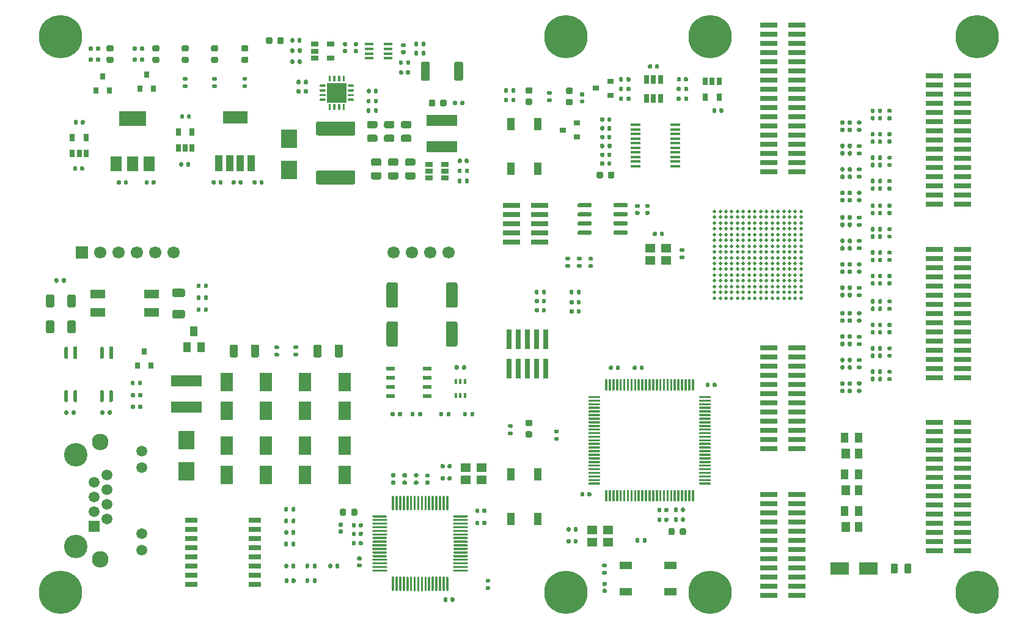
<source format=gbr>
%TF.GenerationSoftware,KiCad,Pcbnew,5.1.12-84ad8e8a86~92~ubuntu20.04.1*%
%TF.CreationDate,2022-02-12T16:21:49+08:00*%
%TF.ProjectId,TestAutomation,54657374-4175-4746-9f6d-6174696f6e2e,rev?*%
%TF.SameCoordinates,Original*%
%TF.FileFunction,Soldermask,Top*%
%TF.FilePolarity,Negative*%
%FSLAX46Y46*%
G04 Gerber Fmt 4.6, Leading zero omitted, Abs format (unit mm)*
G04 Created by KiCad (PCBNEW 5.1.12-84ad8e8a86~92~ubuntu20.04.1) date 2022-02-12 16:21:49*
%MOMM*%
%LPD*%
G01*
G04 APERTURE LIST*
%ADD10R,2.400000X0.740000*%
%ADD11R,1.400000X1.200000*%
%ADD12C,6.000000*%
%ADD13C,0.470000*%
%ADD14C,1.700000*%
%ADD15R,1.700000X1.700000*%
%ADD16R,4.200000X1.500000*%
%ADD17R,0.900000X0.800000*%
%ADD18R,0.650000X1.220000*%
%ADD19R,0.650000X1.060000*%
%ADD20R,2.700000X2.700000*%
%ADD21R,2.300000X2.500000*%
%ADD22R,1.100000X1.800000*%
%ADD23R,1.060000X0.650000*%
%ADD24R,1.000000X2.200000*%
%ADD25R,3.400000X1.800000*%
%ADD26R,0.532132X1.702833*%
%ADD27R,1.220000X0.400000*%
%ADD28R,1.454899X0.354800*%
%ADD29R,1.193800X0.558800*%
%ADD30R,0.740000X2.790000*%
%ADD31R,3.800000X2.000000*%
%ADD32R,1.500000X2.000000*%
%ADD33R,1.700000X0.760000*%
%ADD34R,1.800000X1.100000*%
%ADD35R,0.800000X0.900000*%
%ADD36R,0.400000X0.650000*%
%ADD37R,1.000000X1.400000*%
%ADD38C,1.500000*%
%ADD39C,2.300000*%
%ADD40C,3.250000*%
%ADD41R,1.500000X1.500000*%
%ADD42R,2.000000X1.200000*%
%ADD43R,1.800000X2.500000*%
%ADD44R,2.500000X1.800000*%
%ADD45R,1.200000X1.400000*%
G04 APERTURE END LIST*
D10*
%TO.C,J5*%
X181102000Y-55390000D03*
X185002000Y-55390000D03*
X181102000Y-56660000D03*
X185002000Y-56660000D03*
X181102000Y-57930000D03*
X185002000Y-57930000D03*
X181102000Y-59200000D03*
X185002000Y-59200000D03*
X181102000Y-60470000D03*
X185002000Y-60470000D03*
X181102000Y-61740000D03*
X185002000Y-61740000D03*
X181102000Y-63010000D03*
X185002000Y-63010000D03*
X181102000Y-64280000D03*
X185002000Y-64280000D03*
X181102000Y-65550000D03*
X185002000Y-65550000D03*
X181102000Y-66820000D03*
X185002000Y-66820000D03*
X181102000Y-68090000D03*
X185002000Y-68090000D03*
X181102000Y-69360000D03*
X185002000Y-69360000D03*
X181102000Y-70630000D03*
X185002000Y-70630000D03*
X181102000Y-71900000D03*
X185002000Y-71900000D03*
X181102000Y-73170000D03*
X185002000Y-73170000D03*
X181102000Y-74440000D03*
X185002000Y-74440000D03*
X181102000Y-75710000D03*
X185002000Y-75710000D03*
%TD*%
%TO.C,J9*%
X185002000Y-134425000D03*
X181102000Y-134425000D03*
X185002000Y-133155000D03*
X181102000Y-133155000D03*
X185002000Y-131885000D03*
X181102000Y-131885000D03*
X185002000Y-130615000D03*
X181102000Y-130615000D03*
X185002000Y-129345000D03*
X181102000Y-129345000D03*
X185002000Y-128075000D03*
X181102000Y-128075000D03*
X185002000Y-126805000D03*
X181102000Y-126805000D03*
X185002000Y-125535000D03*
X181102000Y-125535000D03*
X185002000Y-124265000D03*
X181102000Y-124265000D03*
X185002000Y-122995000D03*
X181102000Y-122995000D03*
X185002000Y-121725000D03*
X181102000Y-121725000D03*
X185002000Y-120455000D03*
X181102000Y-120455000D03*
%TD*%
D11*
%TO.C,X1*%
X166880000Y-87990000D03*
X164680000Y-87990000D03*
X164680000Y-86290000D03*
X166880000Y-86290000D03*
%TD*%
%TO.C,R88*%
G36*
G01*
X168885000Y-87330000D02*
X169255000Y-87330000D01*
G75*
G02*
X169390000Y-87465000I0J-135000D01*
G01*
X169390000Y-87735000D01*
G75*
G02*
X169255000Y-87870000I-135000J0D01*
G01*
X168885000Y-87870000D01*
G75*
G02*
X168750000Y-87735000I0J135000D01*
G01*
X168750000Y-87465000D01*
G75*
G02*
X168885000Y-87330000I135000J0D01*
G01*
G37*
G36*
G01*
X168885000Y-86310000D02*
X169255000Y-86310000D01*
G75*
G02*
X169390000Y-86445000I0J-135000D01*
G01*
X169390000Y-86715000D01*
G75*
G02*
X169255000Y-86850000I-135000J0D01*
G01*
X168885000Y-86850000D01*
G75*
G02*
X168750000Y-86715000I0J135000D01*
G01*
X168750000Y-86445000D01*
G75*
G02*
X168885000Y-86310000I135000J0D01*
G01*
G37*
%TD*%
D12*
%TO.C,M3*%
X210000000Y-134000000D03*
%TD*%
%TO.C,M3*%
X83000000Y-134000000D03*
%TD*%
%TO.C,M3*%
X83000000Y-57000000D03*
%TD*%
%TO.C,M3*%
X210000000Y-57000000D03*
%TD*%
%TO.C,M3*%
X173000000Y-134000000D03*
%TD*%
%TO.C,M3*%
X173000000Y-57000000D03*
%TD*%
%TO.C,M3*%
X153000000Y-134000000D03*
%TD*%
%TO.C,M3*%
X153000000Y-57000000D03*
%TD*%
%TO.C,C45*%
G36*
G01*
X99990001Y-93090000D02*
X98689999Y-93090000D01*
G75*
G02*
X98440000Y-92840001I0J249999D01*
G01*
X98440000Y-92189999D01*
G75*
G02*
X98689999Y-91940000I249999J0D01*
G01*
X99990001Y-91940000D01*
G75*
G02*
X100240000Y-92189999I0J-249999D01*
G01*
X100240000Y-92840001D01*
G75*
G02*
X99990001Y-93090000I-249999J0D01*
G01*
G37*
G36*
G01*
X99990001Y-96040000D02*
X98689999Y-96040000D01*
G75*
G02*
X98440000Y-95790001I0J249999D01*
G01*
X98440000Y-95139999D01*
G75*
G02*
X98689999Y-94890000I249999J0D01*
G01*
X99990001Y-94890000D01*
G75*
G02*
X100240000Y-95139999I0J-249999D01*
G01*
X100240000Y-95790001D01*
G75*
G02*
X99990001Y-96040000I-249999J0D01*
G01*
G37*
%TD*%
%TO.C,C99*%
G36*
G01*
X109360000Y-101220001D02*
X109360000Y-99919999D01*
G75*
G02*
X109609999Y-99670000I249999J0D01*
G01*
X110260001Y-99670000D01*
G75*
G02*
X110510000Y-99919999I0J-249999D01*
G01*
X110510000Y-101220001D01*
G75*
G02*
X110260001Y-101470000I-249999J0D01*
G01*
X109609999Y-101470000D01*
G75*
G02*
X109360000Y-101220001I0J249999D01*
G01*
G37*
G36*
G01*
X106410000Y-101220001D02*
X106410000Y-99919999D01*
G75*
G02*
X106659999Y-99670000I249999J0D01*
G01*
X107310001Y-99670000D01*
G75*
G02*
X107560000Y-99919999I0J-249999D01*
G01*
X107560000Y-101220001D01*
G75*
G02*
X107310001Y-101470000I-249999J0D01*
G01*
X106659999Y-101470000D01*
G75*
G02*
X106410000Y-101220001I0J249999D01*
G01*
G37*
%TD*%
%TO.C,C51*%
G36*
G01*
X82130000Y-92989999D02*
X82130000Y-94290001D01*
G75*
G02*
X81880001Y-94540000I-249999J0D01*
G01*
X81229999Y-94540000D01*
G75*
G02*
X80980000Y-94290001I0J249999D01*
G01*
X80980000Y-92989999D01*
G75*
G02*
X81229999Y-92740000I249999J0D01*
G01*
X81880001Y-92740000D01*
G75*
G02*
X82130000Y-92989999I0J-249999D01*
G01*
G37*
G36*
G01*
X85080000Y-92989999D02*
X85080000Y-94290001D01*
G75*
G02*
X84830001Y-94540000I-249999J0D01*
G01*
X84179999Y-94540000D01*
G75*
G02*
X83930000Y-94290001I0J249999D01*
G01*
X83930000Y-92989999D01*
G75*
G02*
X84179999Y-92740000I249999J0D01*
G01*
X84830001Y-92740000D01*
G75*
G02*
X85080000Y-92989999I0J-249999D01*
G01*
G37*
%TD*%
%TO.C,C50*%
G36*
G01*
X83930000Y-97870001D02*
X83930000Y-96569999D01*
G75*
G02*
X84179999Y-96320000I249999J0D01*
G01*
X84830001Y-96320000D01*
G75*
G02*
X85080000Y-96569999I0J-249999D01*
G01*
X85080000Y-97870001D01*
G75*
G02*
X84830001Y-98120000I-249999J0D01*
G01*
X84179999Y-98120000D01*
G75*
G02*
X83930000Y-97870001I0J249999D01*
G01*
G37*
G36*
G01*
X80980000Y-97870001D02*
X80980000Y-96569999D01*
G75*
G02*
X81229999Y-96320000I249999J0D01*
G01*
X81880001Y-96320000D01*
G75*
G02*
X82130000Y-96569999I0J-249999D01*
G01*
X82130000Y-97870001D01*
G75*
G02*
X81880001Y-98120000I-249999J0D01*
G01*
X81229999Y-98120000D01*
G75*
G02*
X80980000Y-97870001I0J249999D01*
G01*
G37*
%TD*%
D13*
%TO.C,U4*%
X173592000Y-81249000D03*
X173592000Y-82049000D03*
X173592000Y-82849000D03*
X173592000Y-83649000D03*
X173592000Y-84449000D03*
X173592000Y-85249000D03*
X173592000Y-86049000D03*
X173592000Y-86849000D03*
X173592000Y-87649000D03*
X173592000Y-88449000D03*
X173592000Y-89249000D03*
X173592000Y-90049000D03*
X173592000Y-90849000D03*
X173592000Y-91649000D03*
X173592000Y-92449000D03*
X173592000Y-93249000D03*
X174392000Y-81249000D03*
X174392000Y-82049000D03*
X174392000Y-82849000D03*
X174392000Y-83649000D03*
X174392000Y-84449000D03*
X174392000Y-85249000D03*
X174392000Y-86049000D03*
X174392000Y-86849000D03*
X174392000Y-87649000D03*
X174392000Y-88449000D03*
X174392000Y-89249000D03*
X174392000Y-90049000D03*
X174392000Y-90849000D03*
X174392000Y-91649000D03*
X174392000Y-92449000D03*
X174392000Y-93249000D03*
X175192000Y-81249000D03*
X175192000Y-82049000D03*
X175192000Y-82849000D03*
X175192000Y-83649000D03*
X175192000Y-84449000D03*
X175192000Y-85249000D03*
X175192000Y-86049000D03*
X175192000Y-86849000D03*
X175192000Y-87649000D03*
X175192000Y-88449000D03*
X175192000Y-89249000D03*
X175192000Y-90049000D03*
X175192000Y-90849000D03*
X175192000Y-91649000D03*
X175192000Y-92449000D03*
X175192000Y-93249000D03*
X175992000Y-81249000D03*
X175992000Y-82049000D03*
X175992000Y-82849000D03*
X175992000Y-83649000D03*
X175992000Y-84449000D03*
X175992000Y-85249000D03*
X175992000Y-86049000D03*
X175992000Y-86849000D03*
X175992000Y-87649000D03*
X175992000Y-88449000D03*
X175992000Y-89249000D03*
X175992000Y-90049000D03*
X175992000Y-90849000D03*
X175992000Y-91649000D03*
X175992000Y-92449000D03*
X175992000Y-93249000D03*
X176792000Y-81249000D03*
X176792000Y-82049000D03*
X176792000Y-82849000D03*
X176792000Y-83649000D03*
X176792000Y-84449000D03*
X176792000Y-85249000D03*
X176792000Y-86049000D03*
X176792000Y-86849000D03*
X176792000Y-87649000D03*
X176792000Y-88449000D03*
X176792000Y-89249000D03*
X176792000Y-90049000D03*
X176792000Y-90849000D03*
X176792000Y-91649000D03*
X176792000Y-92449000D03*
X176792000Y-93249000D03*
X177592000Y-81249000D03*
X177592000Y-82049000D03*
X177592000Y-82849000D03*
X177592000Y-83649000D03*
X177592000Y-84449000D03*
X177592000Y-85249000D03*
X177592000Y-86049000D03*
X177592000Y-86849000D03*
X177592000Y-87649000D03*
X177592000Y-88449000D03*
X177592000Y-89249000D03*
X177592000Y-90049000D03*
X177592000Y-90849000D03*
X177592000Y-91649000D03*
X177592000Y-92449000D03*
X177592000Y-93249000D03*
X178392000Y-81249000D03*
X178392000Y-82049000D03*
X178392000Y-82849000D03*
X178392000Y-83649000D03*
X178392000Y-84449000D03*
X178392000Y-85249000D03*
X178392000Y-86049000D03*
X178392000Y-86849000D03*
X178392000Y-87649000D03*
X178392000Y-88449000D03*
X178392000Y-89249000D03*
X178392000Y-90049000D03*
X178392000Y-90849000D03*
X178392000Y-91649000D03*
X178392000Y-92449000D03*
X178392000Y-93249000D03*
X179192000Y-81249000D03*
X179192000Y-82049000D03*
X179192000Y-82849000D03*
X179192000Y-83649000D03*
X179192000Y-84449000D03*
X179192000Y-85249000D03*
X179192000Y-86049000D03*
X179192000Y-86849000D03*
X179192000Y-87649000D03*
X179192000Y-88449000D03*
X179192000Y-89249000D03*
X179192000Y-90049000D03*
X179192000Y-90849000D03*
X179192000Y-91649000D03*
X179192000Y-92449000D03*
X179192000Y-93249000D03*
X179992000Y-81249000D03*
X179992000Y-82049000D03*
X179992000Y-82849000D03*
X179992000Y-83649000D03*
X179992000Y-84449000D03*
X179992000Y-85249000D03*
X179992000Y-86049000D03*
X179992000Y-86849000D03*
X179992000Y-87649000D03*
X179992000Y-88449000D03*
X179992000Y-89249000D03*
X179992000Y-90049000D03*
X179992000Y-90849000D03*
X179992000Y-91649000D03*
X179992000Y-92449000D03*
X179992000Y-93249000D03*
X180792000Y-81249000D03*
X180792000Y-82049000D03*
X180792000Y-82849000D03*
X180792000Y-83649000D03*
X180792000Y-84449000D03*
X180792000Y-85249000D03*
X180792000Y-86049000D03*
X180792000Y-86849000D03*
X180792000Y-87649000D03*
X180792000Y-88449000D03*
X180792000Y-89249000D03*
X180792000Y-90049000D03*
X180792000Y-90849000D03*
X180792000Y-91649000D03*
X180792000Y-92449000D03*
X180792000Y-93249000D03*
X181592000Y-81249000D03*
X181592000Y-82049000D03*
X181592000Y-82849000D03*
X181592000Y-83649000D03*
X181592000Y-84449000D03*
X181592000Y-85249000D03*
X181592000Y-86049000D03*
X181592000Y-86849000D03*
X181592000Y-87649000D03*
X181592000Y-88449000D03*
X181592000Y-89249000D03*
X181592000Y-90049000D03*
X181592000Y-90849000D03*
X181592000Y-91649000D03*
X181592000Y-92449000D03*
X181592000Y-93249000D03*
X182392000Y-81249000D03*
X182392000Y-82049000D03*
X182392000Y-82849000D03*
X182392000Y-83649000D03*
X182392000Y-84449000D03*
X182392000Y-85249000D03*
X182392000Y-86049000D03*
X182392000Y-86849000D03*
X182392000Y-87649000D03*
X182392000Y-88449000D03*
X182392000Y-89249000D03*
X182392000Y-90049000D03*
X182392000Y-90849000D03*
X182392000Y-91649000D03*
X182392000Y-92449000D03*
X182392000Y-93249000D03*
X183192000Y-81249000D03*
X183192000Y-82049000D03*
X183192000Y-82849000D03*
X183192000Y-83649000D03*
X183192000Y-84449000D03*
X183192000Y-85249000D03*
X183192000Y-86049000D03*
X183192000Y-86849000D03*
X183192000Y-87649000D03*
X183192000Y-88449000D03*
X183192000Y-89249000D03*
X183192000Y-90049000D03*
X183192000Y-90849000D03*
X183192000Y-91649000D03*
X183192000Y-92449000D03*
X183192000Y-93249000D03*
X183992000Y-81249000D03*
X183992000Y-82049000D03*
X183992000Y-82849000D03*
X183992000Y-83649000D03*
X183992000Y-84449000D03*
X183992000Y-85249000D03*
X183992000Y-86049000D03*
X183992000Y-86849000D03*
X183992000Y-87649000D03*
X183992000Y-88449000D03*
X183992000Y-89249000D03*
X183992000Y-90049000D03*
X183992000Y-90849000D03*
X183992000Y-91649000D03*
X183992000Y-92449000D03*
X183992000Y-93249000D03*
X184792000Y-81249000D03*
X184792000Y-82049000D03*
X184792000Y-82849000D03*
X184792000Y-83649000D03*
X184792000Y-84449000D03*
X184792000Y-85249000D03*
X184792000Y-86049000D03*
X184792000Y-86849000D03*
X184792000Y-87649000D03*
X184792000Y-88449000D03*
X184792000Y-89249000D03*
X184792000Y-90049000D03*
X184792000Y-90849000D03*
X184792000Y-91649000D03*
X184792000Y-92449000D03*
X184792000Y-93249000D03*
X185592000Y-81249000D03*
X185592000Y-82049000D03*
X185592000Y-82849000D03*
X185592000Y-83649000D03*
X185592000Y-84449000D03*
X185592000Y-85249000D03*
X185592000Y-86049000D03*
X185592000Y-86849000D03*
X185592000Y-87649000D03*
X185592000Y-88449000D03*
X185592000Y-89249000D03*
X185592000Y-90049000D03*
X185592000Y-90849000D03*
X185592000Y-91649000D03*
X185592000Y-92449000D03*
X185592000Y-93249000D03*
%TD*%
D14*
%TO.C,U12*%
X98618000Y-86946000D03*
X136718000Y-86946000D03*
X134178000Y-86946000D03*
X131638000Y-86946000D03*
X129098000Y-86946000D03*
X96078000Y-86946000D03*
X93538000Y-86946000D03*
X90998000Y-86946000D03*
X88458000Y-86946000D03*
D15*
X85918000Y-86946000D03*
%TD*%
D11*
%TO.C,Y2*%
X158810000Y-125330000D03*
X156610000Y-125330000D03*
X156610000Y-127030000D03*
X158810000Y-127030000D03*
%TD*%
%TO.C,Y1*%
X141344000Y-116726000D03*
X139144000Y-116726000D03*
X139144000Y-118426000D03*
X141344000Y-118426000D03*
%TD*%
D16*
%TO.C,L3*%
X100400000Y-108300000D03*
X100400000Y-104700000D03*
%TD*%
%TO.C,F2*%
G36*
G01*
X198015000Y-131166250D02*
X198015000Y-130253750D01*
G75*
G02*
X198258750Y-130010000I243750J0D01*
G01*
X198746250Y-130010000D01*
G75*
G02*
X198990000Y-130253750I0J-243750D01*
G01*
X198990000Y-131166250D01*
G75*
G02*
X198746250Y-131410000I-243750J0D01*
G01*
X198258750Y-131410000D01*
G75*
G02*
X198015000Y-131166250I0J243750D01*
G01*
G37*
G36*
G01*
X199890000Y-131166250D02*
X199890000Y-130253750D01*
G75*
G02*
X200133750Y-130010000I243750J0D01*
G01*
X200621250Y-130010000D01*
G75*
G02*
X200865000Y-130253750I0J-243750D01*
G01*
X200865000Y-131166250D01*
G75*
G02*
X200621250Y-131410000I-243750J0D01*
G01*
X200133750Y-131410000D01*
G75*
G02*
X199890000Y-131166250I0J243750D01*
G01*
G37*
%TD*%
%TO.C,L4*%
X135780000Y-72240000D03*
X135780000Y-68640000D03*
%TD*%
D17*
%TO.C,D23*%
X159190000Y-65120000D03*
X159190000Y-63220000D03*
X157190000Y-64170000D03*
%TD*%
%TO.C,C98*%
G36*
G01*
X122240000Y-57790000D02*
X122580000Y-57790000D01*
G75*
G02*
X122720000Y-57930000I0J-140000D01*
G01*
X122720000Y-58210000D01*
G75*
G02*
X122580000Y-58350000I-140000J0D01*
G01*
X122240000Y-58350000D01*
G75*
G02*
X122100000Y-58210000I0J140000D01*
G01*
X122100000Y-57930000D01*
G75*
G02*
X122240000Y-57790000I140000J0D01*
G01*
G37*
G36*
G01*
X122240000Y-58750000D02*
X122580000Y-58750000D01*
G75*
G02*
X122720000Y-58890000I0J-140000D01*
G01*
X122720000Y-59170000D01*
G75*
G02*
X122580000Y-59310000I-140000J0D01*
G01*
X122240000Y-59310000D01*
G75*
G02*
X122100000Y-59170000I0J140000D01*
G01*
X122100000Y-58890000D01*
G75*
G02*
X122240000Y-58750000I140000J0D01*
G01*
G37*
%TD*%
%TO.C,C97*%
G36*
G01*
X174820000Y-67100000D02*
X174820000Y-67440000D01*
G75*
G02*
X174680000Y-67580000I-140000J0D01*
G01*
X174400000Y-67580000D01*
G75*
G02*
X174260000Y-67440000I0J140000D01*
G01*
X174260000Y-67100000D01*
G75*
G02*
X174400000Y-66960000I140000J0D01*
G01*
X174680000Y-66960000D01*
G75*
G02*
X174820000Y-67100000I0J-140000D01*
G01*
G37*
G36*
G01*
X173860000Y-67100000D02*
X173860000Y-67440000D01*
G75*
G02*
X173720000Y-67580000I-140000J0D01*
G01*
X173440000Y-67580000D01*
G75*
G02*
X173300000Y-67440000I0J140000D01*
G01*
X173300000Y-67100000D01*
G75*
G02*
X173440000Y-66960000I140000J0D01*
G01*
X173720000Y-66960000D01*
G75*
G02*
X173860000Y-67100000I0J-140000D01*
G01*
G37*
%TD*%
D18*
%TO.C,U2*%
X164190000Y-65620000D03*
X165140000Y-65620000D03*
X166090000Y-65620000D03*
X166090000Y-63000000D03*
X165140000Y-63000000D03*
X164190000Y-63000000D03*
%TD*%
D19*
%TO.C,U1*%
X174230000Y-63180000D03*
X173280000Y-63180000D03*
X172330000Y-63180000D03*
X172330000Y-65380000D03*
X174230000Y-65380000D03*
%TD*%
%TO.C,C1*%
G36*
G01*
X164380000Y-61330000D02*
X164380000Y-60990000D01*
G75*
G02*
X164520000Y-60850000I140000J0D01*
G01*
X164800000Y-60850000D01*
G75*
G02*
X164940000Y-60990000I0J-140000D01*
G01*
X164940000Y-61330000D01*
G75*
G02*
X164800000Y-61470000I-140000J0D01*
G01*
X164520000Y-61470000D01*
G75*
G02*
X164380000Y-61330000I0J140000D01*
G01*
G37*
G36*
G01*
X165340000Y-61330000D02*
X165340000Y-60990000D01*
G75*
G02*
X165480000Y-60850000I140000J0D01*
G01*
X165760000Y-60850000D01*
G75*
G02*
X165900000Y-60990000I0J-140000D01*
G01*
X165900000Y-61330000D01*
G75*
G02*
X165760000Y-61470000I-140000J0D01*
G01*
X165480000Y-61470000D01*
G75*
G02*
X165340000Y-61330000I0J140000D01*
G01*
G37*
%TD*%
%TO.C,R129*%
G36*
G01*
X117260000Y-64425000D02*
X117260000Y-64795000D01*
G75*
G02*
X117125000Y-64930000I-135000J0D01*
G01*
X116855000Y-64930000D01*
G75*
G02*
X116720000Y-64795000I0J135000D01*
G01*
X116720000Y-64425000D01*
G75*
G02*
X116855000Y-64290000I135000J0D01*
G01*
X117125000Y-64290000D01*
G75*
G02*
X117260000Y-64425000I0J-135000D01*
G01*
G37*
G36*
G01*
X116240000Y-64425000D02*
X116240000Y-64795000D01*
G75*
G02*
X116105000Y-64930000I-135000J0D01*
G01*
X115835000Y-64930000D01*
G75*
G02*
X115700000Y-64795000I0J135000D01*
G01*
X115700000Y-64425000D01*
G75*
G02*
X115835000Y-64290000I135000J0D01*
G01*
X116105000Y-64290000D01*
G75*
G02*
X116240000Y-64425000I0J-135000D01*
G01*
G37*
%TD*%
%TO.C,R128*%
G36*
G01*
X115700000Y-63505000D02*
X115700000Y-63135000D01*
G75*
G02*
X115835000Y-63000000I135000J0D01*
G01*
X116105000Y-63000000D01*
G75*
G02*
X116240000Y-63135000I0J-135000D01*
G01*
X116240000Y-63505000D01*
G75*
G02*
X116105000Y-63640000I-135000J0D01*
G01*
X115835000Y-63640000D01*
G75*
G02*
X115700000Y-63505000I0J135000D01*
G01*
G37*
G36*
G01*
X116720000Y-63505000D02*
X116720000Y-63135000D01*
G75*
G02*
X116855000Y-63000000I135000J0D01*
G01*
X117125000Y-63000000D01*
G75*
G02*
X117260000Y-63135000I0J-135000D01*
G01*
X117260000Y-63505000D01*
G75*
G02*
X117125000Y-63640000I-135000J0D01*
G01*
X116855000Y-63640000D01*
G75*
G02*
X116720000Y-63505000I0J135000D01*
G01*
G37*
%TD*%
%TO.C,U16*%
G36*
G01*
X118880000Y-63892500D02*
X118880000Y-63742500D01*
G75*
G02*
X118955000Y-63667500I75000J0D01*
G01*
X119630000Y-63667500D01*
G75*
G02*
X119705000Y-63742500I0J-75000D01*
G01*
X119705000Y-63892500D01*
G75*
G02*
X119630000Y-63967500I-75000J0D01*
G01*
X118955000Y-63967500D01*
G75*
G02*
X118880000Y-63892500I0J75000D01*
G01*
G37*
G36*
G01*
X118880000Y-64542500D02*
X118880000Y-64392500D01*
G75*
G02*
X118955000Y-64317500I75000J0D01*
G01*
X119630000Y-64317500D01*
G75*
G02*
X119705000Y-64392500I0J-75000D01*
G01*
X119705000Y-64542500D01*
G75*
G02*
X119630000Y-64617500I-75000J0D01*
G01*
X118955000Y-64617500D01*
G75*
G02*
X118880000Y-64542500I0J75000D01*
G01*
G37*
G36*
G01*
X118880000Y-65192500D02*
X118880000Y-65042500D01*
G75*
G02*
X118955000Y-64967500I75000J0D01*
G01*
X119630000Y-64967500D01*
G75*
G02*
X119705000Y-65042500I0J-75000D01*
G01*
X119705000Y-65192500D01*
G75*
G02*
X119630000Y-65267500I-75000J0D01*
G01*
X118955000Y-65267500D01*
G75*
G02*
X118880000Y-65192500I0J75000D01*
G01*
G37*
G36*
G01*
X118880000Y-65842500D02*
X118880000Y-65692500D01*
G75*
G02*
X118955000Y-65617500I75000J0D01*
G01*
X119630000Y-65617500D01*
G75*
G02*
X119705000Y-65692500I0J-75000D01*
G01*
X119705000Y-65842500D01*
G75*
G02*
X119630000Y-65917500I-75000J0D01*
G01*
X118955000Y-65917500D01*
G75*
G02*
X118880000Y-65842500I0J75000D01*
G01*
G37*
G36*
G01*
X120130000Y-67092500D02*
X120130000Y-66417500D01*
G75*
G02*
X120205000Y-66342500I75000J0D01*
G01*
X120355000Y-66342500D01*
G75*
G02*
X120430000Y-66417500I0J-75000D01*
G01*
X120430000Y-67092500D01*
G75*
G02*
X120355000Y-67167500I-75000J0D01*
G01*
X120205000Y-67167500D01*
G75*
G02*
X120130000Y-67092500I0J75000D01*
G01*
G37*
G36*
G01*
X120780000Y-67092500D02*
X120780000Y-66417500D01*
G75*
G02*
X120855000Y-66342500I75000J0D01*
G01*
X121005000Y-66342500D01*
G75*
G02*
X121080000Y-66417500I0J-75000D01*
G01*
X121080000Y-67092500D01*
G75*
G02*
X121005000Y-67167500I-75000J0D01*
G01*
X120855000Y-67167500D01*
G75*
G02*
X120780000Y-67092500I0J75000D01*
G01*
G37*
G36*
G01*
X121430000Y-67092500D02*
X121430000Y-66417500D01*
G75*
G02*
X121505000Y-66342500I75000J0D01*
G01*
X121655000Y-66342500D01*
G75*
G02*
X121730000Y-66417500I0J-75000D01*
G01*
X121730000Y-67092500D01*
G75*
G02*
X121655000Y-67167500I-75000J0D01*
G01*
X121505000Y-67167500D01*
G75*
G02*
X121430000Y-67092500I0J75000D01*
G01*
G37*
G36*
G01*
X122080000Y-67092500D02*
X122080000Y-66417500D01*
G75*
G02*
X122155000Y-66342500I75000J0D01*
G01*
X122305000Y-66342500D01*
G75*
G02*
X122380000Y-66417500I0J-75000D01*
G01*
X122380000Y-67092500D01*
G75*
G02*
X122305000Y-67167500I-75000J0D01*
G01*
X122155000Y-67167500D01*
G75*
G02*
X122080000Y-67092500I0J75000D01*
G01*
G37*
G36*
G01*
X122805000Y-65842500D02*
X122805000Y-65692500D01*
G75*
G02*
X122880000Y-65617500I75000J0D01*
G01*
X123555000Y-65617500D01*
G75*
G02*
X123630000Y-65692500I0J-75000D01*
G01*
X123630000Y-65842500D01*
G75*
G02*
X123555000Y-65917500I-75000J0D01*
G01*
X122880000Y-65917500D01*
G75*
G02*
X122805000Y-65842500I0J75000D01*
G01*
G37*
G36*
G01*
X122805000Y-65192500D02*
X122805000Y-65042500D01*
G75*
G02*
X122880000Y-64967500I75000J0D01*
G01*
X123555000Y-64967500D01*
G75*
G02*
X123630000Y-65042500I0J-75000D01*
G01*
X123630000Y-65192500D01*
G75*
G02*
X123555000Y-65267500I-75000J0D01*
G01*
X122880000Y-65267500D01*
G75*
G02*
X122805000Y-65192500I0J75000D01*
G01*
G37*
G36*
G01*
X122805000Y-64542500D02*
X122805000Y-64392500D01*
G75*
G02*
X122880000Y-64317500I75000J0D01*
G01*
X123555000Y-64317500D01*
G75*
G02*
X123630000Y-64392500I0J-75000D01*
G01*
X123630000Y-64542500D01*
G75*
G02*
X123555000Y-64617500I-75000J0D01*
G01*
X122880000Y-64617500D01*
G75*
G02*
X122805000Y-64542500I0J75000D01*
G01*
G37*
G36*
G01*
X122805000Y-63892500D02*
X122805000Y-63742500D01*
G75*
G02*
X122880000Y-63667500I75000J0D01*
G01*
X123555000Y-63667500D01*
G75*
G02*
X123630000Y-63742500I0J-75000D01*
G01*
X123630000Y-63892500D01*
G75*
G02*
X123555000Y-63967500I-75000J0D01*
G01*
X122880000Y-63967500D01*
G75*
G02*
X122805000Y-63892500I0J75000D01*
G01*
G37*
G36*
G01*
X122080000Y-63167500D02*
X122080000Y-62492500D01*
G75*
G02*
X122155000Y-62417500I75000J0D01*
G01*
X122305000Y-62417500D01*
G75*
G02*
X122380000Y-62492500I0J-75000D01*
G01*
X122380000Y-63167500D01*
G75*
G02*
X122305000Y-63242500I-75000J0D01*
G01*
X122155000Y-63242500D01*
G75*
G02*
X122080000Y-63167500I0J75000D01*
G01*
G37*
G36*
G01*
X121430000Y-63167500D02*
X121430000Y-62492500D01*
G75*
G02*
X121505000Y-62417500I75000J0D01*
G01*
X121655000Y-62417500D01*
G75*
G02*
X121730000Y-62492500I0J-75000D01*
G01*
X121730000Y-63167500D01*
G75*
G02*
X121655000Y-63242500I-75000J0D01*
G01*
X121505000Y-63242500D01*
G75*
G02*
X121430000Y-63167500I0J75000D01*
G01*
G37*
G36*
G01*
X120780000Y-63167500D02*
X120780000Y-62492500D01*
G75*
G02*
X120855000Y-62417500I75000J0D01*
G01*
X121005000Y-62417500D01*
G75*
G02*
X121080000Y-62492500I0J-75000D01*
G01*
X121080000Y-63167500D01*
G75*
G02*
X121005000Y-63242500I-75000J0D01*
G01*
X120855000Y-63242500D01*
G75*
G02*
X120780000Y-63167500I0J75000D01*
G01*
G37*
G36*
G01*
X120130000Y-63167500D02*
X120130000Y-62492500D01*
G75*
G02*
X120205000Y-62417500I75000J0D01*
G01*
X120355000Y-62417500D01*
G75*
G02*
X120430000Y-62492500I0J-75000D01*
G01*
X120430000Y-63167500D01*
G75*
G02*
X120355000Y-63242500I-75000J0D01*
G01*
X120205000Y-63242500D01*
G75*
G02*
X120130000Y-63167500I0J75000D01*
G01*
G37*
D20*
X121255000Y-64792500D03*
%TD*%
%TO.C,R127*%
G36*
G01*
X125400000Y-66135000D02*
X125400000Y-65765000D01*
G75*
G02*
X125535000Y-65630000I135000J0D01*
G01*
X125805000Y-65630000D01*
G75*
G02*
X125940000Y-65765000I0J-135000D01*
G01*
X125940000Y-66135000D01*
G75*
G02*
X125805000Y-66270000I-135000J0D01*
G01*
X125535000Y-66270000D01*
G75*
G02*
X125400000Y-66135000I0J135000D01*
G01*
G37*
G36*
G01*
X126420000Y-66135000D02*
X126420000Y-65765000D01*
G75*
G02*
X126555000Y-65630000I135000J0D01*
G01*
X126825000Y-65630000D01*
G75*
G02*
X126960000Y-65765000I0J-135000D01*
G01*
X126960000Y-66135000D01*
G75*
G02*
X126825000Y-66270000I-135000J0D01*
G01*
X126555000Y-66270000D01*
G75*
G02*
X126420000Y-66135000I0J135000D01*
G01*
G37*
%TD*%
%TO.C,R126*%
G36*
G01*
X125400000Y-67445000D02*
X125400000Y-67075000D01*
G75*
G02*
X125535000Y-66940000I135000J0D01*
G01*
X125805000Y-66940000D01*
G75*
G02*
X125940000Y-67075000I0J-135000D01*
G01*
X125940000Y-67445000D01*
G75*
G02*
X125805000Y-67580000I-135000J0D01*
G01*
X125535000Y-67580000D01*
G75*
G02*
X125400000Y-67445000I0J135000D01*
G01*
G37*
G36*
G01*
X126420000Y-67445000D02*
X126420000Y-67075000D01*
G75*
G02*
X126555000Y-66940000I135000J0D01*
G01*
X126825000Y-66940000D01*
G75*
G02*
X126960000Y-67075000I0J-135000D01*
G01*
X126960000Y-67445000D01*
G75*
G02*
X126825000Y-67580000I-135000J0D01*
G01*
X126555000Y-67580000D01*
G75*
G02*
X126420000Y-67445000I0J135000D01*
G01*
G37*
%TD*%
%TO.C,C89*%
G36*
G01*
X125420000Y-64750000D02*
X125420000Y-64410000D01*
G75*
G02*
X125560000Y-64270000I140000J0D01*
G01*
X125840000Y-64270000D01*
G75*
G02*
X125980000Y-64410000I0J-140000D01*
G01*
X125980000Y-64750000D01*
G75*
G02*
X125840000Y-64890000I-140000J0D01*
G01*
X125560000Y-64890000D01*
G75*
G02*
X125420000Y-64750000I0J140000D01*
G01*
G37*
G36*
G01*
X126380000Y-64750000D02*
X126380000Y-64410000D01*
G75*
G02*
X126520000Y-64270000I140000J0D01*
G01*
X126800000Y-64270000D01*
G75*
G02*
X126940000Y-64410000I0J-140000D01*
G01*
X126940000Y-64750000D01*
G75*
G02*
X126800000Y-64890000I-140000J0D01*
G01*
X126520000Y-64890000D01*
G75*
G02*
X126380000Y-64750000I0J140000D01*
G01*
G37*
%TD*%
%TO.C,C61*%
G36*
G01*
X137560000Y-134830000D02*
X137560000Y-135170000D01*
G75*
G02*
X137420000Y-135310000I-140000J0D01*
G01*
X137140000Y-135310000D01*
G75*
G02*
X137000000Y-135170000I0J140000D01*
G01*
X137000000Y-134830000D01*
G75*
G02*
X137140000Y-134690000I140000J0D01*
G01*
X137420000Y-134690000D01*
G75*
G02*
X137560000Y-134830000I0J-140000D01*
G01*
G37*
G36*
G01*
X136600000Y-134830000D02*
X136600000Y-135170000D01*
G75*
G02*
X136460000Y-135310000I-140000J0D01*
G01*
X136180000Y-135310000D01*
G75*
G02*
X136040000Y-135170000I0J140000D01*
G01*
X136040000Y-134830000D01*
G75*
G02*
X136180000Y-134690000I140000J0D01*
G01*
X136460000Y-134690000D01*
G75*
G02*
X136600000Y-134830000I0J-140000D01*
G01*
G37*
%TD*%
%TO.C,C69*%
G36*
G01*
X121630000Y-124340000D02*
X121970000Y-124340000D01*
G75*
G02*
X122110000Y-124480000I0J-140000D01*
G01*
X122110000Y-124760000D01*
G75*
G02*
X121970000Y-124900000I-140000J0D01*
G01*
X121630000Y-124900000D01*
G75*
G02*
X121490000Y-124760000I0J140000D01*
G01*
X121490000Y-124480000D01*
G75*
G02*
X121630000Y-124340000I140000J0D01*
G01*
G37*
G36*
G01*
X121630000Y-125300000D02*
X121970000Y-125300000D01*
G75*
G02*
X122110000Y-125440000I0J-140000D01*
G01*
X122110000Y-125720000D01*
G75*
G02*
X121970000Y-125860000I-140000J0D01*
G01*
X121630000Y-125860000D01*
G75*
G02*
X121490000Y-125720000I0J140000D01*
G01*
X121490000Y-125440000D01*
G75*
G02*
X121630000Y-125300000I140000J0D01*
G01*
G37*
%TD*%
%TO.C,C68*%
G36*
G01*
X124860000Y-125730000D02*
X124860000Y-126070000D01*
G75*
G02*
X124720000Y-126210000I-140000J0D01*
G01*
X124440000Y-126210000D01*
G75*
G02*
X124300000Y-126070000I0J140000D01*
G01*
X124300000Y-125730000D01*
G75*
G02*
X124440000Y-125590000I140000J0D01*
G01*
X124720000Y-125590000D01*
G75*
G02*
X124860000Y-125730000I0J-140000D01*
G01*
G37*
G36*
G01*
X123900000Y-125730000D02*
X123900000Y-126070000D01*
G75*
G02*
X123760000Y-126210000I-140000J0D01*
G01*
X123480000Y-126210000D01*
G75*
G02*
X123340000Y-126070000I0J140000D01*
G01*
X123340000Y-125730000D01*
G75*
G02*
X123480000Y-125590000I140000J0D01*
G01*
X123760000Y-125590000D01*
G75*
G02*
X123900000Y-125730000I0J-140000D01*
G01*
G37*
%TD*%
%TO.C,C66*%
G36*
G01*
X124230000Y-129040000D02*
X124570000Y-129040000D01*
G75*
G02*
X124710000Y-129180000I0J-140000D01*
G01*
X124710000Y-129460000D01*
G75*
G02*
X124570000Y-129600000I-140000J0D01*
G01*
X124230000Y-129600000D01*
G75*
G02*
X124090000Y-129460000I0J140000D01*
G01*
X124090000Y-129180000D01*
G75*
G02*
X124230000Y-129040000I140000J0D01*
G01*
G37*
G36*
G01*
X124230000Y-130000000D02*
X124570000Y-130000000D01*
G75*
G02*
X124710000Y-130140000I0J-140000D01*
G01*
X124710000Y-130420000D01*
G75*
G02*
X124570000Y-130560000I-140000J0D01*
G01*
X124230000Y-130560000D01*
G75*
G02*
X124090000Y-130420000I0J140000D01*
G01*
X124090000Y-130140000D01*
G75*
G02*
X124230000Y-130000000I140000J0D01*
G01*
G37*
%TD*%
%TO.C,C65*%
G36*
G01*
X124860000Y-124530000D02*
X124860000Y-124870000D01*
G75*
G02*
X124720000Y-125010000I-140000J0D01*
G01*
X124440000Y-125010000D01*
G75*
G02*
X124300000Y-124870000I0J140000D01*
G01*
X124300000Y-124530000D01*
G75*
G02*
X124440000Y-124390000I140000J0D01*
G01*
X124720000Y-124390000D01*
G75*
G02*
X124860000Y-124530000I0J-140000D01*
G01*
G37*
G36*
G01*
X123900000Y-124530000D02*
X123900000Y-124870000D01*
G75*
G02*
X123760000Y-125010000I-140000J0D01*
G01*
X123480000Y-125010000D01*
G75*
G02*
X123340000Y-124870000I0J140000D01*
G01*
X123340000Y-124530000D01*
G75*
G02*
X123480000Y-124390000I140000J0D01*
G01*
X123760000Y-124390000D01*
G75*
G02*
X123900000Y-124530000I0J-140000D01*
G01*
G37*
%TD*%
%TO.C,C64*%
G36*
G01*
X134000000Y-119053000D02*
X133660000Y-119053000D01*
G75*
G02*
X133520000Y-118913000I0J140000D01*
G01*
X133520000Y-118633000D01*
G75*
G02*
X133660000Y-118493000I140000J0D01*
G01*
X134000000Y-118493000D01*
G75*
G02*
X134140000Y-118633000I0J-140000D01*
G01*
X134140000Y-118913000D01*
G75*
G02*
X134000000Y-119053000I-140000J0D01*
G01*
G37*
G36*
G01*
X134000000Y-118093000D02*
X133660000Y-118093000D01*
G75*
G02*
X133520000Y-117953000I0J140000D01*
G01*
X133520000Y-117673000D01*
G75*
G02*
X133660000Y-117533000I140000J0D01*
G01*
X134000000Y-117533000D01*
G75*
G02*
X134140000Y-117673000I0J-140000D01*
G01*
X134140000Y-117953000D01*
G75*
G02*
X134000000Y-118093000I-140000J0D01*
G01*
G37*
%TD*%
%TO.C,C62*%
G36*
G01*
X140460000Y-122870000D02*
X140460000Y-122530000D01*
G75*
G02*
X140600000Y-122390000I140000J0D01*
G01*
X140880000Y-122390000D01*
G75*
G02*
X141020000Y-122530000I0J-140000D01*
G01*
X141020000Y-122870000D01*
G75*
G02*
X140880000Y-123010000I-140000J0D01*
G01*
X140600000Y-123010000D01*
G75*
G02*
X140460000Y-122870000I0J140000D01*
G01*
G37*
G36*
G01*
X141420000Y-122870000D02*
X141420000Y-122530000D01*
G75*
G02*
X141560000Y-122390000I140000J0D01*
G01*
X141840000Y-122390000D01*
G75*
G02*
X141980000Y-122530000I0J-140000D01*
G01*
X141980000Y-122870000D01*
G75*
G02*
X141840000Y-123010000I-140000J0D01*
G01*
X141560000Y-123010000D01*
G75*
G02*
X141420000Y-122870000I0J140000D01*
G01*
G37*
%TD*%
D19*
%TO.C,U6*%
X99296000Y-70204000D03*
X101196000Y-70204000D03*
X101196000Y-72404000D03*
X100246000Y-72404000D03*
X99296000Y-72404000D03*
%TD*%
%TO.C,C78*%
G36*
G01*
X156520000Y-120260000D02*
X156520000Y-120600000D01*
G75*
G02*
X156380000Y-120740000I-140000J0D01*
G01*
X156100000Y-120740000D01*
G75*
G02*
X155960000Y-120600000I0J140000D01*
G01*
X155960000Y-120260000D01*
G75*
G02*
X156100000Y-120120000I140000J0D01*
G01*
X156380000Y-120120000D01*
G75*
G02*
X156520000Y-120260000I0J-140000D01*
G01*
G37*
G36*
G01*
X155560000Y-120260000D02*
X155560000Y-120600000D01*
G75*
G02*
X155420000Y-120740000I-140000J0D01*
G01*
X155140000Y-120740000D01*
G75*
G02*
X155000000Y-120600000I0J140000D01*
G01*
X155000000Y-120260000D01*
G75*
G02*
X155140000Y-120120000I140000J0D01*
G01*
X155420000Y-120120000D01*
G75*
G02*
X155560000Y-120260000I0J-140000D01*
G01*
G37*
%TD*%
%TO.C,U15*%
G36*
G01*
X157648000Y-119094000D02*
X156198000Y-119094000D01*
G75*
G02*
X156123000Y-119019000I0J75000D01*
G01*
X156123000Y-118869000D01*
G75*
G02*
X156198000Y-118794000I75000J0D01*
G01*
X157648000Y-118794000D01*
G75*
G02*
X157723000Y-118869000I0J-75000D01*
G01*
X157723000Y-119019000D01*
G75*
G02*
X157648000Y-119094000I-75000J0D01*
G01*
G37*
G36*
G01*
X157648000Y-118594000D02*
X156198000Y-118594000D01*
G75*
G02*
X156123000Y-118519000I0J75000D01*
G01*
X156123000Y-118369000D01*
G75*
G02*
X156198000Y-118294000I75000J0D01*
G01*
X157648000Y-118294000D01*
G75*
G02*
X157723000Y-118369000I0J-75000D01*
G01*
X157723000Y-118519000D01*
G75*
G02*
X157648000Y-118594000I-75000J0D01*
G01*
G37*
G36*
G01*
X157648000Y-118094000D02*
X156198000Y-118094000D01*
G75*
G02*
X156123000Y-118019000I0J75000D01*
G01*
X156123000Y-117869000D01*
G75*
G02*
X156198000Y-117794000I75000J0D01*
G01*
X157648000Y-117794000D01*
G75*
G02*
X157723000Y-117869000I0J-75000D01*
G01*
X157723000Y-118019000D01*
G75*
G02*
X157648000Y-118094000I-75000J0D01*
G01*
G37*
G36*
G01*
X157648000Y-117594000D02*
X156198000Y-117594000D01*
G75*
G02*
X156123000Y-117519000I0J75000D01*
G01*
X156123000Y-117369000D01*
G75*
G02*
X156198000Y-117294000I75000J0D01*
G01*
X157648000Y-117294000D01*
G75*
G02*
X157723000Y-117369000I0J-75000D01*
G01*
X157723000Y-117519000D01*
G75*
G02*
X157648000Y-117594000I-75000J0D01*
G01*
G37*
G36*
G01*
X157648000Y-117094000D02*
X156198000Y-117094000D01*
G75*
G02*
X156123000Y-117019000I0J75000D01*
G01*
X156123000Y-116869000D01*
G75*
G02*
X156198000Y-116794000I75000J0D01*
G01*
X157648000Y-116794000D01*
G75*
G02*
X157723000Y-116869000I0J-75000D01*
G01*
X157723000Y-117019000D01*
G75*
G02*
X157648000Y-117094000I-75000J0D01*
G01*
G37*
G36*
G01*
X157648000Y-116594000D02*
X156198000Y-116594000D01*
G75*
G02*
X156123000Y-116519000I0J75000D01*
G01*
X156123000Y-116369000D01*
G75*
G02*
X156198000Y-116294000I75000J0D01*
G01*
X157648000Y-116294000D01*
G75*
G02*
X157723000Y-116369000I0J-75000D01*
G01*
X157723000Y-116519000D01*
G75*
G02*
X157648000Y-116594000I-75000J0D01*
G01*
G37*
G36*
G01*
X157648000Y-116094000D02*
X156198000Y-116094000D01*
G75*
G02*
X156123000Y-116019000I0J75000D01*
G01*
X156123000Y-115869000D01*
G75*
G02*
X156198000Y-115794000I75000J0D01*
G01*
X157648000Y-115794000D01*
G75*
G02*
X157723000Y-115869000I0J-75000D01*
G01*
X157723000Y-116019000D01*
G75*
G02*
X157648000Y-116094000I-75000J0D01*
G01*
G37*
G36*
G01*
X157648000Y-115594000D02*
X156198000Y-115594000D01*
G75*
G02*
X156123000Y-115519000I0J75000D01*
G01*
X156123000Y-115369000D01*
G75*
G02*
X156198000Y-115294000I75000J0D01*
G01*
X157648000Y-115294000D01*
G75*
G02*
X157723000Y-115369000I0J-75000D01*
G01*
X157723000Y-115519000D01*
G75*
G02*
X157648000Y-115594000I-75000J0D01*
G01*
G37*
G36*
G01*
X157648000Y-115094000D02*
X156198000Y-115094000D01*
G75*
G02*
X156123000Y-115019000I0J75000D01*
G01*
X156123000Y-114869000D01*
G75*
G02*
X156198000Y-114794000I75000J0D01*
G01*
X157648000Y-114794000D01*
G75*
G02*
X157723000Y-114869000I0J-75000D01*
G01*
X157723000Y-115019000D01*
G75*
G02*
X157648000Y-115094000I-75000J0D01*
G01*
G37*
G36*
G01*
X157648000Y-114594000D02*
X156198000Y-114594000D01*
G75*
G02*
X156123000Y-114519000I0J75000D01*
G01*
X156123000Y-114369000D01*
G75*
G02*
X156198000Y-114294000I75000J0D01*
G01*
X157648000Y-114294000D01*
G75*
G02*
X157723000Y-114369000I0J-75000D01*
G01*
X157723000Y-114519000D01*
G75*
G02*
X157648000Y-114594000I-75000J0D01*
G01*
G37*
G36*
G01*
X157648000Y-114094000D02*
X156198000Y-114094000D01*
G75*
G02*
X156123000Y-114019000I0J75000D01*
G01*
X156123000Y-113869000D01*
G75*
G02*
X156198000Y-113794000I75000J0D01*
G01*
X157648000Y-113794000D01*
G75*
G02*
X157723000Y-113869000I0J-75000D01*
G01*
X157723000Y-114019000D01*
G75*
G02*
X157648000Y-114094000I-75000J0D01*
G01*
G37*
G36*
G01*
X157648000Y-113594000D02*
X156198000Y-113594000D01*
G75*
G02*
X156123000Y-113519000I0J75000D01*
G01*
X156123000Y-113369000D01*
G75*
G02*
X156198000Y-113294000I75000J0D01*
G01*
X157648000Y-113294000D01*
G75*
G02*
X157723000Y-113369000I0J-75000D01*
G01*
X157723000Y-113519000D01*
G75*
G02*
X157648000Y-113594000I-75000J0D01*
G01*
G37*
G36*
G01*
X157648000Y-113094000D02*
X156198000Y-113094000D01*
G75*
G02*
X156123000Y-113019000I0J75000D01*
G01*
X156123000Y-112869000D01*
G75*
G02*
X156198000Y-112794000I75000J0D01*
G01*
X157648000Y-112794000D01*
G75*
G02*
X157723000Y-112869000I0J-75000D01*
G01*
X157723000Y-113019000D01*
G75*
G02*
X157648000Y-113094000I-75000J0D01*
G01*
G37*
G36*
G01*
X157648000Y-112594000D02*
X156198000Y-112594000D01*
G75*
G02*
X156123000Y-112519000I0J75000D01*
G01*
X156123000Y-112369000D01*
G75*
G02*
X156198000Y-112294000I75000J0D01*
G01*
X157648000Y-112294000D01*
G75*
G02*
X157723000Y-112369000I0J-75000D01*
G01*
X157723000Y-112519000D01*
G75*
G02*
X157648000Y-112594000I-75000J0D01*
G01*
G37*
G36*
G01*
X157648000Y-112094000D02*
X156198000Y-112094000D01*
G75*
G02*
X156123000Y-112019000I0J75000D01*
G01*
X156123000Y-111869000D01*
G75*
G02*
X156198000Y-111794000I75000J0D01*
G01*
X157648000Y-111794000D01*
G75*
G02*
X157723000Y-111869000I0J-75000D01*
G01*
X157723000Y-112019000D01*
G75*
G02*
X157648000Y-112094000I-75000J0D01*
G01*
G37*
G36*
G01*
X157648000Y-111594000D02*
X156198000Y-111594000D01*
G75*
G02*
X156123000Y-111519000I0J75000D01*
G01*
X156123000Y-111369000D01*
G75*
G02*
X156198000Y-111294000I75000J0D01*
G01*
X157648000Y-111294000D01*
G75*
G02*
X157723000Y-111369000I0J-75000D01*
G01*
X157723000Y-111519000D01*
G75*
G02*
X157648000Y-111594000I-75000J0D01*
G01*
G37*
G36*
G01*
X157648000Y-111094000D02*
X156198000Y-111094000D01*
G75*
G02*
X156123000Y-111019000I0J75000D01*
G01*
X156123000Y-110869000D01*
G75*
G02*
X156198000Y-110794000I75000J0D01*
G01*
X157648000Y-110794000D01*
G75*
G02*
X157723000Y-110869000I0J-75000D01*
G01*
X157723000Y-111019000D01*
G75*
G02*
X157648000Y-111094000I-75000J0D01*
G01*
G37*
G36*
G01*
X157648000Y-110594000D02*
X156198000Y-110594000D01*
G75*
G02*
X156123000Y-110519000I0J75000D01*
G01*
X156123000Y-110369000D01*
G75*
G02*
X156198000Y-110294000I75000J0D01*
G01*
X157648000Y-110294000D01*
G75*
G02*
X157723000Y-110369000I0J-75000D01*
G01*
X157723000Y-110519000D01*
G75*
G02*
X157648000Y-110594000I-75000J0D01*
G01*
G37*
G36*
G01*
X157648000Y-110094000D02*
X156198000Y-110094000D01*
G75*
G02*
X156123000Y-110019000I0J75000D01*
G01*
X156123000Y-109869000D01*
G75*
G02*
X156198000Y-109794000I75000J0D01*
G01*
X157648000Y-109794000D01*
G75*
G02*
X157723000Y-109869000I0J-75000D01*
G01*
X157723000Y-110019000D01*
G75*
G02*
X157648000Y-110094000I-75000J0D01*
G01*
G37*
G36*
G01*
X157648000Y-109594000D02*
X156198000Y-109594000D01*
G75*
G02*
X156123000Y-109519000I0J75000D01*
G01*
X156123000Y-109369000D01*
G75*
G02*
X156198000Y-109294000I75000J0D01*
G01*
X157648000Y-109294000D01*
G75*
G02*
X157723000Y-109369000I0J-75000D01*
G01*
X157723000Y-109519000D01*
G75*
G02*
X157648000Y-109594000I-75000J0D01*
G01*
G37*
G36*
G01*
X157648000Y-109094000D02*
X156198000Y-109094000D01*
G75*
G02*
X156123000Y-109019000I0J75000D01*
G01*
X156123000Y-108869000D01*
G75*
G02*
X156198000Y-108794000I75000J0D01*
G01*
X157648000Y-108794000D01*
G75*
G02*
X157723000Y-108869000I0J-75000D01*
G01*
X157723000Y-109019000D01*
G75*
G02*
X157648000Y-109094000I-75000J0D01*
G01*
G37*
G36*
G01*
X157648000Y-108594000D02*
X156198000Y-108594000D01*
G75*
G02*
X156123000Y-108519000I0J75000D01*
G01*
X156123000Y-108369000D01*
G75*
G02*
X156198000Y-108294000I75000J0D01*
G01*
X157648000Y-108294000D01*
G75*
G02*
X157723000Y-108369000I0J-75000D01*
G01*
X157723000Y-108519000D01*
G75*
G02*
X157648000Y-108594000I-75000J0D01*
G01*
G37*
G36*
G01*
X157648000Y-108094000D02*
X156198000Y-108094000D01*
G75*
G02*
X156123000Y-108019000I0J75000D01*
G01*
X156123000Y-107869000D01*
G75*
G02*
X156198000Y-107794000I75000J0D01*
G01*
X157648000Y-107794000D01*
G75*
G02*
X157723000Y-107869000I0J-75000D01*
G01*
X157723000Y-108019000D01*
G75*
G02*
X157648000Y-108094000I-75000J0D01*
G01*
G37*
G36*
G01*
X157648000Y-107594000D02*
X156198000Y-107594000D01*
G75*
G02*
X156123000Y-107519000I0J75000D01*
G01*
X156123000Y-107369000D01*
G75*
G02*
X156198000Y-107294000I75000J0D01*
G01*
X157648000Y-107294000D01*
G75*
G02*
X157723000Y-107369000I0J-75000D01*
G01*
X157723000Y-107519000D01*
G75*
G02*
X157648000Y-107594000I-75000J0D01*
G01*
G37*
G36*
G01*
X157648000Y-107094000D02*
X156198000Y-107094000D01*
G75*
G02*
X156123000Y-107019000I0J75000D01*
G01*
X156123000Y-106869000D01*
G75*
G02*
X156198000Y-106794000I75000J0D01*
G01*
X157648000Y-106794000D01*
G75*
G02*
X157723000Y-106869000I0J-75000D01*
G01*
X157723000Y-107019000D01*
G75*
G02*
X157648000Y-107094000I-75000J0D01*
G01*
G37*
G36*
G01*
X158673000Y-106069000D02*
X158523000Y-106069000D01*
G75*
G02*
X158448000Y-105994000I0J75000D01*
G01*
X158448000Y-104544000D01*
G75*
G02*
X158523000Y-104469000I75000J0D01*
G01*
X158673000Y-104469000D01*
G75*
G02*
X158748000Y-104544000I0J-75000D01*
G01*
X158748000Y-105994000D01*
G75*
G02*
X158673000Y-106069000I-75000J0D01*
G01*
G37*
G36*
G01*
X159173000Y-106069000D02*
X159023000Y-106069000D01*
G75*
G02*
X158948000Y-105994000I0J75000D01*
G01*
X158948000Y-104544000D01*
G75*
G02*
X159023000Y-104469000I75000J0D01*
G01*
X159173000Y-104469000D01*
G75*
G02*
X159248000Y-104544000I0J-75000D01*
G01*
X159248000Y-105994000D01*
G75*
G02*
X159173000Y-106069000I-75000J0D01*
G01*
G37*
G36*
G01*
X159673000Y-106069000D02*
X159523000Y-106069000D01*
G75*
G02*
X159448000Y-105994000I0J75000D01*
G01*
X159448000Y-104544000D01*
G75*
G02*
X159523000Y-104469000I75000J0D01*
G01*
X159673000Y-104469000D01*
G75*
G02*
X159748000Y-104544000I0J-75000D01*
G01*
X159748000Y-105994000D01*
G75*
G02*
X159673000Y-106069000I-75000J0D01*
G01*
G37*
G36*
G01*
X160173000Y-106069000D02*
X160023000Y-106069000D01*
G75*
G02*
X159948000Y-105994000I0J75000D01*
G01*
X159948000Y-104544000D01*
G75*
G02*
X160023000Y-104469000I75000J0D01*
G01*
X160173000Y-104469000D01*
G75*
G02*
X160248000Y-104544000I0J-75000D01*
G01*
X160248000Y-105994000D01*
G75*
G02*
X160173000Y-106069000I-75000J0D01*
G01*
G37*
G36*
G01*
X160673000Y-106069000D02*
X160523000Y-106069000D01*
G75*
G02*
X160448000Y-105994000I0J75000D01*
G01*
X160448000Y-104544000D01*
G75*
G02*
X160523000Y-104469000I75000J0D01*
G01*
X160673000Y-104469000D01*
G75*
G02*
X160748000Y-104544000I0J-75000D01*
G01*
X160748000Y-105994000D01*
G75*
G02*
X160673000Y-106069000I-75000J0D01*
G01*
G37*
G36*
G01*
X161173000Y-106069000D02*
X161023000Y-106069000D01*
G75*
G02*
X160948000Y-105994000I0J75000D01*
G01*
X160948000Y-104544000D01*
G75*
G02*
X161023000Y-104469000I75000J0D01*
G01*
X161173000Y-104469000D01*
G75*
G02*
X161248000Y-104544000I0J-75000D01*
G01*
X161248000Y-105994000D01*
G75*
G02*
X161173000Y-106069000I-75000J0D01*
G01*
G37*
G36*
G01*
X161673000Y-106069000D02*
X161523000Y-106069000D01*
G75*
G02*
X161448000Y-105994000I0J75000D01*
G01*
X161448000Y-104544000D01*
G75*
G02*
X161523000Y-104469000I75000J0D01*
G01*
X161673000Y-104469000D01*
G75*
G02*
X161748000Y-104544000I0J-75000D01*
G01*
X161748000Y-105994000D01*
G75*
G02*
X161673000Y-106069000I-75000J0D01*
G01*
G37*
G36*
G01*
X162173000Y-106069000D02*
X162023000Y-106069000D01*
G75*
G02*
X161948000Y-105994000I0J75000D01*
G01*
X161948000Y-104544000D01*
G75*
G02*
X162023000Y-104469000I75000J0D01*
G01*
X162173000Y-104469000D01*
G75*
G02*
X162248000Y-104544000I0J-75000D01*
G01*
X162248000Y-105994000D01*
G75*
G02*
X162173000Y-106069000I-75000J0D01*
G01*
G37*
G36*
G01*
X162673000Y-106069000D02*
X162523000Y-106069000D01*
G75*
G02*
X162448000Y-105994000I0J75000D01*
G01*
X162448000Y-104544000D01*
G75*
G02*
X162523000Y-104469000I75000J0D01*
G01*
X162673000Y-104469000D01*
G75*
G02*
X162748000Y-104544000I0J-75000D01*
G01*
X162748000Y-105994000D01*
G75*
G02*
X162673000Y-106069000I-75000J0D01*
G01*
G37*
G36*
G01*
X163173000Y-106069000D02*
X163023000Y-106069000D01*
G75*
G02*
X162948000Y-105994000I0J75000D01*
G01*
X162948000Y-104544000D01*
G75*
G02*
X163023000Y-104469000I75000J0D01*
G01*
X163173000Y-104469000D01*
G75*
G02*
X163248000Y-104544000I0J-75000D01*
G01*
X163248000Y-105994000D01*
G75*
G02*
X163173000Y-106069000I-75000J0D01*
G01*
G37*
G36*
G01*
X163673000Y-106069000D02*
X163523000Y-106069000D01*
G75*
G02*
X163448000Y-105994000I0J75000D01*
G01*
X163448000Y-104544000D01*
G75*
G02*
X163523000Y-104469000I75000J0D01*
G01*
X163673000Y-104469000D01*
G75*
G02*
X163748000Y-104544000I0J-75000D01*
G01*
X163748000Y-105994000D01*
G75*
G02*
X163673000Y-106069000I-75000J0D01*
G01*
G37*
G36*
G01*
X164173000Y-106069000D02*
X164023000Y-106069000D01*
G75*
G02*
X163948000Y-105994000I0J75000D01*
G01*
X163948000Y-104544000D01*
G75*
G02*
X164023000Y-104469000I75000J0D01*
G01*
X164173000Y-104469000D01*
G75*
G02*
X164248000Y-104544000I0J-75000D01*
G01*
X164248000Y-105994000D01*
G75*
G02*
X164173000Y-106069000I-75000J0D01*
G01*
G37*
G36*
G01*
X164673000Y-106069000D02*
X164523000Y-106069000D01*
G75*
G02*
X164448000Y-105994000I0J75000D01*
G01*
X164448000Y-104544000D01*
G75*
G02*
X164523000Y-104469000I75000J0D01*
G01*
X164673000Y-104469000D01*
G75*
G02*
X164748000Y-104544000I0J-75000D01*
G01*
X164748000Y-105994000D01*
G75*
G02*
X164673000Y-106069000I-75000J0D01*
G01*
G37*
G36*
G01*
X165173000Y-106069000D02*
X165023000Y-106069000D01*
G75*
G02*
X164948000Y-105994000I0J75000D01*
G01*
X164948000Y-104544000D01*
G75*
G02*
X165023000Y-104469000I75000J0D01*
G01*
X165173000Y-104469000D01*
G75*
G02*
X165248000Y-104544000I0J-75000D01*
G01*
X165248000Y-105994000D01*
G75*
G02*
X165173000Y-106069000I-75000J0D01*
G01*
G37*
G36*
G01*
X165673000Y-106069000D02*
X165523000Y-106069000D01*
G75*
G02*
X165448000Y-105994000I0J75000D01*
G01*
X165448000Y-104544000D01*
G75*
G02*
X165523000Y-104469000I75000J0D01*
G01*
X165673000Y-104469000D01*
G75*
G02*
X165748000Y-104544000I0J-75000D01*
G01*
X165748000Y-105994000D01*
G75*
G02*
X165673000Y-106069000I-75000J0D01*
G01*
G37*
G36*
G01*
X166173000Y-106069000D02*
X166023000Y-106069000D01*
G75*
G02*
X165948000Y-105994000I0J75000D01*
G01*
X165948000Y-104544000D01*
G75*
G02*
X166023000Y-104469000I75000J0D01*
G01*
X166173000Y-104469000D01*
G75*
G02*
X166248000Y-104544000I0J-75000D01*
G01*
X166248000Y-105994000D01*
G75*
G02*
X166173000Y-106069000I-75000J0D01*
G01*
G37*
G36*
G01*
X166673000Y-106069000D02*
X166523000Y-106069000D01*
G75*
G02*
X166448000Y-105994000I0J75000D01*
G01*
X166448000Y-104544000D01*
G75*
G02*
X166523000Y-104469000I75000J0D01*
G01*
X166673000Y-104469000D01*
G75*
G02*
X166748000Y-104544000I0J-75000D01*
G01*
X166748000Y-105994000D01*
G75*
G02*
X166673000Y-106069000I-75000J0D01*
G01*
G37*
G36*
G01*
X167173000Y-106069000D02*
X167023000Y-106069000D01*
G75*
G02*
X166948000Y-105994000I0J75000D01*
G01*
X166948000Y-104544000D01*
G75*
G02*
X167023000Y-104469000I75000J0D01*
G01*
X167173000Y-104469000D01*
G75*
G02*
X167248000Y-104544000I0J-75000D01*
G01*
X167248000Y-105994000D01*
G75*
G02*
X167173000Y-106069000I-75000J0D01*
G01*
G37*
G36*
G01*
X167673000Y-106069000D02*
X167523000Y-106069000D01*
G75*
G02*
X167448000Y-105994000I0J75000D01*
G01*
X167448000Y-104544000D01*
G75*
G02*
X167523000Y-104469000I75000J0D01*
G01*
X167673000Y-104469000D01*
G75*
G02*
X167748000Y-104544000I0J-75000D01*
G01*
X167748000Y-105994000D01*
G75*
G02*
X167673000Y-106069000I-75000J0D01*
G01*
G37*
G36*
G01*
X168173000Y-106069000D02*
X168023000Y-106069000D01*
G75*
G02*
X167948000Y-105994000I0J75000D01*
G01*
X167948000Y-104544000D01*
G75*
G02*
X168023000Y-104469000I75000J0D01*
G01*
X168173000Y-104469000D01*
G75*
G02*
X168248000Y-104544000I0J-75000D01*
G01*
X168248000Y-105994000D01*
G75*
G02*
X168173000Y-106069000I-75000J0D01*
G01*
G37*
G36*
G01*
X168673000Y-106069000D02*
X168523000Y-106069000D01*
G75*
G02*
X168448000Y-105994000I0J75000D01*
G01*
X168448000Y-104544000D01*
G75*
G02*
X168523000Y-104469000I75000J0D01*
G01*
X168673000Y-104469000D01*
G75*
G02*
X168748000Y-104544000I0J-75000D01*
G01*
X168748000Y-105994000D01*
G75*
G02*
X168673000Y-106069000I-75000J0D01*
G01*
G37*
G36*
G01*
X169173000Y-106069000D02*
X169023000Y-106069000D01*
G75*
G02*
X168948000Y-105994000I0J75000D01*
G01*
X168948000Y-104544000D01*
G75*
G02*
X169023000Y-104469000I75000J0D01*
G01*
X169173000Y-104469000D01*
G75*
G02*
X169248000Y-104544000I0J-75000D01*
G01*
X169248000Y-105994000D01*
G75*
G02*
X169173000Y-106069000I-75000J0D01*
G01*
G37*
G36*
G01*
X169673000Y-106069000D02*
X169523000Y-106069000D01*
G75*
G02*
X169448000Y-105994000I0J75000D01*
G01*
X169448000Y-104544000D01*
G75*
G02*
X169523000Y-104469000I75000J0D01*
G01*
X169673000Y-104469000D01*
G75*
G02*
X169748000Y-104544000I0J-75000D01*
G01*
X169748000Y-105994000D01*
G75*
G02*
X169673000Y-106069000I-75000J0D01*
G01*
G37*
G36*
G01*
X170173000Y-106069000D02*
X170023000Y-106069000D01*
G75*
G02*
X169948000Y-105994000I0J75000D01*
G01*
X169948000Y-104544000D01*
G75*
G02*
X170023000Y-104469000I75000J0D01*
G01*
X170173000Y-104469000D01*
G75*
G02*
X170248000Y-104544000I0J-75000D01*
G01*
X170248000Y-105994000D01*
G75*
G02*
X170173000Y-106069000I-75000J0D01*
G01*
G37*
G36*
G01*
X170673000Y-106069000D02*
X170523000Y-106069000D01*
G75*
G02*
X170448000Y-105994000I0J75000D01*
G01*
X170448000Y-104544000D01*
G75*
G02*
X170523000Y-104469000I75000J0D01*
G01*
X170673000Y-104469000D01*
G75*
G02*
X170748000Y-104544000I0J-75000D01*
G01*
X170748000Y-105994000D01*
G75*
G02*
X170673000Y-106069000I-75000J0D01*
G01*
G37*
G36*
G01*
X172998000Y-107094000D02*
X171548000Y-107094000D01*
G75*
G02*
X171473000Y-107019000I0J75000D01*
G01*
X171473000Y-106869000D01*
G75*
G02*
X171548000Y-106794000I75000J0D01*
G01*
X172998000Y-106794000D01*
G75*
G02*
X173073000Y-106869000I0J-75000D01*
G01*
X173073000Y-107019000D01*
G75*
G02*
X172998000Y-107094000I-75000J0D01*
G01*
G37*
G36*
G01*
X172998000Y-107594000D02*
X171548000Y-107594000D01*
G75*
G02*
X171473000Y-107519000I0J75000D01*
G01*
X171473000Y-107369000D01*
G75*
G02*
X171548000Y-107294000I75000J0D01*
G01*
X172998000Y-107294000D01*
G75*
G02*
X173073000Y-107369000I0J-75000D01*
G01*
X173073000Y-107519000D01*
G75*
G02*
X172998000Y-107594000I-75000J0D01*
G01*
G37*
G36*
G01*
X172998000Y-108094000D02*
X171548000Y-108094000D01*
G75*
G02*
X171473000Y-108019000I0J75000D01*
G01*
X171473000Y-107869000D01*
G75*
G02*
X171548000Y-107794000I75000J0D01*
G01*
X172998000Y-107794000D01*
G75*
G02*
X173073000Y-107869000I0J-75000D01*
G01*
X173073000Y-108019000D01*
G75*
G02*
X172998000Y-108094000I-75000J0D01*
G01*
G37*
G36*
G01*
X172998000Y-108594000D02*
X171548000Y-108594000D01*
G75*
G02*
X171473000Y-108519000I0J75000D01*
G01*
X171473000Y-108369000D01*
G75*
G02*
X171548000Y-108294000I75000J0D01*
G01*
X172998000Y-108294000D01*
G75*
G02*
X173073000Y-108369000I0J-75000D01*
G01*
X173073000Y-108519000D01*
G75*
G02*
X172998000Y-108594000I-75000J0D01*
G01*
G37*
G36*
G01*
X172998000Y-109094000D02*
X171548000Y-109094000D01*
G75*
G02*
X171473000Y-109019000I0J75000D01*
G01*
X171473000Y-108869000D01*
G75*
G02*
X171548000Y-108794000I75000J0D01*
G01*
X172998000Y-108794000D01*
G75*
G02*
X173073000Y-108869000I0J-75000D01*
G01*
X173073000Y-109019000D01*
G75*
G02*
X172998000Y-109094000I-75000J0D01*
G01*
G37*
G36*
G01*
X172998000Y-109594000D02*
X171548000Y-109594000D01*
G75*
G02*
X171473000Y-109519000I0J75000D01*
G01*
X171473000Y-109369000D01*
G75*
G02*
X171548000Y-109294000I75000J0D01*
G01*
X172998000Y-109294000D01*
G75*
G02*
X173073000Y-109369000I0J-75000D01*
G01*
X173073000Y-109519000D01*
G75*
G02*
X172998000Y-109594000I-75000J0D01*
G01*
G37*
G36*
G01*
X172998000Y-110094000D02*
X171548000Y-110094000D01*
G75*
G02*
X171473000Y-110019000I0J75000D01*
G01*
X171473000Y-109869000D01*
G75*
G02*
X171548000Y-109794000I75000J0D01*
G01*
X172998000Y-109794000D01*
G75*
G02*
X173073000Y-109869000I0J-75000D01*
G01*
X173073000Y-110019000D01*
G75*
G02*
X172998000Y-110094000I-75000J0D01*
G01*
G37*
G36*
G01*
X172998000Y-110594000D02*
X171548000Y-110594000D01*
G75*
G02*
X171473000Y-110519000I0J75000D01*
G01*
X171473000Y-110369000D01*
G75*
G02*
X171548000Y-110294000I75000J0D01*
G01*
X172998000Y-110294000D01*
G75*
G02*
X173073000Y-110369000I0J-75000D01*
G01*
X173073000Y-110519000D01*
G75*
G02*
X172998000Y-110594000I-75000J0D01*
G01*
G37*
G36*
G01*
X172998000Y-111094000D02*
X171548000Y-111094000D01*
G75*
G02*
X171473000Y-111019000I0J75000D01*
G01*
X171473000Y-110869000D01*
G75*
G02*
X171548000Y-110794000I75000J0D01*
G01*
X172998000Y-110794000D01*
G75*
G02*
X173073000Y-110869000I0J-75000D01*
G01*
X173073000Y-111019000D01*
G75*
G02*
X172998000Y-111094000I-75000J0D01*
G01*
G37*
G36*
G01*
X172998000Y-111594000D02*
X171548000Y-111594000D01*
G75*
G02*
X171473000Y-111519000I0J75000D01*
G01*
X171473000Y-111369000D01*
G75*
G02*
X171548000Y-111294000I75000J0D01*
G01*
X172998000Y-111294000D01*
G75*
G02*
X173073000Y-111369000I0J-75000D01*
G01*
X173073000Y-111519000D01*
G75*
G02*
X172998000Y-111594000I-75000J0D01*
G01*
G37*
G36*
G01*
X172998000Y-112094000D02*
X171548000Y-112094000D01*
G75*
G02*
X171473000Y-112019000I0J75000D01*
G01*
X171473000Y-111869000D01*
G75*
G02*
X171548000Y-111794000I75000J0D01*
G01*
X172998000Y-111794000D01*
G75*
G02*
X173073000Y-111869000I0J-75000D01*
G01*
X173073000Y-112019000D01*
G75*
G02*
X172998000Y-112094000I-75000J0D01*
G01*
G37*
G36*
G01*
X172998000Y-112594000D02*
X171548000Y-112594000D01*
G75*
G02*
X171473000Y-112519000I0J75000D01*
G01*
X171473000Y-112369000D01*
G75*
G02*
X171548000Y-112294000I75000J0D01*
G01*
X172998000Y-112294000D01*
G75*
G02*
X173073000Y-112369000I0J-75000D01*
G01*
X173073000Y-112519000D01*
G75*
G02*
X172998000Y-112594000I-75000J0D01*
G01*
G37*
G36*
G01*
X172998000Y-113094000D02*
X171548000Y-113094000D01*
G75*
G02*
X171473000Y-113019000I0J75000D01*
G01*
X171473000Y-112869000D01*
G75*
G02*
X171548000Y-112794000I75000J0D01*
G01*
X172998000Y-112794000D01*
G75*
G02*
X173073000Y-112869000I0J-75000D01*
G01*
X173073000Y-113019000D01*
G75*
G02*
X172998000Y-113094000I-75000J0D01*
G01*
G37*
G36*
G01*
X172998000Y-113594000D02*
X171548000Y-113594000D01*
G75*
G02*
X171473000Y-113519000I0J75000D01*
G01*
X171473000Y-113369000D01*
G75*
G02*
X171548000Y-113294000I75000J0D01*
G01*
X172998000Y-113294000D01*
G75*
G02*
X173073000Y-113369000I0J-75000D01*
G01*
X173073000Y-113519000D01*
G75*
G02*
X172998000Y-113594000I-75000J0D01*
G01*
G37*
G36*
G01*
X172998000Y-114094000D02*
X171548000Y-114094000D01*
G75*
G02*
X171473000Y-114019000I0J75000D01*
G01*
X171473000Y-113869000D01*
G75*
G02*
X171548000Y-113794000I75000J0D01*
G01*
X172998000Y-113794000D01*
G75*
G02*
X173073000Y-113869000I0J-75000D01*
G01*
X173073000Y-114019000D01*
G75*
G02*
X172998000Y-114094000I-75000J0D01*
G01*
G37*
G36*
G01*
X172998000Y-114594000D02*
X171548000Y-114594000D01*
G75*
G02*
X171473000Y-114519000I0J75000D01*
G01*
X171473000Y-114369000D01*
G75*
G02*
X171548000Y-114294000I75000J0D01*
G01*
X172998000Y-114294000D01*
G75*
G02*
X173073000Y-114369000I0J-75000D01*
G01*
X173073000Y-114519000D01*
G75*
G02*
X172998000Y-114594000I-75000J0D01*
G01*
G37*
G36*
G01*
X172998000Y-115094000D02*
X171548000Y-115094000D01*
G75*
G02*
X171473000Y-115019000I0J75000D01*
G01*
X171473000Y-114869000D01*
G75*
G02*
X171548000Y-114794000I75000J0D01*
G01*
X172998000Y-114794000D01*
G75*
G02*
X173073000Y-114869000I0J-75000D01*
G01*
X173073000Y-115019000D01*
G75*
G02*
X172998000Y-115094000I-75000J0D01*
G01*
G37*
G36*
G01*
X172998000Y-115594000D02*
X171548000Y-115594000D01*
G75*
G02*
X171473000Y-115519000I0J75000D01*
G01*
X171473000Y-115369000D01*
G75*
G02*
X171548000Y-115294000I75000J0D01*
G01*
X172998000Y-115294000D01*
G75*
G02*
X173073000Y-115369000I0J-75000D01*
G01*
X173073000Y-115519000D01*
G75*
G02*
X172998000Y-115594000I-75000J0D01*
G01*
G37*
G36*
G01*
X172998000Y-116094000D02*
X171548000Y-116094000D01*
G75*
G02*
X171473000Y-116019000I0J75000D01*
G01*
X171473000Y-115869000D01*
G75*
G02*
X171548000Y-115794000I75000J0D01*
G01*
X172998000Y-115794000D01*
G75*
G02*
X173073000Y-115869000I0J-75000D01*
G01*
X173073000Y-116019000D01*
G75*
G02*
X172998000Y-116094000I-75000J0D01*
G01*
G37*
G36*
G01*
X172998000Y-116594000D02*
X171548000Y-116594000D01*
G75*
G02*
X171473000Y-116519000I0J75000D01*
G01*
X171473000Y-116369000D01*
G75*
G02*
X171548000Y-116294000I75000J0D01*
G01*
X172998000Y-116294000D01*
G75*
G02*
X173073000Y-116369000I0J-75000D01*
G01*
X173073000Y-116519000D01*
G75*
G02*
X172998000Y-116594000I-75000J0D01*
G01*
G37*
G36*
G01*
X172998000Y-117094000D02*
X171548000Y-117094000D01*
G75*
G02*
X171473000Y-117019000I0J75000D01*
G01*
X171473000Y-116869000D01*
G75*
G02*
X171548000Y-116794000I75000J0D01*
G01*
X172998000Y-116794000D01*
G75*
G02*
X173073000Y-116869000I0J-75000D01*
G01*
X173073000Y-117019000D01*
G75*
G02*
X172998000Y-117094000I-75000J0D01*
G01*
G37*
G36*
G01*
X172998000Y-117594000D02*
X171548000Y-117594000D01*
G75*
G02*
X171473000Y-117519000I0J75000D01*
G01*
X171473000Y-117369000D01*
G75*
G02*
X171548000Y-117294000I75000J0D01*
G01*
X172998000Y-117294000D01*
G75*
G02*
X173073000Y-117369000I0J-75000D01*
G01*
X173073000Y-117519000D01*
G75*
G02*
X172998000Y-117594000I-75000J0D01*
G01*
G37*
G36*
G01*
X172998000Y-118094000D02*
X171548000Y-118094000D01*
G75*
G02*
X171473000Y-118019000I0J75000D01*
G01*
X171473000Y-117869000D01*
G75*
G02*
X171548000Y-117794000I75000J0D01*
G01*
X172998000Y-117794000D01*
G75*
G02*
X173073000Y-117869000I0J-75000D01*
G01*
X173073000Y-118019000D01*
G75*
G02*
X172998000Y-118094000I-75000J0D01*
G01*
G37*
G36*
G01*
X172998000Y-118594000D02*
X171548000Y-118594000D01*
G75*
G02*
X171473000Y-118519000I0J75000D01*
G01*
X171473000Y-118369000D01*
G75*
G02*
X171548000Y-118294000I75000J0D01*
G01*
X172998000Y-118294000D01*
G75*
G02*
X173073000Y-118369000I0J-75000D01*
G01*
X173073000Y-118519000D01*
G75*
G02*
X172998000Y-118594000I-75000J0D01*
G01*
G37*
G36*
G01*
X172998000Y-119094000D02*
X171548000Y-119094000D01*
G75*
G02*
X171473000Y-119019000I0J75000D01*
G01*
X171473000Y-118869000D01*
G75*
G02*
X171548000Y-118794000I75000J0D01*
G01*
X172998000Y-118794000D01*
G75*
G02*
X173073000Y-118869000I0J-75000D01*
G01*
X173073000Y-119019000D01*
G75*
G02*
X172998000Y-119094000I-75000J0D01*
G01*
G37*
G36*
G01*
X170673000Y-121419000D02*
X170523000Y-121419000D01*
G75*
G02*
X170448000Y-121344000I0J75000D01*
G01*
X170448000Y-119894000D01*
G75*
G02*
X170523000Y-119819000I75000J0D01*
G01*
X170673000Y-119819000D01*
G75*
G02*
X170748000Y-119894000I0J-75000D01*
G01*
X170748000Y-121344000D01*
G75*
G02*
X170673000Y-121419000I-75000J0D01*
G01*
G37*
G36*
G01*
X170173000Y-121419000D02*
X170023000Y-121419000D01*
G75*
G02*
X169948000Y-121344000I0J75000D01*
G01*
X169948000Y-119894000D01*
G75*
G02*
X170023000Y-119819000I75000J0D01*
G01*
X170173000Y-119819000D01*
G75*
G02*
X170248000Y-119894000I0J-75000D01*
G01*
X170248000Y-121344000D01*
G75*
G02*
X170173000Y-121419000I-75000J0D01*
G01*
G37*
G36*
G01*
X169673000Y-121419000D02*
X169523000Y-121419000D01*
G75*
G02*
X169448000Y-121344000I0J75000D01*
G01*
X169448000Y-119894000D01*
G75*
G02*
X169523000Y-119819000I75000J0D01*
G01*
X169673000Y-119819000D01*
G75*
G02*
X169748000Y-119894000I0J-75000D01*
G01*
X169748000Y-121344000D01*
G75*
G02*
X169673000Y-121419000I-75000J0D01*
G01*
G37*
G36*
G01*
X169173000Y-121419000D02*
X169023000Y-121419000D01*
G75*
G02*
X168948000Y-121344000I0J75000D01*
G01*
X168948000Y-119894000D01*
G75*
G02*
X169023000Y-119819000I75000J0D01*
G01*
X169173000Y-119819000D01*
G75*
G02*
X169248000Y-119894000I0J-75000D01*
G01*
X169248000Y-121344000D01*
G75*
G02*
X169173000Y-121419000I-75000J0D01*
G01*
G37*
G36*
G01*
X168673000Y-121419000D02*
X168523000Y-121419000D01*
G75*
G02*
X168448000Y-121344000I0J75000D01*
G01*
X168448000Y-119894000D01*
G75*
G02*
X168523000Y-119819000I75000J0D01*
G01*
X168673000Y-119819000D01*
G75*
G02*
X168748000Y-119894000I0J-75000D01*
G01*
X168748000Y-121344000D01*
G75*
G02*
X168673000Y-121419000I-75000J0D01*
G01*
G37*
G36*
G01*
X168173000Y-121419000D02*
X168023000Y-121419000D01*
G75*
G02*
X167948000Y-121344000I0J75000D01*
G01*
X167948000Y-119894000D01*
G75*
G02*
X168023000Y-119819000I75000J0D01*
G01*
X168173000Y-119819000D01*
G75*
G02*
X168248000Y-119894000I0J-75000D01*
G01*
X168248000Y-121344000D01*
G75*
G02*
X168173000Y-121419000I-75000J0D01*
G01*
G37*
G36*
G01*
X167673000Y-121419000D02*
X167523000Y-121419000D01*
G75*
G02*
X167448000Y-121344000I0J75000D01*
G01*
X167448000Y-119894000D01*
G75*
G02*
X167523000Y-119819000I75000J0D01*
G01*
X167673000Y-119819000D01*
G75*
G02*
X167748000Y-119894000I0J-75000D01*
G01*
X167748000Y-121344000D01*
G75*
G02*
X167673000Y-121419000I-75000J0D01*
G01*
G37*
G36*
G01*
X167173000Y-121419000D02*
X167023000Y-121419000D01*
G75*
G02*
X166948000Y-121344000I0J75000D01*
G01*
X166948000Y-119894000D01*
G75*
G02*
X167023000Y-119819000I75000J0D01*
G01*
X167173000Y-119819000D01*
G75*
G02*
X167248000Y-119894000I0J-75000D01*
G01*
X167248000Y-121344000D01*
G75*
G02*
X167173000Y-121419000I-75000J0D01*
G01*
G37*
G36*
G01*
X166673000Y-121419000D02*
X166523000Y-121419000D01*
G75*
G02*
X166448000Y-121344000I0J75000D01*
G01*
X166448000Y-119894000D01*
G75*
G02*
X166523000Y-119819000I75000J0D01*
G01*
X166673000Y-119819000D01*
G75*
G02*
X166748000Y-119894000I0J-75000D01*
G01*
X166748000Y-121344000D01*
G75*
G02*
X166673000Y-121419000I-75000J0D01*
G01*
G37*
G36*
G01*
X166173000Y-121419000D02*
X166023000Y-121419000D01*
G75*
G02*
X165948000Y-121344000I0J75000D01*
G01*
X165948000Y-119894000D01*
G75*
G02*
X166023000Y-119819000I75000J0D01*
G01*
X166173000Y-119819000D01*
G75*
G02*
X166248000Y-119894000I0J-75000D01*
G01*
X166248000Y-121344000D01*
G75*
G02*
X166173000Y-121419000I-75000J0D01*
G01*
G37*
G36*
G01*
X165673000Y-121419000D02*
X165523000Y-121419000D01*
G75*
G02*
X165448000Y-121344000I0J75000D01*
G01*
X165448000Y-119894000D01*
G75*
G02*
X165523000Y-119819000I75000J0D01*
G01*
X165673000Y-119819000D01*
G75*
G02*
X165748000Y-119894000I0J-75000D01*
G01*
X165748000Y-121344000D01*
G75*
G02*
X165673000Y-121419000I-75000J0D01*
G01*
G37*
G36*
G01*
X165173000Y-121419000D02*
X165023000Y-121419000D01*
G75*
G02*
X164948000Y-121344000I0J75000D01*
G01*
X164948000Y-119894000D01*
G75*
G02*
X165023000Y-119819000I75000J0D01*
G01*
X165173000Y-119819000D01*
G75*
G02*
X165248000Y-119894000I0J-75000D01*
G01*
X165248000Y-121344000D01*
G75*
G02*
X165173000Y-121419000I-75000J0D01*
G01*
G37*
G36*
G01*
X164673000Y-121419000D02*
X164523000Y-121419000D01*
G75*
G02*
X164448000Y-121344000I0J75000D01*
G01*
X164448000Y-119894000D01*
G75*
G02*
X164523000Y-119819000I75000J0D01*
G01*
X164673000Y-119819000D01*
G75*
G02*
X164748000Y-119894000I0J-75000D01*
G01*
X164748000Y-121344000D01*
G75*
G02*
X164673000Y-121419000I-75000J0D01*
G01*
G37*
G36*
G01*
X164173000Y-121419000D02*
X164023000Y-121419000D01*
G75*
G02*
X163948000Y-121344000I0J75000D01*
G01*
X163948000Y-119894000D01*
G75*
G02*
X164023000Y-119819000I75000J0D01*
G01*
X164173000Y-119819000D01*
G75*
G02*
X164248000Y-119894000I0J-75000D01*
G01*
X164248000Y-121344000D01*
G75*
G02*
X164173000Y-121419000I-75000J0D01*
G01*
G37*
G36*
G01*
X163673000Y-121419000D02*
X163523000Y-121419000D01*
G75*
G02*
X163448000Y-121344000I0J75000D01*
G01*
X163448000Y-119894000D01*
G75*
G02*
X163523000Y-119819000I75000J0D01*
G01*
X163673000Y-119819000D01*
G75*
G02*
X163748000Y-119894000I0J-75000D01*
G01*
X163748000Y-121344000D01*
G75*
G02*
X163673000Y-121419000I-75000J0D01*
G01*
G37*
G36*
G01*
X163173000Y-121419000D02*
X163023000Y-121419000D01*
G75*
G02*
X162948000Y-121344000I0J75000D01*
G01*
X162948000Y-119894000D01*
G75*
G02*
X163023000Y-119819000I75000J0D01*
G01*
X163173000Y-119819000D01*
G75*
G02*
X163248000Y-119894000I0J-75000D01*
G01*
X163248000Y-121344000D01*
G75*
G02*
X163173000Y-121419000I-75000J0D01*
G01*
G37*
G36*
G01*
X162673000Y-121419000D02*
X162523000Y-121419000D01*
G75*
G02*
X162448000Y-121344000I0J75000D01*
G01*
X162448000Y-119894000D01*
G75*
G02*
X162523000Y-119819000I75000J0D01*
G01*
X162673000Y-119819000D01*
G75*
G02*
X162748000Y-119894000I0J-75000D01*
G01*
X162748000Y-121344000D01*
G75*
G02*
X162673000Y-121419000I-75000J0D01*
G01*
G37*
G36*
G01*
X162173000Y-121419000D02*
X162023000Y-121419000D01*
G75*
G02*
X161948000Y-121344000I0J75000D01*
G01*
X161948000Y-119894000D01*
G75*
G02*
X162023000Y-119819000I75000J0D01*
G01*
X162173000Y-119819000D01*
G75*
G02*
X162248000Y-119894000I0J-75000D01*
G01*
X162248000Y-121344000D01*
G75*
G02*
X162173000Y-121419000I-75000J0D01*
G01*
G37*
G36*
G01*
X161673000Y-121419000D02*
X161523000Y-121419000D01*
G75*
G02*
X161448000Y-121344000I0J75000D01*
G01*
X161448000Y-119894000D01*
G75*
G02*
X161523000Y-119819000I75000J0D01*
G01*
X161673000Y-119819000D01*
G75*
G02*
X161748000Y-119894000I0J-75000D01*
G01*
X161748000Y-121344000D01*
G75*
G02*
X161673000Y-121419000I-75000J0D01*
G01*
G37*
G36*
G01*
X161173000Y-121419000D02*
X161023000Y-121419000D01*
G75*
G02*
X160948000Y-121344000I0J75000D01*
G01*
X160948000Y-119894000D01*
G75*
G02*
X161023000Y-119819000I75000J0D01*
G01*
X161173000Y-119819000D01*
G75*
G02*
X161248000Y-119894000I0J-75000D01*
G01*
X161248000Y-121344000D01*
G75*
G02*
X161173000Y-121419000I-75000J0D01*
G01*
G37*
G36*
G01*
X160673000Y-121419000D02*
X160523000Y-121419000D01*
G75*
G02*
X160448000Y-121344000I0J75000D01*
G01*
X160448000Y-119894000D01*
G75*
G02*
X160523000Y-119819000I75000J0D01*
G01*
X160673000Y-119819000D01*
G75*
G02*
X160748000Y-119894000I0J-75000D01*
G01*
X160748000Y-121344000D01*
G75*
G02*
X160673000Y-121419000I-75000J0D01*
G01*
G37*
G36*
G01*
X160173000Y-121419000D02*
X160023000Y-121419000D01*
G75*
G02*
X159948000Y-121344000I0J75000D01*
G01*
X159948000Y-119894000D01*
G75*
G02*
X160023000Y-119819000I75000J0D01*
G01*
X160173000Y-119819000D01*
G75*
G02*
X160248000Y-119894000I0J-75000D01*
G01*
X160248000Y-121344000D01*
G75*
G02*
X160173000Y-121419000I-75000J0D01*
G01*
G37*
G36*
G01*
X159673000Y-121419000D02*
X159523000Y-121419000D01*
G75*
G02*
X159448000Y-121344000I0J75000D01*
G01*
X159448000Y-119894000D01*
G75*
G02*
X159523000Y-119819000I75000J0D01*
G01*
X159673000Y-119819000D01*
G75*
G02*
X159748000Y-119894000I0J-75000D01*
G01*
X159748000Y-121344000D01*
G75*
G02*
X159673000Y-121419000I-75000J0D01*
G01*
G37*
G36*
G01*
X159173000Y-121419000D02*
X159023000Y-121419000D01*
G75*
G02*
X158948000Y-121344000I0J75000D01*
G01*
X158948000Y-119894000D01*
G75*
G02*
X159023000Y-119819000I75000J0D01*
G01*
X159173000Y-119819000D01*
G75*
G02*
X159248000Y-119894000I0J-75000D01*
G01*
X159248000Y-121344000D01*
G75*
G02*
X159173000Y-121419000I-75000J0D01*
G01*
G37*
G36*
G01*
X158673000Y-121419000D02*
X158523000Y-121419000D01*
G75*
G02*
X158448000Y-121344000I0J75000D01*
G01*
X158448000Y-119894000D01*
G75*
G02*
X158523000Y-119819000I75000J0D01*
G01*
X158673000Y-119819000D01*
G75*
G02*
X158748000Y-119894000I0J-75000D01*
G01*
X158748000Y-121344000D01*
G75*
G02*
X158673000Y-121419000I-75000J0D01*
G01*
G37*
%TD*%
%TO.C,C52*%
G36*
G01*
X125702000Y-68714000D02*
X126652000Y-68714000D01*
G75*
G02*
X126902000Y-68964000I0J-250000D01*
G01*
X126902000Y-69464000D01*
G75*
G02*
X126652000Y-69714000I-250000J0D01*
G01*
X125702000Y-69714000D01*
G75*
G02*
X125452000Y-69464000I0J250000D01*
G01*
X125452000Y-68964000D01*
G75*
G02*
X125702000Y-68714000I250000J0D01*
G01*
G37*
G36*
G01*
X125702000Y-70614000D02*
X126652000Y-70614000D01*
G75*
G02*
X126902000Y-70864000I0J-250000D01*
G01*
X126902000Y-71364000D01*
G75*
G02*
X126652000Y-71614000I-250000J0D01*
G01*
X125702000Y-71614000D01*
G75*
G02*
X125452000Y-71364000I0J250000D01*
G01*
X125452000Y-70864000D01*
G75*
G02*
X125702000Y-70614000I250000J0D01*
G01*
G37*
%TD*%
%TO.C,C48*%
G36*
G01*
X128053500Y-68714000D02*
X129003500Y-68714000D01*
G75*
G02*
X129253500Y-68964000I0J-250000D01*
G01*
X129253500Y-69464000D01*
G75*
G02*
X129003500Y-69714000I-250000J0D01*
G01*
X128053500Y-69714000D01*
G75*
G02*
X127803500Y-69464000I0J250000D01*
G01*
X127803500Y-68964000D01*
G75*
G02*
X128053500Y-68714000I250000J0D01*
G01*
G37*
G36*
G01*
X128053500Y-70614000D02*
X129003500Y-70614000D01*
G75*
G02*
X129253500Y-70864000I0J-250000D01*
G01*
X129253500Y-71364000D01*
G75*
G02*
X129003500Y-71614000I-250000J0D01*
G01*
X128053500Y-71614000D01*
G75*
G02*
X127803500Y-71364000I0J250000D01*
G01*
X127803500Y-70864000D01*
G75*
G02*
X128053500Y-70614000I250000J0D01*
G01*
G37*
%TD*%
%TO.C,C47*%
G36*
G01*
X130405000Y-68710000D02*
X131355000Y-68710000D01*
G75*
G02*
X131605000Y-68960000I0J-250000D01*
G01*
X131605000Y-69460000D01*
G75*
G02*
X131355000Y-69710000I-250000J0D01*
G01*
X130405000Y-69710000D01*
G75*
G02*
X130155000Y-69460000I0J250000D01*
G01*
X130155000Y-68960000D01*
G75*
G02*
X130405000Y-68710000I250000J0D01*
G01*
G37*
G36*
G01*
X130405000Y-70610000D02*
X131355000Y-70610000D01*
G75*
G02*
X131605000Y-70860000I0J-250000D01*
G01*
X131605000Y-71360000D01*
G75*
G02*
X131355000Y-71610000I-250000J0D01*
G01*
X130405000Y-71610000D01*
G75*
G02*
X130155000Y-71360000I0J250000D01*
G01*
X130155000Y-70860000D01*
G75*
G02*
X130405000Y-70610000I250000J0D01*
G01*
G37*
%TD*%
%TO.C,C41*%
G36*
G01*
X127195000Y-76807000D02*
X126245000Y-76807000D01*
G75*
G02*
X125995000Y-76557000I0J250000D01*
G01*
X125995000Y-76057000D01*
G75*
G02*
X126245000Y-75807000I250000J0D01*
G01*
X127195000Y-75807000D01*
G75*
G02*
X127445000Y-76057000I0J-250000D01*
G01*
X127445000Y-76557000D01*
G75*
G02*
X127195000Y-76807000I-250000J0D01*
G01*
G37*
G36*
G01*
X127195000Y-74907000D02*
X126245000Y-74907000D01*
G75*
G02*
X125995000Y-74657000I0J250000D01*
G01*
X125995000Y-74157000D01*
G75*
G02*
X126245000Y-73907000I250000J0D01*
G01*
X127195000Y-73907000D01*
G75*
G02*
X127445000Y-74157000I0J-250000D01*
G01*
X127445000Y-74657000D01*
G75*
G02*
X127195000Y-74907000I-250000J0D01*
G01*
G37*
%TD*%
%TO.C,C40*%
G36*
G01*
X129558167Y-76807000D02*
X128608167Y-76807000D01*
G75*
G02*
X128358167Y-76557000I0J250000D01*
G01*
X128358167Y-76057000D01*
G75*
G02*
X128608167Y-75807000I250000J0D01*
G01*
X129558167Y-75807000D01*
G75*
G02*
X129808167Y-76057000I0J-250000D01*
G01*
X129808167Y-76557000D01*
G75*
G02*
X129558167Y-76807000I-250000J0D01*
G01*
G37*
G36*
G01*
X129558167Y-74907000D02*
X128608167Y-74907000D01*
G75*
G02*
X128358167Y-74657000I0J250000D01*
G01*
X128358167Y-74157000D01*
G75*
G02*
X128608167Y-73907000I250000J0D01*
G01*
X129558167Y-73907000D01*
G75*
G02*
X129808167Y-74157000I0J-250000D01*
G01*
X129808167Y-74657000D01*
G75*
G02*
X129558167Y-74907000I-250000J0D01*
G01*
G37*
%TD*%
%TO.C,C39*%
G36*
G01*
X131921334Y-76807000D02*
X130971334Y-76807000D01*
G75*
G02*
X130721334Y-76557000I0J250000D01*
G01*
X130721334Y-76057000D01*
G75*
G02*
X130971334Y-75807000I250000J0D01*
G01*
X131921334Y-75807000D01*
G75*
G02*
X132171334Y-76057000I0J-250000D01*
G01*
X132171334Y-76557000D01*
G75*
G02*
X131921334Y-76807000I-250000J0D01*
G01*
G37*
G36*
G01*
X131921334Y-74907000D02*
X130971334Y-74907000D01*
G75*
G02*
X130721334Y-74657000I0J250000D01*
G01*
X130721334Y-74157000D01*
G75*
G02*
X130971334Y-73907000I250000J0D01*
G01*
X131921334Y-73907000D01*
G75*
G02*
X132171334Y-74157000I0J-250000D01*
G01*
X132171334Y-74657000D01*
G75*
G02*
X131921334Y-74907000I-250000J0D01*
G01*
G37*
%TD*%
%TO.C,F1*%
G36*
G01*
X123585001Y-77490000D02*
X118634999Y-77490000D01*
G75*
G02*
X118385000Y-77240001I0J249999D01*
G01*
X118385000Y-75814999D01*
G75*
G02*
X118634999Y-75565000I249999J0D01*
G01*
X123585001Y-75565000D01*
G75*
G02*
X123835000Y-75814999I0J-249999D01*
G01*
X123835000Y-77240001D01*
G75*
G02*
X123585001Y-77490000I-249999J0D01*
G01*
G37*
G36*
G01*
X123585001Y-70715000D02*
X118634999Y-70715000D01*
G75*
G02*
X118385000Y-70465001I0J249999D01*
G01*
X118385000Y-69039999D01*
G75*
G02*
X118634999Y-68790000I249999J0D01*
G01*
X123585001Y-68790000D01*
G75*
G02*
X123835000Y-69039999I0J-249999D01*
G01*
X123835000Y-70465001D01*
G75*
G02*
X123585001Y-70715000I-249999J0D01*
G01*
G37*
%TD*%
D21*
%TO.C,D6*%
X114670000Y-75470000D03*
X114670000Y-71170000D03*
%TD*%
%TO.C,R1*%
G36*
G01*
X161940000Y-62755000D02*
X161940000Y-63125000D01*
G75*
G02*
X161805000Y-63260000I-135000J0D01*
G01*
X161535000Y-63260000D01*
G75*
G02*
X161400000Y-63125000I0J135000D01*
G01*
X161400000Y-62755000D01*
G75*
G02*
X161535000Y-62620000I135000J0D01*
G01*
X161805000Y-62620000D01*
G75*
G02*
X161940000Y-62755000I0J-135000D01*
G01*
G37*
G36*
G01*
X160920000Y-62755000D02*
X160920000Y-63125000D01*
G75*
G02*
X160785000Y-63260000I-135000J0D01*
G01*
X160515000Y-63260000D01*
G75*
G02*
X160380000Y-63125000I0J135000D01*
G01*
X160380000Y-62755000D01*
G75*
G02*
X160515000Y-62620000I135000J0D01*
G01*
X160785000Y-62620000D01*
G75*
G02*
X160920000Y-62755000I0J-135000D01*
G01*
G37*
%TD*%
D10*
%TO.C,J1*%
X204044000Y-62484000D03*
X207944000Y-62484000D03*
X204044000Y-63754000D03*
X207944000Y-63754000D03*
X204044000Y-65024000D03*
X207944000Y-65024000D03*
X204044000Y-66294000D03*
X207944000Y-66294000D03*
X204044000Y-67564000D03*
X207944000Y-67564000D03*
X204044000Y-68834000D03*
X207944000Y-68834000D03*
X204044000Y-70104000D03*
X207944000Y-70104000D03*
X204044000Y-71374000D03*
X207944000Y-71374000D03*
X204044000Y-72644000D03*
X207944000Y-72644000D03*
X204044000Y-73914000D03*
X207944000Y-73914000D03*
X204044000Y-75184000D03*
X207944000Y-75184000D03*
X204044000Y-76454000D03*
X207944000Y-76454000D03*
X204044000Y-77724000D03*
X207944000Y-77724000D03*
X204044000Y-78994000D03*
X207944000Y-78994000D03*
X204044000Y-80264000D03*
X207944000Y-80264000D03*
%TD*%
%TO.C,C88*%
G36*
G01*
X167970000Y-122730000D02*
X167970000Y-122390000D01*
G75*
G02*
X168110000Y-122250000I140000J0D01*
G01*
X168390000Y-122250000D01*
G75*
G02*
X168530000Y-122390000I0J-140000D01*
G01*
X168530000Y-122730000D01*
G75*
G02*
X168390000Y-122870000I-140000J0D01*
G01*
X168110000Y-122870000D01*
G75*
G02*
X167970000Y-122730000I0J140000D01*
G01*
G37*
G36*
G01*
X168930000Y-122730000D02*
X168930000Y-122390000D01*
G75*
G02*
X169070000Y-122250000I140000J0D01*
G01*
X169350000Y-122250000D01*
G75*
G02*
X169490000Y-122390000I0J-140000D01*
G01*
X169490000Y-122730000D01*
G75*
G02*
X169350000Y-122870000I-140000J0D01*
G01*
X169070000Y-122870000D01*
G75*
G02*
X168930000Y-122730000I0J140000D01*
G01*
G37*
%TD*%
%TO.C,C87*%
G36*
G01*
X167970000Y-124093334D02*
X167970000Y-123753334D01*
G75*
G02*
X168110000Y-123613334I140000J0D01*
G01*
X168390000Y-123613334D01*
G75*
G02*
X168530000Y-123753334I0J-140000D01*
G01*
X168530000Y-124093334D01*
G75*
G02*
X168390000Y-124233334I-140000J0D01*
G01*
X168110000Y-124233334D01*
G75*
G02*
X167970000Y-124093334I0J140000D01*
G01*
G37*
G36*
G01*
X168930000Y-124093334D02*
X168930000Y-123753334D01*
G75*
G02*
X169070000Y-123613334I140000J0D01*
G01*
X169350000Y-123613334D01*
G75*
G02*
X169490000Y-123753334I0J-140000D01*
G01*
X169490000Y-124093334D01*
G75*
G02*
X169350000Y-124233334I-140000J0D01*
G01*
X169070000Y-124233334D01*
G75*
G02*
X168930000Y-124093334I0J140000D01*
G01*
G37*
%TD*%
%TO.C,C86*%
G36*
G01*
X167200000Y-123773333D02*
X167200000Y-124113333D01*
G75*
G02*
X167060000Y-124253333I-140000J0D01*
G01*
X166780000Y-124253333D01*
G75*
G02*
X166640000Y-124113333I0J140000D01*
G01*
X166640000Y-123773333D01*
G75*
G02*
X166780000Y-123633333I140000J0D01*
G01*
X167060000Y-123633333D01*
G75*
G02*
X167200000Y-123773333I0J-140000D01*
G01*
G37*
G36*
G01*
X166240000Y-123773333D02*
X166240000Y-124113333D01*
G75*
G02*
X166100000Y-124253333I-140000J0D01*
G01*
X165820000Y-124253333D01*
G75*
G02*
X165680000Y-124113333I0J140000D01*
G01*
X165680000Y-123773333D01*
G75*
G02*
X165820000Y-123633333I140000J0D01*
G01*
X166100000Y-123633333D01*
G75*
G02*
X166240000Y-123773333I0J-140000D01*
G01*
G37*
%TD*%
%TO.C,C84*%
G36*
G01*
X163790000Y-102730000D02*
X163790000Y-103070000D01*
G75*
G02*
X163650000Y-103210000I-140000J0D01*
G01*
X163370000Y-103210000D01*
G75*
G02*
X163230000Y-103070000I0J140000D01*
G01*
X163230000Y-102730000D01*
G75*
G02*
X163370000Y-102590000I140000J0D01*
G01*
X163650000Y-102590000D01*
G75*
G02*
X163790000Y-102730000I0J-140000D01*
G01*
G37*
G36*
G01*
X162830000Y-102730000D02*
X162830000Y-103070000D01*
G75*
G02*
X162690000Y-103210000I-140000J0D01*
G01*
X162410000Y-103210000D01*
G75*
G02*
X162270000Y-103070000I0J140000D01*
G01*
X162270000Y-102730000D01*
G75*
G02*
X162410000Y-102590000I140000J0D01*
G01*
X162690000Y-102590000D01*
G75*
G02*
X162830000Y-102730000I0J-140000D01*
G01*
G37*
%TD*%
%TO.C,C83*%
G36*
G01*
X172360000Y-105430000D02*
X172360000Y-105090000D01*
G75*
G02*
X172500000Y-104950000I140000J0D01*
G01*
X172780000Y-104950000D01*
G75*
G02*
X172920000Y-105090000I0J-140000D01*
G01*
X172920000Y-105430000D01*
G75*
G02*
X172780000Y-105570000I-140000J0D01*
G01*
X172500000Y-105570000D01*
G75*
G02*
X172360000Y-105430000I0J140000D01*
G01*
G37*
G36*
G01*
X173320000Y-105430000D02*
X173320000Y-105090000D01*
G75*
G02*
X173460000Y-104950000I140000J0D01*
G01*
X173740000Y-104950000D01*
G75*
G02*
X173880000Y-105090000I0J-140000D01*
G01*
X173880000Y-105430000D01*
G75*
G02*
X173740000Y-105570000I-140000J0D01*
G01*
X173460000Y-105570000D01*
G75*
G02*
X173320000Y-105430000I0J140000D01*
G01*
G37*
%TD*%
%TO.C,C82*%
G36*
G01*
X158960000Y-103070000D02*
X158960000Y-102730000D01*
G75*
G02*
X159100000Y-102590000I140000J0D01*
G01*
X159380000Y-102590000D01*
G75*
G02*
X159520000Y-102730000I0J-140000D01*
G01*
X159520000Y-103070000D01*
G75*
G02*
X159380000Y-103210000I-140000J0D01*
G01*
X159100000Y-103210000D01*
G75*
G02*
X158960000Y-103070000I0J140000D01*
G01*
G37*
G36*
G01*
X159920000Y-103070000D02*
X159920000Y-102730000D01*
G75*
G02*
X160060000Y-102590000I140000J0D01*
G01*
X160340000Y-102590000D01*
G75*
G02*
X160480000Y-102730000I0J-140000D01*
G01*
X160480000Y-103070000D01*
G75*
G02*
X160340000Y-103210000I-140000J0D01*
G01*
X160060000Y-103210000D01*
G75*
G02*
X159920000Y-103070000I0J140000D01*
G01*
G37*
%TD*%
%TO.C,C19*%
G36*
G01*
X164130000Y-80197778D02*
X164470000Y-80197778D01*
G75*
G02*
X164610000Y-80337778I0J-140000D01*
G01*
X164610000Y-80617778D01*
G75*
G02*
X164470000Y-80757778I-140000J0D01*
G01*
X164130000Y-80757778D01*
G75*
G02*
X163990000Y-80617778I0J140000D01*
G01*
X163990000Y-80337778D01*
G75*
G02*
X164130000Y-80197778I140000J0D01*
G01*
G37*
G36*
G01*
X164130000Y-81157778D02*
X164470000Y-81157778D01*
G75*
G02*
X164610000Y-81297778I0J-140000D01*
G01*
X164610000Y-81577778D01*
G75*
G02*
X164470000Y-81717778I-140000J0D01*
G01*
X164130000Y-81717778D01*
G75*
G02*
X163990000Y-81577778I0J140000D01*
G01*
X163990000Y-81297778D01*
G75*
G02*
X164130000Y-81157778I140000J0D01*
G01*
G37*
%TD*%
%TO.C,C11*%
G36*
G01*
X165070000Y-84520000D02*
X165070000Y-84180000D01*
G75*
G02*
X165210000Y-84040000I140000J0D01*
G01*
X165490000Y-84040000D01*
G75*
G02*
X165630000Y-84180000I0J-140000D01*
G01*
X165630000Y-84520000D01*
G75*
G02*
X165490000Y-84660000I-140000J0D01*
G01*
X165210000Y-84660000D01*
G75*
G02*
X165070000Y-84520000I0J140000D01*
G01*
G37*
G36*
G01*
X166030000Y-84520000D02*
X166030000Y-84180000D01*
G75*
G02*
X166170000Y-84040000I140000J0D01*
G01*
X166450000Y-84040000D01*
G75*
G02*
X166590000Y-84180000I0J-140000D01*
G01*
X166590000Y-84520000D01*
G75*
G02*
X166450000Y-84660000I-140000J0D01*
G01*
X166170000Y-84660000D01*
G75*
G02*
X166030000Y-84520000I0J140000D01*
G01*
G37*
%TD*%
%TO.C,C10*%
G36*
G01*
X162730000Y-80197778D02*
X163070000Y-80197778D01*
G75*
G02*
X163210000Y-80337778I0J-140000D01*
G01*
X163210000Y-80617778D01*
G75*
G02*
X163070000Y-80757778I-140000J0D01*
G01*
X162730000Y-80757778D01*
G75*
G02*
X162590000Y-80617778I0J140000D01*
G01*
X162590000Y-80337778D01*
G75*
G02*
X162730000Y-80197778I140000J0D01*
G01*
G37*
G36*
G01*
X162730000Y-81157778D02*
X163070000Y-81157778D01*
G75*
G02*
X163210000Y-81297778I0J-140000D01*
G01*
X163210000Y-81577778D01*
G75*
G02*
X163070000Y-81717778I-140000J0D01*
G01*
X162730000Y-81717778D01*
G75*
G02*
X162590000Y-81577778I0J140000D01*
G01*
X162590000Y-81297778D01*
G75*
G02*
X162730000Y-81157778I140000J0D01*
G01*
G37*
%TD*%
%TO.C,R56*%
G36*
G01*
X191586500Y-105905000D02*
X191586500Y-106275000D01*
G75*
G02*
X191451500Y-106410000I-135000J0D01*
G01*
X191181500Y-106410000D01*
G75*
G02*
X191046500Y-106275000I0J135000D01*
G01*
X191046500Y-105905000D01*
G75*
G02*
X191181500Y-105770000I135000J0D01*
G01*
X191451500Y-105770000D01*
G75*
G02*
X191586500Y-105905000I0J-135000D01*
G01*
G37*
G36*
G01*
X192606500Y-105905000D02*
X192606500Y-106275000D01*
G75*
G02*
X192471500Y-106410000I-135000J0D01*
G01*
X192201500Y-106410000D01*
G75*
G02*
X192066500Y-106275000I0J135000D01*
G01*
X192066500Y-105905000D01*
G75*
G02*
X192201500Y-105770000I135000J0D01*
G01*
X192471500Y-105770000D01*
G75*
G02*
X192606500Y-105905000I0J-135000D01*
G01*
G37*
%TD*%
%TO.C,R55*%
G36*
G01*
X191586500Y-104885000D02*
X191586500Y-105255000D01*
G75*
G02*
X191451500Y-105390000I-135000J0D01*
G01*
X191181500Y-105390000D01*
G75*
G02*
X191046500Y-105255000I0J135000D01*
G01*
X191046500Y-104885000D01*
G75*
G02*
X191181500Y-104750000I135000J0D01*
G01*
X191451500Y-104750000D01*
G75*
G02*
X191586500Y-104885000I0J-135000D01*
G01*
G37*
G36*
G01*
X192606500Y-104885000D02*
X192606500Y-105255000D01*
G75*
G02*
X192471500Y-105390000I-135000J0D01*
G01*
X192201500Y-105390000D01*
G75*
G02*
X192066500Y-105255000I0J135000D01*
G01*
X192066500Y-104885000D01*
G75*
G02*
X192201500Y-104750000I135000J0D01*
G01*
X192471500Y-104750000D01*
G75*
G02*
X192606500Y-104885000I0J-135000D01*
G01*
G37*
%TD*%
%TO.C,R54*%
G36*
G01*
X195786500Y-104282643D02*
X195786500Y-104652643D01*
G75*
G02*
X195651500Y-104787643I-135000J0D01*
G01*
X195381500Y-104787643D01*
G75*
G02*
X195246500Y-104652643I0J135000D01*
G01*
X195246500Y-104282643D01*
G75*
G02*
X195381500Y-104147643I135000J0D01*
G01*
X195651500Y-104147643D01*
G75*
G02*
X195786500Y-104282643I0J-135000D01*
G01*
G37*
G36*
G01*
X196806500Y-104282643D02*
X196806500Y-104652643D01*
G75*
G02*
X196671500Y-104787643I-135000J0D01*
G01*
X196401500Y-104787643D01*
G75*
G02*
X196266500Y-104652643I0J135000D01*
G01*
X196266500Y-104282643D01*
G75*
G02*
X196401500Y-104147643I135000J0D01*
G01*
X196671500Y-104147643D01*
G75*
G02*
X196806500Y-104282643I0J-135000D01*
G01*
G37*
%TD*%
%TO.C,R53*%
G36*
G01*
X195786500Y-103262643D02*
X195786500Y-103632643D01*
G75*
G02*
X195651500Y-103767643I-135000J0D01*
G01*
X195381500Y-103767643D01*
G75*
G02*
X195246500Y-103632643I0J135000D01*
G01*
X195246500Y-103262643D01*
G75*
G02*
X195381500Y-103127643I135000J0D01*
G01*
X195651500Y-103127643D01*
G75*
G02*
X195786500Y-103262643I0J-135000D01*
G01*
G37*
G36*
G01*
X196806500Y-103262643D02*
X196806500Y-103632643D01*
G75*
G02*
X196671500Y-103767643I-135000J0D01*
G01*
X196401500Y-103767643D01*
G75*
G02*
X196266500Y-103632643I0J135000D01*
G01*
X196266500Y-103262643D01*
G75*
G02*
X196401500Y-103127643I135000J0D01*
G01*
X196671500Y-103127643D01*
G75*
G02*
X196806500Y-103262643I0J-135000D01*
G01*
G37*
%TD*%
%TO.C,R52*%
G36*
G01*
X191586500Y-102660288D02*
X191586500Y-103030288D01*
G75*
G02*
X191451500Y-103165288I-135000J0D01*
G01*
X191181500Y-103165288D01*
G75*
G02*
X191046500Y-103030288I0J135000D01*
G01*
X191046500Y-102660288D01*
G75*
G02*
X191181500Y-102525288I135000J0D01*
G01*
X191451500Y-102525288D01*
G75*
G02*
X191586500Y-102660288I0J-135000D01*
G01*
G37*
G36*
G01*
X192606500Y-102660288D02*
X192606500Y-103030288D01*
G75*
G02*
X192471500Y-103165288I-135000J0D01*
G01*
X192201500Y-103165288D01*
G75*
G02*
X192066500Y-103030288I0J135000D01*
G01*
X192066500Y-102660288D01*
G75*
G02*
X192201500Y-102525288I135000J0D01*
G01*
X192471500Y-102525288D01*
G75*
G02*
X192606500Y-102660288I0J-135000D01*
G01*
G37*
%TD*%
%TO.C,R51*%
G36*
G01*
X191586500Y-101640288D02*
X191586500Y-102010288D01*
G75*
G02*
X191451500Y-102145288I-135000J0D01*
G01*
X191181500Y-102145288D01*
G75*
G02*
X191046500Y-102010288I0J135000D01*
G01*
X191046500Y-101640288D01*
G75*
G02*
X191181500Y-101505288I135000J0D01*
G01*
X191451500Y-101505288D01*
G75*
G02*
X191586500Y-101640288I0J-135000D01*
G01*
G37*
G36*
G01*
X192606500Y-101640288D02*
X192606500Y-102010288D01*
G75*
G02*
X192471500Y-102145288I-135000J0D01*
G01*
X192201500Y-102145288D01*
G75*
G02*
X192066500Y-102010288I0J135000D01*
G01*
X192066500Y-101640288D01*
G75*
G02*
X192201500Y-101505288I135000J0D01*
G01*
X192471500Y-101505288D01*
G75*
G02*
X192606500Y-101640288I0J-135000D01*
G01*
G37*
%TD*%
%TO.C,R50*%
G36*
G01*
X195786500Y-101037933D02*
X195786500Y-101407933D01*
G75*
G02*
X195651500Y-101542933I-135000J0D01*
G01*
X195381500Y-101542933D01*
G75*
G02*
X195246500Y-101407933I0J135000D01*
G01*
X195246500Y-101037933D01*
G75*
G02*
X195381500Y-100902933I135000J0D01*
G01*
X195651500Y-100902933D01*
G75*
G02*
X195786500Y-101037933I0J-135000D01*
G01*
G37*
G36*
G01*
X196806500Y-101037933D02*
X196806500Y-101407933D01*
G75*
G02*
X196671500Y-101542933I-135000J0D01*
G01*
X196401500Y-101542933D01*
G75*
G02*
X196266500Y-101407933I0J135000D01*
G01*
X196266500Y-101037933D01*
G75*
G02*
X196401500Y-100902933I135000J0D01*
G01*
X196671500Y-100902933D01*
G75*
G02*
X196806500Y-101037933I0J-135000D01*
G01*
G37*
%TD*%
%TO.C,R49*%
G36*
G01*
X195786500Y-100017933D02*
X195786500Y-100387933D01*
G75*
G02*
X195651500Y-100522933I-135000J0D01*
G01*
X195381500Y-100522933D01*
G75*
G02*
X195246500Y-100387933I0J135000D01*
G01*
X195246500Y-100017933D01*
G75*
G02*
X195381500Y-99882933I135000J0D01*
G01*
X195651500Y-99882933D01*
G75*
G02*
X195786500Y-100017933I0J-135000D01*
G01*
G37*
G36*
G01*
X196806500Y-100017933D02*
X196806500Y-100387933D01*
G75*
G02*
X196671500Y-100522933I-135000J0D01*
G01*
X196401500Y-100522933D01*
G75*
G02*
X196266500Y-100387933I0J135000D01*
G01*
X196266500Y-100017933D01*
G75*
G02*
X196401500Y-99882933I135000J0D01*
G01*
X196671500Y-99882933D01*
G75*
G02*
X196806500Y-100017933I0J-135000D01*
G01*
G37*
%TD*%
%TO.C,R48*%
G36*
G01*
X191586500Y-99415578D02*
X191586500Y-99785578D01*
G75*
G02*
X191451500Y-99920578I-135000J0D01*
G01*
X191181500Y-99920578D01*
G75*
G02*
X191046500Y-99785578I0J135000D01*
G01*
X191046500Y-99415578D01*
G75*
G02*
X191181500Y-99280578I135000J0D01*
G01*
X191451500Y-99280578D01*
G75*
G02*
X191586500Y-99415578I0J-135000D01*
G01*
G37*
G36*
G01*
X192606500Y-99415578D02*
X192606500Y-99785578D01*
G75*
G02*
X192471500Y-99920578I-135000J0D01*
G01*
X192201500Y-99920578D01*
G75*
G02*
X192066500Y-99785578I0J135000D01*
G01*
X192066500Y-99415578D01*
G75*
G02*
X192201500Y-99280578I135000J0D01*
G01*
X192471500Y-99280578D01*
G75*
G02*
X192606500Y-99415578I0J-135000D01*
G01*
G37*
%TD*%
%TO.C,R47*%
G36*
G01*
X191586500Y-98395578D02*
X191586500Y-98765578D01*
G75*
G02*
X191451500Y-98900578I-135000J0D01*
G01*
X191181500Y-98900578D01*
G75*
G02*
X191046500Y-98765578I0J135000D01*
G01*
X191046500Y-98395578D01*
G75*
G02*
X191181500Y-98260578I135000J0D01*
G01*
X191451500Y-98260578D01*
G75*
G02*
X191586500Y-98395578I0J-135000D01*
G01*
G37*
G36*
G01*
X192606500Y-98395578D02*
X192606500Y-98765578D01*
G75*
G02*
X192471500Y-98900578I-135000J0D01*
G01*
X192201500Y-98900578D01*
G75*
G02*
X192066500Y-98765578I0J135000D01*
G01*
X192066500Y-98395578D01*
G75*
G02*
X192201500Y-98260578I135000J0D01*
G01*
X192471500Y-98260578D01*
G75*
G02*
X192606500Y-98395578I0J-135000D01*
G01*
G37*
%TD*%
%TO.C,R46*%
G36*
G01*
X195786500Y-97793223D02*
X195786500Y-98163223D01*
G75*
G02*
X195651500Y-98298223I-135000J0D01*
G01*
X195381500Y-98298223D01*
G75*
G02*
X195246500Y-98163223I0J135000D01*
G01*
X195246500Y-97793223D01*
G75*
G02*
X195381500Y-97658223I135000J0D01*
G01*
X195651500Y-97658223D01*
G75*
G02*
X195786500Y-97793223I0J-135000D01*
G01*
G37*
G36*
G01*
X196806500Y-97793223D02*
X196806500Y-98163223D01*
G75*
G02*
X196671500Y-98298223I-135000J0D01*
G01*
X196401500Y-98298223D01*
G75*
G02*
X196266500Y-98163223I0J135000D01*
G01*
X196266500Y-97793223D01*
G75*
G02*
X196401500Y-97658223I135000J0D01*
G01*
X196671500Y-97658223D01*
G75*
G02*
X196806500Y-97793223I0J-135000D01*
G01*
G37*
%TD*%
%TO.C,R45*%
G36*
G01*
X195786500Y-96773223D02*
X195786500Y-97143223D01*
G75*
G02*
X195651500Y-97278223I-135000J0D01*
G01*
X195381500Y-97278223D01*
G75*
G02*
X195246500Y-97143223I0J135000D01*
G01*
X195246500Y-96773223D01*
G75*
G02*
X195381500Y-96638223I135000J0D01*
G01*
X195651500Y-96638223D01*
G75*
G02*
X195786500Y-96773223I0J-135000D01*
G01*
G37*
G36*
G01*
X196806500Y-96773223D02*
X196806500Y-97143223D01*
G75*
G02*
X196671500Y-97278223I-135000J0D01*
G01*
X196401500Y-97278223D01*
G75*
G02*
X196266500Y-97143223I0J135000D01*
G01*
X196266500Y-96773223D01*
G75*
G02*
X196401500Y-96638223I135000J0D01*
G01*
X196671500Y-96638223D01*
G75*
G02*
X196806500Y-96773223I0J-135000D01*
G01*
G37*
%TD*%
%TO.C,R44*%
G36*
G01*
X191586500Y-96170868D02*
X191586500Y-96540868D01*
G75*
G02*
X191451500Y-96675868I-135000J0D01*
G01*
X191181500Y-96675868D01*
G75*
G02*
X191046500Y-96540868I0J135000D01*
G01*
X191046500Y-96170868D01*
G75*
G02*
X191181500Y-96035868I135000J0D01*
G01*
X191451500Y-96035868D01*
G75*
G02*
X191586500Y-96170868I0J-135000D01*
G01*
G37*
G36*
G01*
X192606500Y-96170868D02*
X192606500Y-96540868D01*
G75*
G02*
X192471500Y-96675868I-135000J0D01*
G01*
X192201500Y-96675868D01*
G75*
G02*
X192066500Y-96540868I0J135000D01*
G01*
X192066500Y-96170868D01*
G75*
G02*
X192201500Y-96035868I135000J0D01*
G01*
X192471500Y-96035868D01*
G75*
G02*
X192606500Y-96170868I0J-135000D01*
G01*
G37*
%TD*%
%TO.C,R43*%
G36*
G01*
X191586500Y-95150868D02*
X191586500Y-95520868D01*
G75*
G02*
X191451500Y-95655868I-135000J0D01*
G01*
X191181500Y-95655868D01*
G75*
G02*
X191046500Y-95520868I0J135000D01*
G01*
X191046500Y-95150868D01*
G75*
G02*
X191181500Y-95015868I135000J0D01*
G01*
X191451500Y-95015868D01*
G75*
G02*
X191586500Y-95150868I0J-135000D01*
G01*
G37*
G36*
G01*
X192606500Y-95150868D02*
X192606500Y-95520868D01*
G75*
G02*
X192471500Y-95655868I-135000J0D01*
G01*
X192201500Y-95655868D01*
G75*
G02*
X192066500Y-95520868I0J135000D01*
G01*
X192066500Y-95150868D01*
G75*
G02*
X192201500Y-95015868I135000J0D01*
G01*
X192471500Y-95015868D01*
G75*
G02*
X192606500Y-95150868I0J-135000D01*
G01*
G37*
%TD*%
%TO.C,R42*%
G36*
G01*
X195786500Y-94548513D02*
X195786500Y-94918513D01*
G75*
G02*
X195651500Y-95053513I-135000J0D01*
G01*
X195381500Y-95053513D01*
G75*
G02*
X195246500Y-94918513I0J135000D01*
G01*
X195246500Y-94548513D01*
G75*
G02*
X195381500Y-94413513I135000J0D01*
G01*
X195651500Y-94413513D01*
G75*
G02*
X195786500Y-94548513I0J-135000D01*
G01*
G37*
G36*
G01*
X196806500Y-94548513D02*
X196806500Y-94918513D01*
G75*
G02*
X196671500Y-95053513I-135000J0D01*
G01*
X196401500Y-95053513D01*
G75*
G02*
X196266500Y-94918513I0J135000D01*
G01*
X196266500Y-94548513D01*
G75*
G02*
X196401500Y-94413513I135000J0D01*
G01*
X196671500Y-94413513D01*
G75*
G02*
X196806500Y-94548513I0J-135000D01*
G01*
G37*
%TD*%
%TO.C,R41*%
G36*
G01*
X195786500Y-93528513D02*
X195786500Y-93898513D01*
G75*
G02*
X195651500Y-94033513I-135000J0D01*
G01*
X195381500Y-94033513D01*
G75*
G02*
X195246500Y-93898513I0J135000D01*
G01*
X195246500Y-93528513D01*
G75*
G02*
X195381500Y-93393513I135000J0D01*
G01*
X195651500Y-93393513D01*
G75*
G02*
X195786500Y-93528513I0J-135000D01*
G01*
G37*
G36*
G01*
X196806500Y-93528513D02*
X196806500Y-93898513D01*
G75*
G02*
X196671500Y-94033513I-135000J0D01*
G01*
X196401500Y-94033513D01*
G75*
G02*
X196266500Y-93898513I0J135000D01*
G01*
X196266500Y-93528513D01*
G75*
G02*
X196401500Y-93393513I135000J0D01*
G01*
X196671500Y-93393513D01*
G75*
G02*
X196806500Y-93528513I0J-135000D01*
G01*
G37*
%TD*%
%TO.C,R40*%
G36*
G01*
X192606500Y-92645000D02*
X192606500Y-93015000D01*
G75*
G02*
X192471500Y-93150000I-135000J0D01*
G01*
X192201500Y-93150000D01*
G75*
G02*
X192066500Y-93015000I0J135000D01*
G01*
X192066500Y-92645000D01*
G75*
G02*
X192201500Y-92510000I135000J0D01*
G01*
X192471500Y-92510000D01*
G75*
G02*
X192606500Y-92645000I0J-135000D01*
G01*
G37*
G36*
G01*
X191586500Y-92645000D02*
X191586500Y-93015000D01*
G75*
G02*
X191451500Y-93150000I-135000J0D01*
G01*
X191181500Y-93150000D01*
G75*
G02*
X191046500Y-93015000I0J135000D01*
G01*
X191046500Y-92645000D01*
G75*
G02*
X191181500Y-92510000I135000J0D01*
G01*
X191451500Y-92510000D01*
G75*
G02*
X191586500Y-92645000I0J-135000D01*
G01*
G37*
%TD*%
%TO.C,R39*%
G36*
G01*
X192606500Y-91625000D02*
X192606500Y-91995000D01*
G75*
G02*
X192471500Y-92130000I-135000J0D01*
G01*
X192201500Y-92130000D01*
G75*
G02*
X192066500Y-91995000I0J135000D01*
G01*
X192066500Y-91625000D01*
G75*
G02*
X192201500Y-91490000I135000J0D01*
G01*
X192471500Y-91490000D01*
G75*
G02*
X192606500Y-91625000I0J-135000D01*
G01*
G37*
G36*
G01*
X191586500Y-91625000D02*
X191586500Y-91995000D01*
G75*
G02*
X191451500Y-92130000I-135000J0D01*
G01*
X191181500Y-92130000D01*
G75*
G02*
X191046500Y-91995000I0J135000D01*
G01*
X191046500Y-91625000D01*
G75*
G02*
X191181500Y-91490000I135000J0D01*
G01*
X191451500Y-91490000D01*
G75*
G02*
X191586500Y-91625000I0J-135000D01*
G01*
G37*
%TD*%
%TO.C,R38*%
G36*
G01*
X196806500Y-91022643D02*
X196806500Y-91392643D01*
G75*
G02*
X196671500Y-91527643I-135000J0D01*
G01*
X196401500Y-91527643D01*
G75*
G02*
X196266500Y-91392643I0J135000D01*
G01*
X196266500Y-91022643D01*
G75*
G02*
X196401500Y-90887643I135000J0D01*
G01*
X196671500Y-90887643D01*
G75*
G02*
X196806500Y-91022643I0J-135000D01*
G01*
G37*
G36*
G01*
X195786500Y-91022643D02*
X195786500Y-91392643D01*
G75*
G02*
X195651500Y-91527643I-135000J0D01*
G01*
X195381500Y-91527643D01*
G75*
G02*
X195246500Y-91392643I0J135000D01*
G01*
X195246500Y-91022643D01*
G75*
G02*
X195381500Y-90887643I135000J0D01*
G01*
X195651500Y-90887643D01*
G75*
G02*
X195786500Y-91022643I0J-135000D01*
G01*
G37*
%TD*%
%TO.C,R37*%
G36*
G01*
X196806500Y-90002643D02*
X196806500Y-90372643D01*
G75*
G02*
X196671500Y-90507643I-135000J0D01*
G01*
X196401500Y-90507643D01*
G75*
G02*
X196266500Y-90372643I0J135000D01*
G01*
X196266500Y-90002643D01*
G75*
G02*
X196401500Y-89867643I135000J0D01*
G01*
X196671500Y-89867643D01*
G75*
G02*
X196806500Y-90002643I0J-135000D01*
G01*
G37*
G36*
G01*
X195786500Y-90002643D02*
X195786500Y-90372643D01*
G75*
G02*
X195651500Y-90507643I-135000J0D01*
G01*
X195381500Y-90507643D01*
G75*
G02*
X195246500Y-90372643I0J135000D01*
G01*
X195246500Y-90002643D01*
G75*
G02*
X195381500Y-89867643I135000J0D01*
G01*
X195651500Y-89867643D01*
G75*
G02*
X195786500Y-90002643I0J-135000D01*
G01*
G37*
%TD*%
%TO.C,R36*%
G36*
G01*
X192606500Y-89400288D02*
X192606500Y-89770288D01*
G75*
G02*
X192471500Y-89905288I-135000J0D01*
G01*
X192201500Y-89905288D01*
G75*
G02*
X192066500Y-89770288I0J135000D01*
G01*
X192066500Y-89400288D01*
G75*
G02*
X192201500Y-89265288I135000J0D01*
G01*
X192471500Y-89265288D01*
G75*
G02*
X192606500Y-89400288I0J-135000D01*
G01*
G37*
G36*
G01*
X191586500Y-89400288D02*
X191586500Y-89770288D01*
G75*
G02*
X191451500Y-89905288I-135000J0D01*
G01*
X191181500Y-89905288D01*
G75*
G02*
X191046500Y-89770288I0J135000D01*
G01*
X191046500Y-89400288D01*
G75*
G02*
X191181500Y-89265288I135000J0D01*
G01*
X191451500Y-89265288D01*
G75*
G02*
X191586500Y-89400288I0J-135000D01*
G01*
G37*
%TD*%
%TO.C,R35*%
G36*
G01*
X192606500Y-88380288D02*
X192606500Y-88750288D01*
G75*
G02*
X192471500Y-88885288I-135000J0D01*
G01*
X192201500Y-88885288D01*
G75*
G02*
X192066500Y-88750288I0J135000D01*
G01*
X192066500Y-88380288D01*
G75*
G02*
X192201500Y-88245288I135000J0D01*
G01*
X192471500Y-88245288D01*
G75*
G02*
X192606500Y-88380288I0J-135000D01*
G01*
G37*
G36*
G01*
X191586500Y-88380288D02*
X191586500Y-88750288D01*
G75*
G02*
X191451500Y-88885288I-135000J0D01*
G01*
X191181500Y-88885288D01*
G75*
G02*
X191046500Y-88750288I0J135000D01*
G01*
X191046500Y-88380288D01*
G75*
G02*
X191181500Y-88245288I135000J0D01*
G01*
X191451500Y-88245288D01*
G75*
G02*
X191586500Y-88380288I0J-135000D01*
G01*
G37*
%TD*%
%TO.C,R34*%
G36*
G01*
X196806500Y-86757933D02*
X196806500Y-87127933D01*
G75*
G02*
X196671500Y-87262933I-135000J0D01*
G01*
X196401500Y-87262933D01*
G75*
G02*
X196266500Y-87127933I0J135000D01*
G01*
X196266500Y-86757933D01*
G75*
G02*
X196401500Y-86622933I135000J0D01*
G01*
X196671500Y-86622933D01*
G75*
G02*
X196806500Y-86757933I0J-135000D01*
G01*
G37*
G36*
G01*
X195786500Y-86757933D02*
X195786500Y-87127933D01*
G75*
G02*
X195651500Y-87262933I-135000J0D01*
G01*
X195381500Y-87262933D01*
G75*
G02*
X195246500Y-87127933I0J135000D01*
G01*
X195246500Y-86757933D01*
G75*
G02*
X195381500Y-86622933I135000J0D01*
G01*
X195651500Y-86622933D01*
G75*
G02*
X195786500Y-86757933I0J-135000D01*
G01*
G37*
%TD*%
%TO.C,R33*%
G36*
G01*
X196806500Y-87777933D02*
X196806500Y-88147933D01*
G75*
G02*
X196671500Y-88282933I-135000J0D01*
G01*
X196401500Y-88282933D01*
G75*
G02*
X196266500Y-88147933I0J135000D01*
G01*
X196266500Y-87777933D01*
G75*
G02*
X196401500Y-87642933I135000J0D01*
G01*
X196671500Y-87642933D01*
G75*
G02*
X196806500Y-87777933I0J-135000D01*
G01*
G37*
G36*
G01*
X195786500Y-87777933D02*
X195786500Y-88147933D01*
G75*
G02*
X195651500Y-88282933I-135000J0D01*
G01*
X195381500Y-88282933D01*
G75*
G02*
X195246500Y-88147933I0J135000D01*
G01*
X195246500Y-87777933D01*
G75*
G02*
X195381500Y-87642933I135000J0D01*
G01*
X195651500Y-87642933D01*
G75*
G02*
X195786500Y-87777933I0J-135000D01*
G01*
G37*
%TD*%
%TO.C,R32*%
G36*
G01*
X192606500Y-86155578D02*
X192606500Y-86525578D01*
G75*
G02*
X192471500Y-86660578I-135000J0D01*
G01*
X192201500Y-86660578D01*
G75*
G02*
X192066500Y-86525578I0J135000D01*
G01*
X192066500Y-86155578D01*
G75*
G02*
X192201500Y-86020578I135000J0D01*
G01*
X192471500Y-86020578D01*
G75*
G02*
X192606500Y-86155578I0J-135000D01*
G01*
G37*
G36*
G01*
X191586500Y-86155578D02*
X191586500Y-86525578D01*
G75*
G02*
X191451500Y-86660578I-135000J0D01*
G01*
X191181500Y-86660578D01*
G75*
G02*
X191046500Y-86525578I0J135000D01*
G01*
X191046500Y-86155578D01*
G75*
G02*
X191181500Y-86020578I135000J0D01*
G01*
X191451500Y-86020578D01*
G75*
G02*
X191586500Y-86155578I0J-135000D01*
G01*
G37*
%TD*%
%TO.C,R31*%
G36*
G01*
X192606500Y-85135578D02*
X192606500Y-85505578D01*
G75*
G02*
X192471500Y-85640578I-135000J0D01*
G01*
X192201500Y-85640578D01*
G75*
G02*
X192066500Y-85505578I0J135000D01*
G01*
X192066500Y-85135578D01*
G75*
G02*
X192201500Y-85000578I135000J0D01*
G01*
X192471500Y-85000578D01*
G75*
G02*
X192606500Y-85135578I0J-135000D01*
G01*
G37*
G36*
G01*
X191586500Y-85135578D02*
X191586500Y-85505578D01*
G75*
G02*
X191451500Y-85640578I-135000J0D01*
G01*
X191181500Y-85640578D01*
G75*
G02*
X191046500Y-85505578I0J135000D01*
G01*
X191046500Y-85135578D01*
G75*
G02*
X191181500Y-85000578I135000J0D01*
G01*
X191451500Y-85000578D01*
G75*
G02*
X191586500Y-85135578I0J-135000D01*
G01*
G37*
%TD*%
%TO.C,R30*%
G36*
G01*
X196806500Y-84533223D02*
X196806500Y-84903223D01*
G75*
G02*
X196671500Y-85038223I-135000J0D01*
G01*
X196401500Y-85038223D01*
G75*
G02*
X196266500Y-84903223I0J135000D01*
G01*
X196266500Y-84533223D01*
G75*
G02*
X196401500Y-84398223I135000J0D01*
G01*
X196671500Y-84398223D01*
G75*
G02*
X196806500Y-84533223I0J-135000D01*
G01*
G37*
G36*
G01*
X195786500Y-84533223D02*
X195786500Y-84903223D01*
G75*
G02*
X195651500Y-85038223I-135000J0D01*
G01*
X195381500Y-85038223D01*
G75*
G02*
X195246500Y-84903223I0J135000D01*
G01*
X195246500Y-84533223D01*
G75*
G02*
X195381500Y-84398223I135000J0D01*
G01*
X195651500Y-84398223D01*
G75*
G02*
X195786500Y-84533223I0J-135000D01*
G01*
G37*
%TD*%
%TO.C,R29*%
G36*
G01*
X196806500Y-83513223D02*
X196806500Y-83883223D01*
G75*
G02*
X196671500Y-84018223I-135000J0D01*
G01*
X196401500Y-84018223D01*
G75*
G02*
X196266500Y-83883223I0J135000D01*
G01*
X196266500Y-83513223D01*
G75*
G02*
X196401500Y-83378223I135000J0D01*
G01*
X196671500Y-83378223D01*
G75*
G02*
X196806500Y-83513223I0J-135000D01*
G01*
G37*
G36*
G01*
X195786500Y-83513223D02*
X195786500Y-83883223D01*
G75*
G02*
X195651500Y-84018223I-135000J0D01*
G01*
X195381500Y-84018223D01*
G75*
G02*
X195246500Y-83883223I0J135000D01*
G01*
X195246500Y-83513223D01*
G75*
G02*
X195381500Y-83378223I135000J0D01*
G01*
X195651500Y-83378223D01*
G75*
G02*
X195786500Y-83513223I0J-135000D01*
G01*
G37*
%TD*%
%TO.C,R28*%
G36*
G01*
X192606500Y-82910868D02*
X192606500Y-83280868D01*
G75*
G02*
X192471500Y-83415868I-135000J0D01*
G01*
X192201500Y-83415868D01*
G75*
G02*
X192066500Y-83280868I0J135000D01*
G01*
X192066500Y-82910868D01*
G75*
G02*
X192201500Y-82775868I135000J0D01*
G01*
X192471500Y-82775868D01*
G75*
G02*
X192606500Y-82910868I0J-135000D01*
G01*
G37*
G36*
G01*
X191586500Y-82910868D02*
X191586500Y-83280868D01*
G75*
G02*
X191451500Y-83415868I-135000J0D01*
G01*
X191181500Y-83415868D01*
G75*
G02*
X191046500Y-83280868I0J135000D01*
G01*
X191046500Y-82910868D01*
G75*
G02*
X191181500Y-82775868I135000J0D01*
G01*
X191451500Y-82775868D01*
G75*
G02*
X191586500Y-82910868I0J-135000D01*
G01*
G37*
%TD*%
%TO.C,R27*%
G36*
G01*
X192606500Y-81890868D02*
X192606500Y-82260868D01*
G75*
G02*
X192471500Y-82395868I-135000J0D01*
G01*
X192201500Y-82395868D01*
G75*
G02*
X192066500Y-82260868I0J135000D01*
G01*
X192066500Y-81890868D01*
G75*
G02*
X192201500Y-81755868I135000J0D01*
G01*
X192471500Y-81755868D01*
G75*
G02*
X192606500Y-81890868I0J-135000D01*
G01*
G37*
G36*
G01*
X191586500Y-81890868D02*
X191586500Y-82260868D01*
G75*
G02*
X191451500Y-82395868I-135000J0D01*
G01*
X191181500Y-82395868D01*
G75*
G02*
X191046500Y-82260868I0J135000D01*
G01*
X191046500Y-81890868D01*
G75*
G02*
X191181500Y-81755868I135000J0D01*
G01*
X191451500Y-81755868D01*
G75*
G02*
X191586500Y-81890868I0J-135000D01*
G01*
G37*
%TD*%
%TO.C,R26*%
G36*
G01*
X196806500Y-80268513D02*
X196806500Y-80638513D01*
G75*
G02*
X196671500Y-80773513I-135000J0D01*
G01*
X196401500Y-80773513D01*
G75*
G02*
X196266500Y-80638513I0J135000D01*
G01*
X196266500Y-80268513D01*
G75*
G02*
X196401500Y-80133513I135000J0D01*
G01*
X196671500Y-80133513D01*
G75*
G02*
X196806500Y-80268513I0J-135000D01*
G01*
G37*
G36*
G01*
X195786500Y-80268513D02*
X195786500Y-80638513D01*
G75*
G02*
X195651500Y-80773513I-135000J0D01*
G01*
X195381500Y-80773513D01*
G75*
G02*
X195246500Y-80638513I0J135000D01*
G01*
X195246500Y-80268513D01*
G75*
G02*
X195381500Y-80133513I135000J0D01*
G01*
X195651500Y-80133513D01*
G75*
G02*
X195786500Y-80268513I0J-135000D01*
G01*
G37*
%TD*%
%TO.C,R25*%
G36*
G01*
X196806500Y-81288513D02*
X196806500Y-81658513D01*
G75*
G02*
X196671500Y-81793513I-135000J0D01*
G01*
X196401500Y-81793513D01*
G75*
G02*
X196266500Y-81658513I0J135000D01*
G01*
X196266500Y-81288513D01*
G75*
G02*
X196401500Y-81153513I135000J0D01*
G01*
X196671500Y-81153513D01*
G75*
G02*
X196806500Y-81288513I0J-135000D01*
G01*
G37*
G36*
G01*
X195786500Y-81288513D02*
X195786500Y-81658513D01*
G75*
G02*
X195651500Y-81793513I-135000J0D01*
G01*
X195381500Y-81793513D01*
G75*
G02*
X195246500Y-81658513I0J135000D01*
G01*
X195246500Y-81288513D01*
G75*
G02*
X195381500Y-81153513I135000J0D01*
G01*
X195651500Y-81153513D01*
G75*
G02*
X195786500Y-81288513I0J-135000D01*
G01*
G37*
%TD*%
%TO.C,R24*%
G36*
G01*
X192606500Y-79495000D02*
X192606500Y-79865000D01*
G75*
G02*
X192471500Y-80000000I-135000J0D01*
G01*
X192201500Y-80000000D01*
G75*
G02*
X192066500Y-79865000I0J135000D01*
G01*
X192066500Y-79495000D01*
G75*
G02*
X192201500Y-79360000I135000J0D01*
G01*
X192471500Y-79360000D01*
G75*
G02*
X192606500Y-79495000I0J-135000D01*
G01*
G37*
G36*
G01*
X191586500Y-79495000D02*
X191586500Y-79865000D01*
G75*
G02*
X191451500Y-80000000I-135000J0D01*
G01*
X191181500Y-80000000D01*
G75*
G02*
X191046500Y-79865000I0J135000D01*
G01*
X191046500Y-79495000D01*
G75*
G02*
X191181500Y-79360000I135000J0D01*
G01*
X191451500Y-79360000D01*
G75*
G02*
X191586500Y-79495000I0J-135000D01*
G01*
G37*
%TD*%
%TO.C,R23*%
G36*
G01*
X192606500Y-78475000D02*
X192606500Y-78845000D01*
G75*
G02*
X192471500Y-78980000I-135000J0D01*
G01*
X192201500Y-78980000D01*
G75*
G02*
X192066500Y-78845000I0J135000D01*
G01*
X192066500Y-78475000D01*
G75*
G02*
X192201500Y-78340000I135000J0D01*
G01*
X192471500Y-78340000D01*
G75*
G02*
X192606500Y-78475000I0J-135000D01*
G01*
G37*
G36*
G01*
X191586500Y-78475000D02*
X191586500Y-78845000D01*
G75*
G02*
X191451500Y-78980000I-135000J0D01*
G01*
X191181500Y-78980000D01*
G75*
G02*
X191046500Y-78845000I0J135000D01*
G01*
X191046500Y-78475000D01*
G75*
G02*
X191181500Y-78340000I135000J0D01*
G01*
X191451500Y-78340000D01*
G75*
G02*
X191586500Y-78475000I0J-135000D01*
G01*
G37*
%TD*%
%TO.C,R22*%
G36*
G01*
X196806500Y-77872643D02*
X196806500Y-78242643D01*
G75*
G02*
X196671500Y-78377643I-135000J0D01*
G01*
X196401500Y-78377643D01*
G75*
G02*
X196266500Y-78242643I0J135000D01*
G01*
X196266500Y-77872643D01*
G75*
G02*
X196401500Y-77737643I135000J0D01*
G01*
X196671500Y-77737643D01*
G75*
G02*
X196806500Y-77872643I0J-135000D01*
G01*
G37*
G36*
G01*
X195786500Y-77872643D02*
X195786500Y-78242643D01*
G75*
G02*
X195651500Y-78377643I-135000J0D01*
G01*
X195381500Y-78377643D01*
G75*
G02*
X195246500Y-78242643I0J135000D01*
G01*
X195246500Y-77872643D01*
G75*
G02*
X195381500Y-77737643I135000J0D01*
G01*
X195651500Y-77737643D01*
G75*
G02*
X195786500Y-77872643I0J-135000D01*
G01*
G37*
%TD*%
%TO.C,R21*%
G36*
G01*
X196806500Y-76852643D02*
X196806500Y-77222643D01*
G75*
G02*
X196671500Y-77357643I-135000J0D01*
G01*
X196401500Y-77357643D01*
G75*
G02*
X196266500Y-77222643I0J135000D01*
G01*
X196266500Y-76852643D01*
G75*
G02*
X196401500Y-76717643I135000J0D01*
G01*
X196671500Y-76717643D01*
G75*
G02*
X196806500Y-76852643I0J-135000D01*
G01*
G37*
G36*
G01*
X195786500Y-76852643D02*
X195786500Y-77222643D01*
G75*
G02*
X195651500Y-77357643I-135000J0D01*
G01*
X195381500Y-77357643D01*
G75*
G02*
X195246500Y-77222643I0J135000D01*
G01*
X195246500Y-76852643D01*
G75*
G02*
X195381500Y-76717643I135000J0D01*
G01*
X195651500Y-76717643D01*
G75*
G02*
X195786500Y-76852643I0J-135000D01*
G01*
G37*
%TD*%
%TO.C,R20*%
G36*
G01*
X192606500Y-76250288D02*
X192606500Y-76620288D01*
G75*
G02*
X192471500Y-76755288I-135000J0D01*
G01*
X192201500Y-76755288D01*
G75*
G02*
X192066500Y-76620288I0J135000D01*
G01*
X192066500Y-76250288D01*
G75*
G02*
X192201500Y-76115288I135000J0D01*
G01*
X192471500Y-76115288D01*
G75*
G02*
X192606500Y-76250288I0J-135000D01*
G01*
G37*
G36*
G01*
X191586500Y-76250288D02*
X191586500Y-76620288D01*
G75*
G02*
X191451500Y-76755288I-135000J0D01*
G01*
X191181500Y-76755288D01*
G75*
G02*
X191046500Y-76620288I0J135000D01*
G01*
X191046500Y-76250288D01*
G75*
G02*
X191181500Y-76115288I135000J0D01*
G01*
X191451500Y-76115288D01*
G75*
G02*
X191586500Y-76250288I0J-135000D01*
G01*
G37*
%TD*%
%TO.C,R19*%
G36*
G01*
X192606500Y-75230288D02*
X192606500Y-75600288D01*
G75*
G02*
X192471500Y-75735288I-135000J0D01*
G01*
X192201500Y-75735288D01*
G75*
G02*
X192066500Y-75600288I0J135000D01*
G01*
X192066500Y-75230288D01*
G75*
G02*
X192201500Y-75095288I135000J0D01*
G01*
X192471500Y-75095288D01*
G75*
G02*
X192606500Y-75230288I0J-135000D01*
G01*
G37*
G36*
G01*
X191586500Y-75230288D02*
X191586500Y-75600288D01*
G75*
G02*
X191451500Y-75735288I-135000J0D01*
G01*
X191181500Y-75735288D01*
G75*
G02*
X191046500Y-75600288I0J135000D01*
G01*
X191046500Y-75230288D01*
G75*
G02*
X191181500Y-75095288I135000J0D01*
G01*
X191451500Y-75095288D01*
G75*
G02*
X191586500Y-75230288I0J-135000D01*
G01*
G37*
%TD*%
%TO.C,R18*%
G36*
G01*
X196806500Y-74627933D02*
X196806500Y-74997933D01*
G75*
G02*
X196671500Y-75132933I-135000J0D01*
G01*
X196401500Y-75132933D01*
G75*
G02*
X196266500Y-74997933I0J135000D01*
G01*
X196266500Y-74627933D01*
G75*
G02*
X196401500Y-74492933I135000J0D01*
G01*
X196671500Y-74492933D01*
G75*
G02*
X196806500Y-74627933I0J-135000D01*
G01*
G37*
G36*
G01*
X195786500Y-74627933D02*
X195786500Y-74997933D01*
G75*
G02*
X195651500Y-75132933I-135000J0D01*
G01*
X195381500Y-75132933D01*
G75*
G02*
X195246500Y-74997933I0J135000D01*
G01*
X195246500Y-74627933D01*
G75*
G02*
X195381500Y-74492933I135000J0D01*
G01*
X195651500Y-74492933D01*
G75*
G02*
X195786500Y-74627933I0J-135000D01*
G01*
G37*
%TD*%
%TO.C,R17*%
G36*
G01*
X196806500Y-73607933D02*
X196806500Y-73977933D01*
G75*
G02*
X196671500Y-74112933I-135000J0D01*
G01*
X196401500Y-74112933D01*
G75*
G02*
X196266500Y-73977933I0J135000D01*
G01*
X196266500Y-73607933D01*
G75*
G02*
X196401500Y-73472933I135000J0D01*
G01*
X196671500Y-73472933D01*
G75*
G02*
X196806500Y-73607933I0J-135000D01*
G01*
G37*
G36*
G01*
X195786500Y-73607933D02*
X195786500Y-73977933D01*
G75*
G02*
X195651500Y-74112933I-135000J0D01*
G01*
X195381500Y-74112933D01*
G75*
G02*
X195246500Y-73977933I0J135000D01*
G01*
X195246500Y-73607933D01*
G75*
G02*
X195381500Y-73472933I135000J0D01*
G01*
X195651500Y-73472933D01*
G75*
G02*
X195786500Y-73607933I0J-135000D01*
G01*
G37*
%TD*%
%TO.C,R16*%
G36*
G01*
X192606500Y-73005578D02*
X192606500Y-73375578D01*
G75*
G02*
X192471500Y-73510578I-135000J0D01*
G01*
X192201500Y-73510578D01*
G75*
G02*
X192066500Y-73375578I0J135000D01*
G01*
X192066500Y-73005578D01*
G75*
G02*
X192201500Y-72870578I135000J0D01*
G01*
X192471500Y-72870578D01*
G75*
G02*
X192606500Y-73005578I0J-135000D01*
G01*
G37*
G36*
G01*
X191586500Y-73005578D02*
X191586500Y-73375578D01*
G75*
G02*
X191451500Y-73510578I-135000J0D01*
G01*
X191181500Y-73510578D01*
G75*
G02*
X191046500Y-73375578I0J135000D01*
G01*
X191046500Y-73005578D01*
G75*
G02*
X191181500Y-72870578I135000J0D01*
G01*
X191451500Y-72870578D01*
G75*
G02*
X191586500Y-73005578I0J-135000D01*
G01*
G37*
%TD*%
%TO.C,R15*%
G36*
G01*
X192606500Y-71985578D02*
X192606500Y-72355578D01*
G75*
G02*
X192471500Y-72490578I-135000J0D01*
G01*
X192201500Y-72490578D01*
G75*
G02*
X192066500Y-72355578I0J135000D01*
G01*
X192066500Y-71985578D01*
G75*
G02*
X192201500Y-71850578I135000J0D01*
G01*
X192471500Y-71850578D01*
G75*
G02*
X192606500Y-71985578I0J-135000D01*
G01*
G37*
G36*
G01*
X191586500Y-71985578D02*
X191586500Y-72355578D01*
G75*
G02*
X191451500Y-72490578I-135000J0D01*
G01*
X191181500Y-72490578D01*
G75*
G02*
X191046500Y-72355578I0J135000D01*
G01*
X191046500Y-71985578D01*
G75*
G02*
X191181500Y-71850578I135000J0D01*
G01*
X191451500Y-71850578D01*
G75*
G02*
X191586500Y-71985578I0J-135000D01*
G01*
G37*
%TD*%
%TO.C,R14*%
G36*
G01*
X196796500Y-71383223D02*
X196796500Y-71753223D01*
G75*
G02*
X196661500Y-71888223I-135000J0D01*
G01*
X196391500Y-71888223D01*
G75*
G02*
X196256500Y-71753223I0J135000D01*
G01*
X196256500Y-71383223D01*
G75*
G02*
X196391500Y-71248223I135000J0D01*
G01*
X196661500Y-71248223D01*
G75*
G02*
X196796500Y-71383223I0J-135000D01*
G01*
G37*
G36*
G01*
X195776500Y-71383223D02*
X195776500Y-71753223D01*
G75*
G02*
X195641500Y-71888223I-135000J0D01*
G01*
X195371500Y-71888223D01*
G75*
G02*
X195236500Y-71753223I0J135000D01*
G01*
X195236500Y-71383223D01*
G75*
G02*
X195371500Y-71248223I135000J0D01*
G01*
X195641500Y-71248223D01*
G75*
G02*
X195776500Y-71383223I0J-135000D01*
G01*
G37*
%TD*%
%TO.C,R13*%
G36*
G01*
X196796500Y-70363223D02*
X196796500Y-70733223D01*
G75*
G02*
X196661500Y-70868223I-135000J0D01*
G01*
X196391500Y-70868223D01*
G75*
G02*
X196256500Y-70733223I0J135000D01*
G01*
X196256500Y-70363223D01*
G75*
G02*
X196391500Y-70228223I135000J0D01*
G01*
X196661500Y-70228223D01*
G75*
G02*
X196796500Y-70363223I0J-135000D01*
G01*
G37*
G36*
G01*
X195776500Y-70363223D02*
X195776500Y-70733223D01*
G75*
G02*
X195641500Y-70868223I-135000J0D01*
G01*
X195371500Y-70868223D01*
G75*
G02*
X195236500Y-70733223I0J135000D01*
G01*
X195236500Y-70363223D01*
G75*
G02*
X195371500Y-70228223I135000J0D01*
G01*
X195641500Y-70228223D01*
G75*
G02*
X195776500Y-70363223I0J-135000D01*
G01*
G37*
%TD*%
%TO.C,R12*%
G36*
G01*
X192606500Y-69760868D02*
X192606500Y-70130868D01*
G75*
G02*
X192471500Y-70265868I-135000J0D01*
G01*
X192201500Y-70265868D01*
G75*
G02*
X192066500Y-70130868I0J135000D01*
G01*
X192066500Y-69760868D01*
G75*
G02*
X192201500Y-69625868I135000J0D01*
G01*
X192471500Y-69625868D01*
G75*
G02*
X192606500Y-69760868I0J-135000D01*
G01*
G37*
G36*
G01*
X191586500Y-69760868D02*
X191586500Y-70130868D01*
G75*
G02*
X191451500Y-70265868I-135000J0D01*
G01*
X191181500Y-70265868D01*
G75*
G02*
X191046500Y-70130868I0J135000D01*
G01*
X191046500Y-69760868D01*
G75*
G02*
X191181500Y-69625868I135000J0D01*
G01*
X191451500Y-69625868D01*
G75*
G02*
X191586500Y-69760868I0J-135000D01*
G01*
G37*
%TD*%
%TO.C,R11*%
G36*
G01*
X192606500Y-68740868D02*
X192606500Y-69110868D01*
G75*
G02*
X192471500Y-69245868I-135000J0D01*
G01*
X192201500Y-69245868D01*
G75*
G02*
X192066500Y-69110868I0J135000D01*
G01*
X192066500Y-68740868D01*
G75*
G02*
X192201500Y-68605868I135000J0D01*
G01*
X192471500Y-68605868D01*
G75*
G02*
X192606500Y-68740868I0J-135000D01*
G01*
G37*
G36*
G01*
X191586500Y-68740868D02*
X191586500Y-69110868D01*
G75*
G02*
X191451500Y-69245868I-135000J0D01*
G01*
X191181500Y-69245868D01*
G75*
G02*
X191046500Y-69110868I0J135000D01*
G01*
X191046500Y-68740868D01*
G75*
G02*
X191181500Y-68605868I135000J0D01*
G01*
X191451500Y-68605868D01*
G75*
G02*
X191586500Y-68740868I0J-135000D01*
G01*
G37*
%TD*%
%TO.C,R10*%
G36*
G01*
X196796500Y-67118513D02*
X196796500Y-67488513D01*
G75*
G02*
X196661500Y-67623513I-135000J0D01*
G01*
X196391500Y-67623513D01*
G75*
G02*
X196256500Y-67488513I0J135000D01*
G01*
X196256500Y-67118513D01*
G75*
G02*
X196391500Y-66983513I135000J0D01*
G01*
X196661500Y-66983513D01*
G75*
G02*
X196796500Y-67118513I0J-135000D01*
G01*
G37*
G36*
G01*
X195776500Y-67118513D02*
X195776500Y-67488513D01*
G75*
G02*
X195641500Y-67623513I-135000J0D01*
G01*
X195371500Y-67623513D01*
G75*
G02*
X195236500Y-67488513I0J135000D01*
G01*
X195236500Y-67118513D01*
G75*
G02*
X195371500Y-66983513I135000J0D01*
G01*
X195641500Y-66983513D01*
G75*
G02*
X195776500Y-67118513I0J-135000D01*
G01*
G37*
%TD*%
%TO.C,R9*%
G36*
G01*
X196796500Y-68138513D02*
X196796500Y-68508513D01*
G75*
G02*
X196661500Y-68643513I-135000J0D01*
G01*
X196391500Y-68643513D01*
G75*
G02*
X196256500Y-68508513I0J135000D01*
G01*
X196256500Y-68138513D01*
G75*
G02*
X196391500Y-68003513I135000J0D01*
G01*
X196661500Y-68003513D01*
G75*
G02*
X196796500Y-68138513I0J-135000D01*
G01*
G37*
G36*
G01*
X195776500Y-68138513D02*
X195776500Y-68508513D01*
G75*
G02*
X195641500Y-68643513I-135000J0D01*
G01*
X195371500Y-68643513D01*
G75*
G02*
X195236500Y-68508513I0J135000D01*
G01*
X195236500Y-68138513D01*
G75*
G02*
X195371500Y-68003513I135000J0D01*
G01*
X195641500Y-68003513D01*
G75*
G02*
X195776500Y-68138513I0J-135000D01*
G01*
G37*
%TD*%
%TO.C,R3*%
G36*
G01*
X169930000Y-64095000D02*
X169930000Y-64465000D01*
G75*
G02*
X169795000Y-64600000I-135000J0D01*
G01*
X169525000Y-64600000D01*
G75*
G02*
X169390000Y-64465000I0J135000D01*
G01*
X169390000Y-64095000D01*
G75*
G02*
X169525000Y-63960000I135000J0D01*
G01*
X169795000Y-63960000D01*
G75*
G02*
X169930000Y-64095000I0J-135000D01*
G01*
G37*
G36*
G01*
X168910000Y-64095000D02*
X168910000Y-64465000D01*
G75*
G02*
X168775000Y-64600000I-135000J0D01*
G01*
X168505000Y-64600000D01*
G75*
G02*
X168370000Y-64465000I0J135000D01*
G01*
X168370000Y-64095000D01*
G75*
G02*
X168505000Y-63960000I135000J0D01*
G01*
X168775000Y-63960000D01*
G75*
G02*
X168910000Y-64095000I0J-135000D01*
G01*
G37*
%TD*%
%TO.C,R2*%
G36*
G01*
X168370000Y-65815000D02*
X168370000Y-65445000D01*
G75*
G02*
X168505000Y-65310000I135000J0D01*
G01*
X168775000Y-65310000D01*
G75*
G02*
X168910000Y-65445000I0J-135000D01*
G01*
X168910000Y-65815000D01*
G75*
G02*
X168775000Y-65950000I-135000J0D01*
G01*
X168505000Y-65950000D01*
G75*
G02*
X168370000Y-65815000I0J135000D01*
G01*
G37*
G36*
G01*
X169390000Y-65815000D02*
X169390000Y-65445000D01*
G75*
G02*
X169525000Y-65310000I135000J0D01*
G01*
X169795000Y-65310000D01*
G75*
G02*
X169930000Y-65445000I0J-135000D01*
G01*
X169930000Y-65815000D01*
G75*
G02*
X169795000Y-65950000I-135000J0D01*
G01*
X169525000Y-65950000D01*
G75*
G02*
X169390000Y-65815000I0J135000D01*
G01*
G37*
%TD*%
%TO.C,C5*%
G36*
G01*
X159300000Y-68340000D02*
X159300000Y-68680000D01*
G75*
G02*
X159160000Y-68820000I-140000J0D01*
G01*
X158880000Y-68820000D01*
G75*
G02*
X158740000Y-68680000I0J140000D01*
G01*
X158740000Y-68340000D01*
G75*
G02*
X158880000Y-68200000I140000J0D01*
G01*
X159160000Y-68200000D01*
G75*
G02*
X159300000Y-68340000I0J-140000D01*
G01*
G37*
G36*
G01*
X158340000Y-68340000D02*
X158340000Y-68680000D01*
G75*
G02*
X158200000Y-68820000I-140000J0D01*
G01*
X157920000Y-68820000D01*
G75*
G02*
X157780000Y-68680000I0J140000D01*
G01*
X157780000Y-68340000D01*
G75*
G02*
X157920000Y-68200000I140000J0D01*
G01*
X158200000Y-68200000D01*
G75*
G02*
X158340000Y-68340000I0J-140000D01*
G01*
G37*
%TD*%
%TO.C,J3*%
X204044000Y-110490000D03*
X207944000Y-110490000D03*
X204044000Y-111760000D03*
X207944000Y-111760000D03*
X204044000Y-113030000D03*
X207944000Y-113030000D03*
X204044000Y-114300000D03*
X207944000Y-114300000D03*
X204044000Y-115570000D03*
X207944000Y-115570000D03*
X204044000Y-116840000D03*
X207944000Y-116840000D03*
X204044000Y-118110000D03*
X207944000Y-118110000D03*
X204044000Y-119380000D03*
X207944000Y-119380000D03*
X204044000Y-120650000D03*
X207944000Y-120650000D03*
X204044000Y-121920000D03*
X207944000Y-121920000D03*
X204044000Y-123190000D03*
X207944000Y-123190000D03*
X204044000Y-124460000D03*
X207944000Y-124460000D03*
X204044000Y-125730000D03*
X207944000Y-125730000D03*
X204044000Y-127000000D03*
X207944000Y-127000000D03*
X204044000Y-128270000D03*
X207944000Y-128270000D03*
%TD*%
%TO.C,R62*%
G36*
G01*
X198030500Y-71838223D02*
X197660500Y-71838223D01*
G75*
G02*
X197525500Y-71703223I0J135000D01*
G01*
X197525500Y-71433223D01*
G75*
G02*
X197660500Y-71298223I135000J0D01*
G01*
X198030500Y-71298223D01*
G75*
G02*
X198165500Y-71433223I0J-135000D01*
G01*
X198165500Y-71703223D01*
G75*
G02*
X198030500Y-71838223I-135000J0D01*
G01*
G37*
G36*
G01*
X198030500Y-70818223D02*
X197660500Y-70818223D01*
G75*
G02*
X197525500Y-70683223I0J135000D01*
G01*
X197525500Y-70413223D01*
G75*
G02*
X197660500Y-70278223I135000J0D01*
G01*
X198030500Y-70278223D01*
G75*
G02*
X198165500Y-70413223I0J-135000D01*
G01*
X198165500Y-70683223D01*
G75*
G02*
X198030500Y-70818223I-135000J0D01*
G01*
G37*
%TD*%
%TO.C,R83*%
G36*
G01*
X193830500Y-106360000D02*
X193460500Y-106360000D01*
G75*
G02*
X193325500Y-106225000I0J135000D01*
G01*
X193325500Y-105955000D01*
G75*
G02*
X193460500Y-105820000I135000J0D01*
G01*
X193830500Y-105820000D01*
G75*
G02*
X193965500Y-105955000I0J-135000D01*
G01*
X193965500Y-106225000D01*
G75*
G02*
X193830500Y-106360000I-135000J0D01*
G01*
G37*
G36*
G01*
X193830500Y-105340000D02*
X193460500Y-105340000D01*
G75*
G02*
X193325500Y-105205000I0J135000D01*
G01*
X193325500Y-104935000D01*
G75*
G02*
X193460500Y-104800000I135000J0D01*
G01*
X193830500Y-104800000D01*
G75*
G02*
X193965500Y-104935000I0J-135000D01*
G01*
X193965500Y-105205000D01*
G75*
G02*
X193830500Y-105340000I-135000J0D01*
G01*
G37*
%TD*%
%TO.C,R82*%
G36*
G01*
X198030500Y-104737643D02*
X197660500Y-104737643D01*
G75*
G02*
X197525500Y-104602643I0J135000D01*
G01*
X197525500Y-104332643D01*
G75*
G02*
X197660500Y-104197643I135000J0D01*
G01*
X198030500Y-104197643D01*
G75*
G02*
X198165500Y-104332643I0J-135000D01*
G01*
X198165500Y-104602643D01*
G75*
G02*
X198030500Y-104737643I-135000J0D01*
G01*
G37*
G36*
G01*
X198030500Y-103717643D02*
X197660500Y-103717643D01*
G75*
G02*
X197525500Y-103582643I0J135000D01*
G01*
X197525500Y-103312643D01*
G75*
G02*
X197660500Y-103177643I135000J0D01*
G01*
X198030500Y-103177643D01*
G75*
G02*
X198165500Y-103312643I0J-135000D01*
G01*
X198165500Y-103582643D01*
G75*
G02*
X198030500Y-103717643I-135000J0D01*
G01*
G37*
%TD*%
%TO.C,R81*%
G36*
G01*
X193830500Y-103115288D02*
X193460500Y-103115288D01*
G75*
G02*
X193325500Y-102980288I0J135000D01*
G01*
X193325500Y-102710288D01*
G75*
G02*
X193460500Y-102575288I135000J0D01*
G01*
X193830500Y-102575288D01*
G75*
G02*
X193965500Y-102710288I0J-135000D01*
G01*
X193965500Y-102980288D01*
G75*
G02*
X193830500Y-103115288I-135000J0D01*
G01*
G37*
G36*
G01*
X193830500Y-102095288D02*
X193460500Y-102095288D01*
G75*
G02*
X193325500Y-101960288I0J135000D01*
G01*
X193325500Y-101690288D01*
G75*
G02*
X193460500Y-101555288I135000J0D01*
G01*
X193830500Y-101555288D01*
G75*
G02*
X193965500Y-101690288I0J-135000D01*
G01*
X193965500Y-101960288D01*
G75*
G02*
X193830500Y-102095288I-135000J0D01*
G01*
G37*
%TD*%
%TO.C,R80*%
G36*
G01*
X198030500Y-101492933D02*
X197660500Y-101492933D01*
G75*
G02*
X197525500Y-101357933I0J135000D01*
G01*
X197525500Y-101087933D01*
G75*
G02*
X197660500Y-100952933I135000J0D01*
G01*
X198030500Y-100952933D01*
G75*
G02*
X198165500Y-101087933I0J-135000D01*
G01*
X198165500Y-101357933D01*
G75*
G02*
X198030500Y-101492933I-135000J0D01*
G01*
G37*
G36*
G01*
X198030500Y-100472933D02*
X197660500Y-100472933D01*
G75*
G02*
X197525500Y-100337933I0J135000D01*
G01*
X197525500Y-100067933D01*
G75*
G02*
X197660500Y-99932933I135000J0D01*
G01*
X198030500Y-99932933D01*
G75*
G02*
X198165500Y-100067933I0J-135000D01*
G01*
X198165500Y-100337933D01*
G75*
G02*
X198030500Y-100472933I-135000J0D01*
G01*
G37*
%TD*%
%TO.C,R79*%
G36*
G01*
X193830500Y-99870578D02*
X193460500Y-99870578D01*
G75*
G02*
X193325500Y-99735578I0J135000D01*
G01*
X193325500Y-99465578D01*
G75*
G02*
X193460500Y-99330578I135000J0D01*
G01*
X193830500Y-99330578D01*
G75*
G02*
X193965500Y-99465578I0J-135000D01*
G01*
X193965500Y-99735578D01*
G75*
G02*
X193830500Y-99870578I-135000J0D01*
G01*
G37*
G36*
G01*
X193830500Y-98850578D02*
X193460500Y-98850578D01*
G75*
G02*
X193325500Y-98715578I0J135000D01*
G01*
X193325500Y-98445578D01*
G75*
G02*
X193460500Y-98310578I135000J0D01*
G01*
X193830500Y-98310578D01*
G75*
G02*
X193965500Y-98445578I0J-135000D01*
G01*
X193965500Y-98715578D01*
G75*
G02*
X193830500Y-98850578I-135000J0D01*
G01*
G37*
%TD*%
%TO.C,R78*%
G36*
G01*
X198030500Y-98248223D02*
X197660500Y-98248223D01*
G75*
G02*
X197525500Y-98113223I0J135000D01*
G01*
X197525500Y-97843223D01*
G75*
G02*
X197660500Y-97708223I135000J0D01*
G01*
X198030500Y-97708223D01*
G75*
G02*
X198165500Y-97843223I0J-135000D01*
G01*
X198165500Y-98113223D01*
G75*
G02*
X198030500Y-98248223I-135000J0D01*
G01*
G37*
G36*
G01*
X198030500Y-97228223D02*
X197660500Y-97228223D01*
G75*
G02*
X197525500Y-97093223I0J135000D01*
G01*
X197525500Y-96823223D01*
G75*
G02*
X197660500Y-96688223I135000J0D01*
G01*
X198030500Y-96688223D01*
G75*
G02*
X198165500Y-96823223I0J-135000D01*
G01*
X198165500Y-97093223D01*
G75*
G02*
X198030500Y-97228223I-135000J0D01*
G01*
G37*
%TD*%
%TO.C,R77*%
G36*
G01*
X193830500Y-96625868D02*
X193460500Y-96625868D01*
G75*
G02*
X193325500Y-96490868I0J135000D01*
G01*
X193325500Y-96220868D01*
G75*
G02*
X193460500Y-96085868I135000J0D01*
G01*
X193830500Y-96085868D01*
G75*
G02*
X193965500Y-96220868I0J-135000D01*
G01*
X193965500Y-96490868D01*
G75*
G02*
X193830500Y-96625868I-135000J0D01*
G01*
G37*
G36*
G01*
X193830500Y-95605868D02*
X193460500Y-95605868D01*
G75*
G02*
X193325500Y-95470868I0J135000D01*
G01*
X193325500Y-95200868D01*
G75*
G02*
X193460500Y-95065868I135000J0D01*
G01*
X193830500Y-95065868D01*
G75*
G02*
X193965500Y-95200868I0J-135000D01*
G01*
X193965500Y-95470868D01*
G75*
G02*
X193830500Y-95605868I-135000J0D01*
G01*
G37*
%TD*%
%TO.C,R76*%
G36*
G01*
X198030500Y-95003513D02*
X197660500Y-95003513D01*
G75*
G02*
X197525500Y-94868513I0J135000D01*
G01*
X197525500Y-94598513D01*
G75*
G02*
X197660500Y-94463513I135000J0D01*
G01*
X198030500Y-94463513D01*
G75*
G02*
X198165500Y-94598513I0J-135000D01*
G01*
X198165500Y-94868513D01*
G75*
G02*
X198030500Y-95003513I-135000J0D01*
G01*
G37*
G36*
G01*
X198030500Y-93983513D02*
X197660500Y-93983513D01*
G75*
G02*
X197525500Y-93848513I0J135000D01*
G01*
X197525500Y-93578513D01*
G75*
G02*
X197660500Y-93443513I135000J0D01*
G01*
X198030500Y-93443513D01*
G75*
G02*
X198165500Y-93578513I0J-135000D01*
G01*
X198165500Y-93848513D01*
G75*
G02*
X198030500Y-93983513I-135000J0D01*
G01*
G37*
%TD*%
%TO.C,R75*%
G36*
G01*
X193830500Y-93100000D02*
X193460500Y-93100000D01*
G75*
G02*
X193325500Y-92965000I0J135000D01*
G01*
X193325500Y-92695000D01*
G75*
G02*
X193460500Y-92560000I135000J0D01*
G01*
X193830500Y-92560000D01*
G75*
G02*
X193965500Y-92695000I0J-135000D01*
G01*
X193965500Y-92965000D01*
G75*
G02*
X193830500Y-93100000I-135000J0D01*
G01*
G37*
G36*
G01*
X193830500Y-92080000D02*
X193460500Y-92080000D01*
G75*
G02*
X193325500Y-91945000I0J135000D01*
G01*
X193325500Y-91675000D01*
G75*
G02*
X193460500Y-91540000I135000J0D01*
G01*
X193830500Y-91540000D01*
G75*
G02*
X193965500Y-91675000I0J-135000D01*
G01*
X193965500Y-91945000D01*
G75*
G02*
X193830500Y-92080000I-135000J0D01*
G01*
G37*
%TD*%
%TO.C,R74*%
G36*
G01*
X198030500Y-91477643D02*
X197660500Y-91477643D01*
G75*
G02*
X197525500Y-91342643I0J135000D01*
G01*
X197525500Y-91072643D01*
G75*
G02*
X197660500Y-90937643I135000J0D01*
G01*
X198030500Y-90937643D01*
G75*
G02*
X198165500Y-91072643I0J-135000D01*
G01*
X198165500Y-91342643D01*
G75*
G02*
X198030500Y-91477643I-135000J0D01*
G01*
G37*
G36*
G01*
X198030500Y-90457643D02*
X197660500Y-90457643D01*
G75*
G02*
X197525500Y-90322643I0J135000D01*
G01*
X197525500Y-90052643D01*
G75*
G02*
X197660500Y-89917643I135000J0D01*
G01*
X198030500Y-89917643D01*
G75*
G02*
X198165500Y-90052643I0J-135000D01*
G01*
X198165500Y-90322643D01*
G75*
G02*
X198030500Y-90457643I-135000J0D01*
G01*
G37*
%TD*%
%TO.C,R73*%
G36*
G01*
X193830500Y-89855288D02*
X193460500Y-89855288D01*
G75*
G02*
X193325500Y-89720288I0J135000D01*
G01*
X193325500Y-89450288D01*
G75*
G02*
X193460500Y-89315288I135000J0D01*
G01*
X193830500Y-89315288D01*
G75*
G02*
X193965500Y-89450288I0J-135000D01*
G01*
X193965500Y-89720288D01*
G75*
G02*
X193830500Y-89855288I-135000J0D01*
G01*
G37*
G36*
G01*
X193830500Y-88835288D02*
X193460500Y-88835288D01*
G75*
G02*
X193325500Y-88700288I0J135000D01*
G01*
X193325500Y-88430288D01*
G75*
G02*
X193460500Y-88295288I135000J0D01*
G01*
X193830500Y-88295288D01*
G75*
G02*
X193965500Y-88430288I0J-135000D01*
G01*
X193965500Y-88700288D01*
G75*
G02*
X193830500Y-88835288I-135000J0D01*
G01*
G37*
%TD*%
%TO.C,R72*%
G36*
G01*
X197660500Y-86672933D02*
X198030500Y-86672933D01*
G75*
G02*
X198165500Y-86807933I0J-135000D01*
G01*
X198165500Y-87077933D01*
G75*
G02*
X198030500Y-87212933I-135000J0D01*
G01*
X197660500Y-87212933D01*
G75*
G02*
X197525500Y-87077933I0J135000D01*
G01*
X197525500Y-86807933D01*
G75*
G02*
X197660500Y-86672933I135000J0D01*
G01*
G37*
G36*
G01*
X197660500Y-87692933D02*
X198030500Y-87692933D01*
G75*
G02*
X198165500Y-87827933I0J-135000D01*
G01*
X198165500Y-88097933D01*
G75*
G02*
X198030500Y-88232933I-135000J0D01*
G01*
X197660500Y-88232933D01*
G75*
G02*
X197525500Y-88097933I0J135000D01*
G01*
X197525500Y-87827933D01*
G75*
G02*
X197660500Y-87692933I135000J0D01*
G01*
G37*
%TD*%
%TO.C,R71*%
G36*
G01*
X193830500Y-86610578D02*
X193460500Y-86610578D01*
G75*
G02*
X193325500Y-86475578I0J135000D01*
G01*
X193325500Y-86205578D01*
G75*
G02*
X193460500Y-86070578I135000J0D01*
G01*
X193830500Y-86070578D01*
G75*
G02*
X193965500Y-86205578I0J-135000D01*
G01*
X193965500Y-86475578D01*
G75*
G02*
X193830500Y-86610578I-135000J0D01*
G01*
G37*
G36*
G01*
X193830500Y-85590578D02*
X193460500Y-85590578D01*
G75*
G02*
X193325500Y-85455578I0J135000D01*
G01*
X193325500Y-85185578D01*
G75*
G02*
X193460500Y-85050578I135000J0D01*
G01*
X193830500Y-85050578D01*
G75*
G02*
X193965500Y-85185578I0J-135000D01*
G01*
X193965500Y-85455578D01*
G75*
G02*
X193830500Y-85590578I-135000J0D01*
G01*
G37*
%TD*%
%TO.C,R70*%
G36*
G01*
X198030500Y-84988223D02*
X197660500Y-84988223D01*
G75*
G02*
X197525500Y-84853223I0J135000D01*
G01*
X197525500Y-84583223D01*
G75*
G02*
X197660500Y-84448223I135000J0D01*
G01*
X198030500Y-84448223D01*
G75*
G02*
X198165500Y-84583223I0J-135000D01*
G01*
X198165500Y-84853223D01*
G75*
G02*
X198030500Y-84988223I-135000J0D01*
G01*
G37*
G36*
G01*
X198030500Y-83968223D02*
X197660500Y-83968223D01*
G75*
G02*
X197525500Y-83833223I0J135000D01*
G01*
X197525500Y-83563223D01*
G75*
G02*
X197660500Y-83428223I135000J0D01*
G01*
X198030500Y-83428223D01*
G75*
G02*
X198165500Y-83563223I0J-135000D01*
G01*
X198165500Y-83833223D01*
G75*
G02*
X198030500Y-83968223I-135000J0D01*
G01*
G37*
%TD*%
%TO.C,R69*%
G36*
G01*
X193830500Y-83365868D02*
X193460500Y-83365868D01*
G75*
G02*
X193325500Y-83230868I0J135000D01*
G01*
X193325500Y-82960868D01*
G75*
G02*
X193460500Y-82825868I135000J0D01*
G01*
X193830500Y-82825868D01*
G75*
G02*
X193965500Y-82960868I0J-135000D01*
G01*
X193965500Y-83230868D01*
G75*
G02*
X193830500Y-83365868I-135000J0D01*
G01*
G37*
G36*
G01*
X193830500Y-82345868D02*
X193460500Y-82345868D01*
G75*
G02*
X193325500Y-82210868I0J135000D01*
G01*
X193325500Y-81940868D01*
G75*
G02*
X193460500Y-81805868I135000J0D01*
G01*
X193830500Y-81805868D01*
G75*
G02*
X193965500Y-81940868I0J-135000D01*
G01*
X193965500Y-82210868D01*
G75*
G02*
X193830500Y-82345868I-135000J0D01*
G01*
G37*
%TD*%
%TO.C,R68*%
G36*
G01*
X197660500Y-80183513D02*
X198030500Y-80183513D01*
G75*
G02*
X198165500Y-80318513I0J-135000D01*
G01*
X198165500Y-80588513D01*
G75*
G02*
X198030500Y-80723513I-135000J0D01*
G01*
X197660500Y-80723513D01*
G75*
G02*
X197525500Y-80588513I0J135000D01*
G01*
X197525500Y-80318513D01*
G75*
G02*
X197660500Y-80183513I135000J0D01*
G01*
G37*
G36*
G01*
X197660500Y-81203513D02*
X198030500Y-81203513D01*
G75*
G02*
X198165500Y-81338513I0J-135000D01*
G01*
X198165500Y-81608513D01*
G75*
G02*
X198030500Y-81743513I-135000J0D01*
G01*
X197660500Y-81743513D01*
G75*
G02*
X197525500Y-81608513I0J135000D01*
G01*
X197525500Y-81338513D01*
G75*
G02*
X197660500Y-81203513I135000J0D01*
G01*
G37*
%TD*%
%TO.C,R67*%
G36*
G01*
X193830500Y-79950000D02*
X193460500Y-79950000D01*
G75*
G02*
X193325500Y-79815000I0J135000D01*
G01*
X193325500Y-79545000D01*
G75*
G02*
X193460500Y-79410000I135000J0D01*
G01*
X193830500Y-79410000D01*
G75*
G02*
X193965500Y-79545000I0J-135000D01*
G01*
X193965500Y-79815000D01*
G75*
G02*
X193830500Y-79950000I-135000J0D01*
G01*
G37*
G36*
G01*
X193830500Y-78930000D02*
X193460500Y-78930000D01*
G75*
G02*
X193325500Y-78795000I0J135000D01*
G01*
X193325500Y-78525000D01*
G75*
G02*
X193460500Y-78390000I135000J0D01*
G01*
X193830500Y-78390000D01*
G75*
G02*
X193965500Y-78525000I0J-135000D01*
G01*
X193965500Y-78795000D01*
G75*
G02*
X193830500Y-78930000I-135000J0D01*
G01*
G37*
%TD*%
%TO.C,R66*%
G36*
G01*
X198030500Y-78327643D02*
X197660500Y-78327643D01*
G75*
G02*
X197525500Y-78192643I0J135000D01*
G01*
X197525500Y-77922643D01*
G75*
G02*
X197660500Y-77787643I135000J0D01*
G01*
X198030500Y-77787643D01*
G75*
G02*
X198165500Y-77922643I0J-135000D01*
G01*
X198165500Y-78192643D01*
G75*
G02*
X198030500Y-78327643I-135000J0D01*
G01*
G37*
G36*
G01*
X198030500Y-77307643D02*
X197660500Y-77307643D01*
G75*
G02*
X197525500Y-77172643I0J135000D01*
G01*
X197525500Y-76902643D01*
G75*
G02*
X197660500Y-76767643I135000J0D01*
G01*
X198030500Y-76767643D01*
G75*
G02*
X198165500Y-76902643I0J-135000D01*
G01*
X198165500Y-77172643D01*
G75*
G02*
X198030500Y-77307643I-135000J0D01*
G01*
G37*
%TD*%
%TO.C,R65*%
G36*
G01*
X193830500Y-76705288D02*
X193460500Y-76705288D01*
G75*
G02*
X193325500Y-76570288I0J135000D01*
G01*
X193325500Y-76300288D01*
G75*
G02*
X193460500Y-76165288I135000J0D01*
G01*
X193830500Y-76165288D01*
G75*
G02*
X193965500Y-76300288I0J-135000D01*
G01*
X193965500Y-76570288D01*
G75*
G02*
X193830500Y-76705288I-135000J0D01*
G01*
G37*
G36*
G01*
X193830500Y-75685288D02*
X193460500Y-75685288D01*
G75*
G02*
X193325500Y-75550288I0J135000D01*
G01*
X193325500Y-75280288D01*
G75*
G02*
X193460500Y-75145288I135000J0D01*
G01*
X193830500Y-75145288D01*
G75*
G02*
X193965500Y-75280288I0J-135000D01*
G01*
X193965500Y-75550288D01*
G75*
G02*
X193830500Y-75685288I-135000J0D01*
G01*
G37*
%TD*%
%TO.C,R64*%
G36*
G01*
X198030500Y-75082933D02*
X197660500Y-75082933D01*
G75*
G02*
X197525500Y-74947933I0J135000D01*
G01*
X197525500Y-74677933D01*
G75*
G02*
X197660500Y-74542933I135000J0D01*
G01*
X198030500Y-74542933D01*
G75*
G02*
X198165500Y-74677933I0J-135000D01*
G01*
X198165500Y-74947933D01*
G75*
G02*
X198030500Y-75082933I-135000J0D01*
G01*
G37*
G36*
G01*
X198030500Y-74062933D02*
X197660500Y-74062933D01*
G75*
G02*
X197525500Y-73927933I0J135000D01*
G01*
X197525500Y-73657933D01*
G75*
G02*
X197660500Y-73522933I135000J0D01*
G01*
X198030500Y-73522933D01*
G75*
G02*
X198165500Y-73657933I0J-135000D01*
G01*
X198165500Y-73927933D01*
G75*
G02*
X198030500Y-74062933I-135000J0D01*
G01*
G37*
%TD*%
%TO.C,R63*%
G36*
G01*
X193830500Y-73460578D02*
X193460500Y-73460578D01*
G75*
G02*
X193325500Y-73325578I0J135000D01*
G01*
X193325500Y-73055578D01*
G75*
G02*
X193460500Y-72920578I135000J0D01*
G01*
X193830500Y-72920578D01*
G75*
G02*
X193965500Y-73055578I0J-135000D01*
G01*
X193965500Y-73325578D01*
G75*
G02*
X193830500Y-73460578I-135000J0D01*
G01*
G37*
G36*
G01*
X193830500Y-72440578D02*
X193460500Y-72440578D01*
G75*
G02*
X193325500Y-72305578I0J135000D01*
G01*
X193325500Y-72035578D01*
G75*
G02*
X193460500Y-71900578I135000J0D01*
G01*
X193830500Y-71900578D01*
G75*
G02*
X193965500Y-72035578I0J-135000D01*
G01*
X193965500Y-72305578D01*
G75*
G02*
X193830500Y-72440578I-135000J0D01*
G01*
G37*
%TD*%
%TO.C,R61*%
G36*
G01*
X193830500Y-70215868D02*
X193460500Y-70215868D01*
G75*
G02*
X193325500Y-70080868I0J135000D01*
G01*
X193325500Y-69810868D01*
G75*
G02*
X193460500Y-69675868I135000J0D01*
G01*
X193830500Y-69675868D01*
G75*
G02*
X193965500Y-69810868I0J-135000D01*
G01*
X193965500Y-70080868D01*
G75*
G02*
X193830500Y-70215868I-135000J0D01*
G01*
G37*
G36*
G01*
X193830500Y-69195868D02*
X193460500Y-69195868D01*
G75*
G02*
X193325500Y-69060868I0J135000D01*
G01*
X193325500Y-68790868D01*
G75*
G02*
X193460500Y-68655868I135000J0D01*
G01*
X193830500Y-68655868D01*
G75*
G02*
X193965500Y-68790868I0J-135000D01*
G01*
X193965500Y-69060868D01*
G75*
G02*
X193830500Y-69195868I-135000J0D01*
G01*
G37*
%TD*%
%TO.C,R60*%
G36*
G01*
X197660500Y-67033513D02*
X198030500Y-67033513D01*
G75*
G02*
X198165500Y-67168513I0J-135000D01*
G01*
X198165500Y-67438513D01*
G75*
G02*
X198030500Y-67573513I-135000J0D01*
G01*
X197660500Y-67573513D01*
G75*
G02*
X197525500Y-67438513I0J135000D01*
G01*
X197525500Y-67168513D01*
G75*
G02*
X197660500Y-67033513I135000J0D01*
G01*
G37*
G36*
G01*
X197660500Y-68053513D02*
X198030500Y-68053513D01*
G75*
G02*
X198165500Y-68188513I0J-135000D01*
G01*
X198165500Y-68458513D01*
G75*
G02*
X198030500Y-68593513I-135000J0D01*
G01*
X197660500Y-68593513D01*
G75*
G02*
X197525500Y-68458513I0J135000D01*
G01*
X197525500Y-68188513D01*
G75*
G02*
X197660500Y-68053513I135000J0D01*
G01*
G37*
%TD*%
%TO.C,C75*%
G36*
G01*
X154630000Y-125110000D02*
X154630000Y-125450000D01*
G75*
G02*
X154490000Y-125590000I-140000J0D01*
G01*
X154210000Y-125590000D01*
G75*
G02*
X154070000Y-125450000I0J140000D01*
G01*
X154070000Y-125110000D01*
G75*
G02*
X154210000Y-124970000I140000J0D01*
G01*
X154490000Y-124970000D01*
G75*
G02*
X154630000Y-125110000I0J-140000D01*
G01*
G37*
G36*
G01*
X153670000Y-125110000D02*
X153670000Y-125450000D01*
G75*
G02*
X153530000Y-125590000I-140000J0D01*
G01*
X153250000Y-125590000D01*
G75*
G02*
X153110000Y-125450000I0J140000D01*
G01*
X153110000Y-125110000D01*
G75*
G02*
X153250000Y-124970000I140000J0D01*
G01*
X153530000Y-124970000D01*
G75*
G02*
X153670000Y-125110000I0J-140000D01*
G01*
G37*
%TD*%
%TO.C,R5*%
G36*
G01*
X161400000Y-65815000D02*
X161400000Y-65445000D01*
G75*
G02*
X161535000Y-65310000I135000J0D01*
G01*
X161805000Y-65310000D01*
G75*
G02*
X161940000Y-65445000I0J-135000D01*
G01*
X161940000Y-65815000D01*
G75*
G02*
X161805000Y-65950000I-135000J0D01*
G01*
X161535000Y-65950000D01*
G75*
G02*
X161400000Y-65815000I0J135000D01*
G01*
G37*
G36*
G01*
X160380000Y-65815000D02*
X160380000Y-65445000D01*
G75*
G02*
X160515000Y-65310000I135000J0D01*
G01*
X160785000Y-65310000D01*
G75*
G02*
X160920000Y-65445000I0J-135000D01*
G01*
X160920000Y-65815000D01*
G75*
G02*
X160785000Y-65950000I-135000J0D01*
G01*
X160515000Y-65950000D01*
G75*
G02*
X160380000Y-65815000I0J135000D01*
G01*
G37*
%TD*%
%TO.C,R4*%
G36*
G01*
X161400000Y-64470000D02*
X161400000Y-64100000D01*
G75*
G02*
X161535000Y-63965000I135000J0D01*
G01*
X161805000Y-63965000D01*
G75*
G02*
X161940000Y-64100000I0J-135000D01*
G01*
X161940000Y-64470000D01*
G75*
G02*
X161805000Y-64605000I-135000J0D01*
G01*
X161535000Y-64605000D01*
G75*
G02*
X161400000Y-64470000I0J135000D01*
G01*
G37*
G36*
G01*
X160380000Y-64470000D02*
X160380000Y-64100000D01*
G75*
G02*
X160515000Y-63965000I135000J0D01*
G01*
X160785000Y-63965000D01*
G75*
G02*
X160920000Y-64100000I0J-135000D01*
G01*
X160920000Y-64470000D01*
G75*
G02*
X160785000Y-64605000I-135000J0D01*
G01*
X160515000Y-64605000D01*
G75*
G02*
X160380000Y-64470000I0J135000D01*
G01*
G37*
%TD*%
%TO.C,C3*%
G36*
G01*
X155090000Y-65720000D02*
X155430000Y-65720000D01*
G75*
G02*
X155570000Y-65860000I0J-140000D01*
G01*
X155570000Y-66140000D01*
G75*
G02*
X155430000Y-66280000I-140000J0D01*
G01*
X155090000Y-66280000D01*
G75*
G02*
X154950000Y-66140000I0J140000D01*
G01*
X154950000Y-65860000D01*
G75*
G02*
X155090000Y-65720000I140000J0D01*
G01*
G37*
G36*
G01*
X155090000Y-64760000D02*
X155430000Y-64760000D01*
G75*
G02*
X155570000Y-64900000I0J-140000D01*
G01*
X155570000Y-65180000D01*
G75*
G02*
X155430000Y-65320000I-140000J0D01*
G01*
X155090000Y-65320000D01*
G75*
G02*
X154950000Y-65180000I0J140000D01*
G01*
X154950000Y-64900000D01*
G75*
G02*
X155090000Y-64760000I140000J0D01*
G01*
G37*
%TD*%
%TO.C,C6*%
G36*
G01*
X158740000Y-73564000D02*
X158740000Y-73224000D01*
G75*
G02*
X158880000Y-73084000I140000J0D01*
G01*
X159160000Y-73084000D01*
G75*
G02*
X159300000Y-73224000I0J-140000D01*
G01*
X159300000Y-73564000D01*
G75*
G02*
X159160000Y-73704000I-140000J0D01*
G01*
X158880000Y-73704000D01*
G75*
G02*
X158740000Y-73564000I0J140000D01*
G01*
G37*
G36*
G01*
X157780000Y-73564000D02*
X157780000Y-73224000D01*
G75*
G02*
X157920000Y-73084000I140000J0D01*
G01*
X158200000Y-73084000D01*
G75*
G02*
X158340000Y-73224000I0J-140000D01*
G01*
X158340000Y-73564000D01*
G75*
G02*
X158200000Y-73704000I-140000J0D01*
G01*
X157920000Y-73704000D01*
G75*
G02*
X157780000Y-73564000I0J140000D01*
G01*
G37*
%TD*%
%TO.C,L1*%
G36*
G01*
X153223750Y-65670000D02*
X153736250Y-65670000D01*
G75*
G02*
X153955000Y-65888750I0J-218750D01*
G01*
X153955000Y-66326250D01*
G75*
G02*
X153736250Y-66545000I-218750J0D01*
G01*
X153223750Y-66545000D01*
G75*
G02*
X153005000Y-66326250I0J218750D01*
G01*
X153005000Y-65888750D01*
G75*
G02*
X153223750Y-65670000I218750J0D01*
G01*
G37*
G36*
G01*
X153223750Y-64095000D02*
X153736250Y-64095000D01*
G75*
G02*
X153955000Y-64313750I0J-218750D01*
G01*
X153955000Y-64751250D01*
G75*
G02*
X153736250Y-64970000I-218750J0D01*
G01*
X153223750Y-64970000D01*
G75*
G02*
X153005000Y-64751250I0J218750D01*
G01*
X153005000Y-64313750D01*
G75*
G02*
X153223750Y-64095000I218750J0D01*
G01*
G37*
%TD*%
%TO.C,C2*%
G36*
G01*
X169910000Y-62770000D02*
X169910000Y-63110000D01*
G75*
G02*
X169770000Y-63250000I-140000J0D01*
G01*
X169490000Y-63250000D01*
G75*
G02*
X169350000Y-63110000I0J140000D01*
G01*
X169350000Y-62770000D01*
G75*
G02*
X169490000Y-62630000I140000J0D01*
G01*
X169770000Y-62630000D01*
G75*
G02*
X169910000Y-62770000I0J-140000D01*
G01*
G37*
G36*
G01*
X168950000Y-62770000D02*
X168950000Y-63110000D01*
G75*
G02*
X168810000Y-63250000I-140000J0D01*
G01*
X168530000Y-63250000D01*
G75*
G02*
X168390000Y-63110000I0J140000D01*
G01*
X168390000Y-62770000D01*
G75*
G02*
X168530000Y-62630000I140000J0D01*
G01*
X168810000Y-62630000D01*
G75*
G02*
X168950000Y-62770000I0J-140000D01*
G01*
G37*
%TD*%
%TO.C,J4*%
X145497000Y-80391000D03*
X149397000Y-80391000D03*
X145497000Y-81661000D03*
X149397000Y-81661000D03*
X145497000Y-82931000D03*
X149397000Y-82931000D03*
X145497000Y-84201000D03*
X149397000Y-84201000D03*
X145497000Y-85471000D03*
X149397000Y-85471000D03*
%TD*%
%TO.C,J8*%
X181102000Y-100146000D03*
X185002000Y-100146000D03*
X181102000Y-101416000D03*
X185002000Y-101416000D03*
X181102000Y-102686000D03*
X185002000Y-102686000D03*
X181102000Y-103956000D03*
X185002000Y-103956000D03*
X181102000Y-105226000D03*
X185002000Y-105226000D03*
X181102000Y-106496000D03*
X185002000Y-106496000D03*
X181102000Y-107766000D03*
X185002000Y-107766000D03*
X181102000Y-109036000D03*
X185002000Y-109036000D03*
X181102000Y-110306000D03*
X185002000Y-110306000D03*
X181102000Y-111576000D03*
X185002000Y-111576000D03*
X181102000Y-112846000D03*
X185002000Y-112846000D03*
X181102000Y-114116000D03*
X185002000Y-114116000D03*
%TD*%
%TO.C,J2*%
X204044000Y-86487000D03*
X207944000Y-86487000D03*
X204044000Y-87757000D03*
X207944000Y-87757000D03*
X204044000Y-89027000D03*
X207944000Y-89027000D03*
X204044000Y-90297000D03*
X207944000Y-90297000D03*
X204044000Y-91567000D03*
X207944000Y-91567000D03*
X204044000Y-92837000D03*
X207944000Y-92837000D03*
X204044000Y-94107000D03*
X207944000Y-94107000D03*
X204044000Y-95377000D03*
X207944000Y-95377000D03*
X204044000Y-96647000D03*
X207944000Y-96647000D03*
X204044000Y-97917000D03*
X207944000Y-97917000D03*
X204044000Y-99187000D03*
X207944000Y-99187000D03*
X204044000Y-100457000D03*
X207944000Y-100457000D03*
X204044000Y-101727000D03*
X207944000Y-101727000D03*
X204044000Y-102997000D03*
X207944000Y-102997000D03*
X204044000Y-104267000D03*
X207944000Y-104267000D03*
%TD*%
%TO.C,L7*%
G36*
G01*
X111455000Y-57826250D02*
X111455000Y-57313750D01*
G75*
G02*
X111673750Y-57095000I218750J0D01*
G01*
X112111250Y-57095000D01*
G75*
G02*
X112330000Y-57313750I0J-218750D01*
G01*
X112330000Y-57826250D01*
G75*
G02*
X112111250Y-58045000I-218750J0D01*
G01*
X111673750Y-58045000D01*
G75*
G02*
X111455000Y-57826250I0J218750D01*
G01*
G37*
G36*
G01*
X113030000Y-57826250D02*
X113030000Y-57313750D01*
G75*
G02*
X113248750Y-57095000I218750J0D01*
G01*
X113686250Y-57095000D01*
G75*
G02*
X113905000Y-57313750I0J-218750D01*
G01*
X113905000Y-57826250D01*
G75*
G02*
X113686250Y-58045000I-218750J0D01*
G01*
X113248750Y-58045000D01*
G75*
G02*
X113030000Y-57826250I0J218750D01*
G01*
G37*
%TD*%
%TO.C,L6*%
G36*
G01*
X169645000Y-125323750D02*
X169645000Y-125836250D01*
G75*
G02*
X169426250Y-126055000I-218750J0D01*
G01*
X168988750Y-126055000D01*
G75*
G02*
X168770000Y-125836250I0J218750D01*
G01*
X168770000Y-125323750D01*
G75*
G02*
X168988750Y-125105000I218750J0D01*
G01*
X169426250Y-125105000D01*
G75*
G02*
X169645000Y-125323750I0J-218750D01*
G01*
G37*
G36*
G01*
X168070000Y-125323750D02*
X168070000Y-125836250D01*
G75*
G02*
X167851250Y-126055000I-218750J0D01*
G01*
X167413750Y-126055000D01*
G75*
G02*
X167195000Y-125836250I0J218750D01*
G01*
X167195000Y-125323750D01*
G75*
G02*
X167413750Y-125105000I218750J0D01*
G01*
X167851250Y-125105000D01*
G75*
G02*
X168070000Y-125323750I0J-218750D01*
G01*
G37*
%TD*%
%TO.C,L5*%
G36*
G01*
X122550000Y-122643750D02*
X122550000Y-123156250D01*
G75*
G02*
X122331250Y-123375000I-218750J0D01*
G01*
X121893750Y-123375000D01*
G75*
G02*
X121675000Y-123156250I0J218750D01*
G01*
X121675000Y-122643750D01*
G75*
G02*
X121893750Y-122425000I218750J0D01*
G01*
X122331250Y-122425000D01*
G75*
G02*
X122550000Y-122643750I0J-218750D01*
G01*
G37*
G36*
G01*
X124125000Y-122643750D02*
X124125000Y-123156250D01*
G75*
G02*
X123906250Y-123375000I-218750J0D01*
G01*
X123468750Y-123375000D01*
G75*
G02*
X123250000Y-123156250I0J218750D01*
G01*
X123250000Y-122643750D01*
G75*
G02*
X123468750Y-122425000I218750J0D01*
G01*
X123906250Y-122425000D01*
G75*
G02*
X124125000Y-122643750I0J-218750D01*
G01*
G37*
%TD*%
%TO.C,L2*%
G36*
G01*
X158850000Y-76456250D02*
X158850000Y-75943750D01*
G75*
G02*
X159068750Y-75725000I218750J0D01*
G01*
X159506250Y-75725000D01*
G75*
G02*
X159725000Y-75943750I0J-218750D01*
G01*
X159725000Y-76456250D01*
G75*
G02*
X159506250Y-76675000I-218750J0D01*
G01*
X159068750Y-76675000D01*
G75*
G02*
X158850000Y-76456250I0J218750D01*
G01*
G37*
G36*
G01*
X157275000Y-76456250D02*
X157275000Y-75943750D01*
G75*
G02*
X157493750Y-75725000I218750J0D01*
G01*
X157931250Y-75725000D01*
G75*
G02*
X158150000Y-75943750I0J-218750D01*
G01*
X158150000Y-76456250D01*
G75*
G02*
X157931250Y-76675000I-218750J0D01*
G01*
X157493750Y-76675000D01*
G75*
G02*
X157275000Y-76456250I0J218750D01*
G01*
G37*
%TD*%
%TO.C,C74*%
G36*
G01*
X122110000Y-99919999D02*
X122110000Y-101220001D01*
G75*
G02*
X121860001Y-101470000I-249999J0D01*
G01*
X121209999Y-101470000D01*
G75*
G02*
X120960000Y-101220001I0J249999D01*
G01*
X120960000Y-99919999D01*
G75*
G02*
X121209999Y-99670000I249999J0D01*
G01*
X121860001Y-99670000D01*
G75*
G02*
X122110000Y-99919999I0J-249999D01*
G01*
G37*
G36*
G01*
X119160000Y-99919999D02*
X119160000Y-101220001D01*
G75*
G02*
X118910001Y-101470000I-249999J0D01*
G01*
X118259999Y-101470000D01*
G75*
G02*
X118010000Y-101220001I0J249999D01*
G01*
X118010000Y-99919999D01*
G75*
G02*
X118259999Y-99670000I249999J0D01*
G01*
X118910001Y-99670000D01*
G75*
G02*
X119160000Y-99919999I0J-249999D01*
G01*
G37*
%TD*%
%TO.C,C58*%
G36*
G01*
X128399000Y-91077000D02*
X129499000Y-91077000D01*
G75*
G02*
X129749000Y-91327000I0J-250000D01*
G01*
X129749000Y-94327000D01*
G75*
G02*
X129499000Y-94577000I-250000J0D01*
G01*
X128399000Y-94577000D01*
G75*
G02*
X128149000Y-94327000I0J250000D01*
G01*
X128149000Y-91327000D01*
G75*
G02*
X128399000Y-91077000I250000J0D01*
G01*
G37*
G36*
G01*
X128399000Y-96477000D02*
X129499000Y-96477000D01*
G75*
G02*
X129749000Y-96727000I0J-250000D01*
G01*
X129749000Y-99727000D01*
G75*
G02*
X129499000Y-99977000I-250000J0D01*
G01*
X128399000Y-99977000D01*
G75*
G02*
X128149000Y-99727000I0J250000D01*
G01*
X128149000Y-96727000D01*
G75*
G02*
X128399000Y-96477000I250000J0D01*
G01*
G37*
%TD*%
%TO.C,C57*%
G36*
G01*
X136630000Y-91077000D02*
X137730000Y-91077000D01*
G75*
G02*
X137980000Y-91327000I0J-250000D01*
G01*
X137980000Y-94327000D01*
G75*
G02*
X137730000Y-94577000I-250000J0D01*
G01*
X136630000Y-94577000D01*
G75*
G02*
X136380000Y-94327000I0J250000D01*
G01*
X136380000Y-91327000D01*
G75*
G02*
X136630000Y-91077000I250000J0D01*
G01*
G37*
G36*
G01*
X136630000Y-96477000D02*
X137730000Y-96477000D01*
G75*
G02*
X137980000Y-96727000I0J-250000D01*
G01*
X137980000Y-99727000D01*
G75*
G02*
X137730000Y-99977000I-250000J0D01*
G01*
X136630000Y-99977000D01*
G75*
G02*
X136380000Y-99727000I0J250000D01*
G01*
X136380000Y-96727000D01*
G75*
G02*
X136630000Y-96477000I250000J0D01*
G01*
G37*
%TD*%
D22*
%TO.C,SW1*%
X145425000Y-75356000D03*
X145425000Y-69156000D03*
X149125000Y-75356000D03*
X149125000Y-69156000D03*
%TD*%
%TO.C,R85*%
G36*
G01*
X146000000Y-65625000D02*
X146000000Y-65995000D01*
G75*
G02*
X145865000Y-66130000I-135000J0D01*
G01*
X145595000Y-66130000D01*
G75*
G02*
X145460000Y-65995000I0J135000D01*
G01*
X145460000Y-65625000D01*
G75*
G02*
X145595000Y-65490000I135000J0D01*
G01*
X145865000Y-65490000D01*
G75*
G02*
X146000000Y-65625000I0J-135000D01*
G01*
G37*
G36*
G01*
X144980000Y-65625000D02*
X144980000Y-65995000D01*
G75*
G02*
X144845000Y-66130000I-135000J0D01*
G01*
X144575000Y-66130000D01*
G75*
G02*
X144440000Y-65995000I0J135000D01*
G01*
X144440000Y-65625000D01*
G75*
G02*
X144575000Y-65490000I135000J0D01*
G01*
X144845000Y-65490000D01*
G75*
G02*
X144980000Y-65625000I0J-135000D01*
G01*
G37*
%TD*%
D23*
%TO.C,U18*%
X118228000Y-58086000D03*
X118228000Y-59036000D03*
X118228000Y-59986000D03*
X120428000Y-59986000D03*
X120428000Y-58086000D03*
%TD*%
%TO.C,U14*%
G36*
G01*
X136707002Y-120728000D02*
X136707002Y-122528002D01*
G75*
G02*
X136557003Y-122678001I-149999J0D01*
G01*
X136557003Y-122678001D01*
G75*
G02*
X136407004Y-122528002I0J149999D01*
G01*
X136407004Y-120728000D01*
G75*
G02*
X136557003Y-120578001I149999J0D01*
G01*
X136557003Y-120578001D01*
G75*
G02*
X136707002Y-120728000I0J-149999D01*
G01*
G37*
G36*
G01*
X136207000Y-120728000D02*
X136207000Y-122528002D01*
G75*
G02*
X136057001Y-122678001I-149999J0D01*
G01*
X136057001Y-122678001D01*
G75*
G02*
X135907002Y-122528002I0J149999D01*
G01*
X135907002Y-120728000D01*
G75*
G02*
X136057001Y-120578001I149999J0D01*
G01*
X136057001Y-120578001D01*
G75*
G02*
X136207000Y-120728000I0J-149999D01*
G01*
G37*
G36*
G01*
X135707001Y-120728000D02*
X135707001Y-122528002D01*
G75*
G02*
X135557002Y-122678001I-149999J0D01*
G01*
X135557002Y-122678001D01*
G75*
G02*
X135407003Y-122528002I0J149999D01*
G01*
X135407003Y-120728000D01*
G75*
G02*
X135557002Y-120578001I149999J0D01*
G01*
X135557002Y-120578001D01*
G75*
G02*
X135707001Y-120728000I0J-149999D01*
G01*
G37*
G36*
G01*
X135207000Y-120728000D02*
X135207000Y-122528002D01*
G75*
G02*
X135057001Y-122678001I-149999J0D01*
G01*
X135057001Y-122678001D01*
G75*
G02*
X134907002Y-122528002I0J149999D01*
G01*
X134907002Y-120728000D01*
G75*
G02*
X135057001Y-120578001I149999J0D01*
G01*
X135057001Y-120578001D01*
G75*
G02*
X135207000Y-120728000I0J-149999D01*
G01*
G37*
G36*
G01*
X134707001Y-120728000D02*
X134707001Y-122528002D01*
G75*
G02*
X134557002Y-122678001I-149999J0D01*
G01*
X134557002Y-122678001D01*
G75*
G02*
X134407003Y-122528002I0J149999D01*
G01*
X134407003Y-120728000D01*
G75*
G02*
X134557002Y-120578001I149999J0D01*
G01*
X134557002Y-120578001D01*
G75*
G02*
X134707001Y-120728000I0J-149999D01*
G01*
G37*
G36*
G01*
X134207002Y-120728000D02*
X134207002Y-122528002D01*
G75*
G02*
X134057003Y-122678001I-149999J0D01*
G01*
X134057003Y-122678001D01*
G75*
G02*
X133907004Y-122528002I0J149999D01*
G01*
X133907004Y-120728000D01*
G75*
G02*
X134057003Y-120578001I149999J0D01*
G01*
X134057003Y-120578001D01*
G75*
G02*
X134207002Y-120728000I0J-149999D01*
G01*
G37*
G36*
G01*
X133707000Y-120728000D02*
X133707000Y-122528002D01*
G75*
G02*
X133557001Y-122678001I-149999J0D01*
G01*
X133557001Y-122678001D01*
G75*
G02*
X133407002Y-122528002I0J149999D01*
G01*
X133407002Y-120728000D01*
G75*
G02*
X133557001Y-120578001I149999J0D01*
G01*
X133557001Y-120578001D01*
G75*
G02*
X133707000Y-120728000I0J-149999D01*
G01*
G37*
G36*
G01*
X133207001Y-120728000D02*
X133207001Y-122528002D01*
G75*
G02*
X133057002Y-122678001I-149999J0D01*
G01*
X133057002Y-122678001D01*
G75*
G02*
X132907003Y-122528002I0J149999D01*
G01*
X132907003Y-120728000D01*
G75*
G02*
X133057002Y-120578001I149999J0D01*
G01*
X133057002Y-120578001D01*
G75*
G02*
X133207001Y-120728000I0J-149999D01*
G01*
G37*
G36*
G01*
X132707000Y-120728000D02*
X132707000Y-122528002D01*
G75*
G02*
X132557001Y-122678001I-149999J0D01*
G01*
X132557001Y-122678001D01*
G75*
G02*
X132407002Y-122528002I0J149999D01*
G01*
X132407002Y-120728000D01*
G75*
G02*
X132557001Y-120578001I149999J0D01*
G01*
X132557001Y-120578001D01*
G75*
G02*
X132707000Y-120728000I0J-149999D01*
G01*
G37*
G36*
G01*
X132207000Y-120728000D02*
X132207000Y-122528002D01*
G75*
G02*
X132057001Y-122678001I-149999J0D01*
G01*
X132057001Y-122678001D01*
G75*
G02*
X131907002Y-122528002I0J149999D01*
G01*
X131907002Y-120728000D01*
G75*
G02*
X132057001Y-120578001I149999J0D01*
G01*
X132057001Y-120578001D01*
G75*
G02*
X132207000Y-120728000I0J-149999D01*
G01*
G37*
G36*
G01*
X131707001Y-120728000D02*
X131707001Y-122528002D01*
G75*
G02*
X131557002Y-122678001I-149999J0D01*
G01*
X131557002Y-122678001D01*
G75*
G02*
X131407003Y-122528002I0J149999D01*
G01*
X131407003Y-120728000D01*
G75*
G02*
X131557002Y-120578001I149999J0D01*
G01*
X131557002Y-120578001D01*
G75*
G02*
X131707001Y-120728000I0J-149999D01*
G01*
G37*
G36*
G01*
X131207000Y-120728000D02*
X131207000Y-122528002D01*
G75*
G02*
X131057001Y-122678001I-149999J0D01*
G01*
X131057001Y-122678001D01*
G75*
G02*
X130907002Y-122528002I0J149999D01*
G01*
X130907002Y-120728000D01*
G75*
G02*
X131057001Y-120578001I149999J0D01*
G01*
X131057001Y-120578001D01*
G75*
G02*
X131207000Y-120728000I0J-149999D01*
G01*
G37*
G36*
G01*
X130707001Y-120728000D02*
X130707001Y-122528002D01*
G75*
G02*
X130557002Y-122678001I-149999J0D01*
G01*
X130557002Y-122678001D01*
G75*
G02*
X130407003Y-122528002I0J149999D01*
G01*
X130407003Y-120728000D01*
G75*
G02*
X130557002Y-120578001I149999J0D01*
G01*
X130557002Y-120578001D01*
G75*
G02*
X130707001Y-120728000I0J-149999D01*
G01*
G37*
G36*
G01*
X130206999Y-120728000D02*
X130206999Y-122528002D01*
G75*
G02*
X130057000Y-122678001I-149999J0D01*
G01*
X130057000Y-122678001D01*
G75*
G02*
X129907001Y-122528002I0J149999D01*
G01*
X129907001Y-120728000D01*
G75*
G02*
X130057000Y-120578001I149999J0D01*
G01*
X130057000Y-120578001D01*
G75*
G02*
X130206999Y-120728000I0J-149999D01*
G01*
G37*
G36*
G01*
X129707000Y-120728000D02*
X129707000Y-122528002D01*
G75*
G02*
X129557001Y-122678001I-149999J0D01*
G01*
X129557001Y-122678001D01*
G75*
G02*
X129407002Y-122528002I0J149999D01*
G01*
X129407002Y-120728000D01*
G75*
G02*
X129557001Y-120578001I149999J0D01*
G01*
X129557001Y-120578001D01*
G75*
G02*
X129707000Y-120728000I0J-149999D01*
G01*
G37*
G36*
G01*
X129207001Y-120728000D02*
X129207001Y-122528002D01*
G75*
G02*
X129057002Y-122678001I-149999J0D01*
G01*
X129057002Y-122678001D01*
G75*
G02*
X128907003Y-122528002I0J149999D01*
G01*
X128907003Y-120728000D01*
G75*
G02*
X129057002Y-120578001I149999J0D01*
G01*
X129057002Y-120578001D01*
G75*
G02*
X129207001Y-120728000I0J-149999D01*
G01*
G37*
G36*
G01*
X126307000Y-123328001D02*
X128107002Y-123328001D01*
G75*
G02*
X128257001Y-123478000I0J-149999D01*
G01*
X128257001Y-123478000D01*
G75*
G02*
X128107002Y-123627999I-149999J0D01*
G01*
X126307000Y-123627999D01*
G75*
G02*
X126157001Y-123478000I0J149999D01*
G01*
X126157001Y-123478000D01*
G75*
G02*
X126307000Y-123328001I149999J0D01*
G01*
G37*
G36*
G01*
X126307000Y-123828002D02*
X128107002Y-123828002D01*
G75*
G02*
X128257001Y-123978001I0J-149999D01*
G01*
X128257001Y-123978001D01*
G75*
G02*
X128107002Y-124128000I-149999J0D01*
G01*
X126307000Y-124128000D01*
G75*
G02*
X126157001Y-123978001I0J149999D01*
G01*
X126157001Y-123978001D01*
G75*
G02*
X126307000Y-123828002I149999J0D01*
G01*
G37*
G36*
G01*
X126307000Y-124328001D02*
X128107002Y-124328001D01*
G75*
G02*
X128257001Y-124478000I0J-149999D01*
G01*
X128257001Y-124478000D01*
G75*
G02*
X128107002Y-124627999I-149999J0D01*
G01*
X126307000Y-124627999D01*
G75*
G02*
X126157001Y-124478000I0J149999D01*
G01*
X126157001Y-124478000D01*
G75*
G02*
X126307000Y-124328001I149999J0D01*
G01*
G37*
G36*
G01*
X126307000Y-124828003D02*
X128107002Y-124828003D01*
G75*
G02*
X128257001Y-124978002I0J-149999D01*
G01*
X128257001Y-124978002D01*
G75*
G02*
X128107002Y-125128001I-149999J0D01*
G01*
X126307000Y-125128001D01*
G75*
G02*
X126157001Y-124978002I0J149999D01*
G01*
X126157001Y-124978002D01*
G75*
G02*
X126307000Y-124828003I149999J0D01*
G01*
G37*
G36*
G01*
X126307000Y-125328002D02*
X128107002Y-125328002D01*
G75*
G02*
X128257001Y-125478001I0J-149999D01*
G01*
X128257001Y-125478001D01*
G75*
G02*
X128107002Y-125628000I-149999J0D01*
G01*
X126307000Y-125628000D01*
G75*
G02*
X126157001Y-125478001I0J149999D01*
G01*
X126157001Y-125478001D01*
G75*
G02*
X126307000Y-125328002I149999J0D01*
G01*
G37*
G36*
G01*
X126307000Y-125828001D02*
X128107002Y-125828001D01*
G75*
G02*
X128257001Y-125978000I0J-149999D01*
G01*
X128257001Y-125978000D01*
G75*
G02*
X128107002Y-126127999I-149999J0D01*
G01*
X126307000Y-126127999D01*
G75*
G02*
X126157001Y-125978000I0J149999D01*
G01*
X126157001Y-125978000D01*
G75*
G02*
X126307000Y-125828001I149999J0D01*
G01*
G37*
G36*
G01*
X126307000Y-126328002D02*
X128107002Y-126328002D01*
G75*
G02*
X128257001Y-126478001I0J-149999D01*
G01*
X128257001Y-126478001D01*
G75*
G02*
X128107002Y-126628000I-149999J0D01*
G01*
X126307000Y-126628000D01*
G75*
G02*
X126157001Y-126478001I0J149999D01*
G01*
X126157001Y-126478001D01*
G75*
G02*
X126307000Y-126328002I149999J0D01*
G01*
G37*
G36*
G01*
X126307000Y-126828002D02*
X128107002Y-126828002D01*
G75*
G02*
X128257001Y-126978001I0J-149999D01*
G01*
X128257001Y-126978001D01*
G75*
G02*
X128107002Y-127128000I-149999J0D01*
G01*
X126307000Y-127128000D01*
G75*
G02*
X126157001Y-126978001I0J149999D01*
G01*
X126157001Y-126978001D01*
G75*
G02*
X126307000Y-126828002I149999J0D01*
G01*
G37*
G36*
G01*
X126307000Y-127328003D02*
X128107002Y-127328003D01*
G75*
G02*
X128257001Y-127478002I0J-149999D01*
G01*
X128257001Y-127478002D01*
G75*
G02*
X128107002Y-127628001I-149999J0D01*
G01*
X126307000Y-127628001D01*
G75*
G02*
X126157001Y-127478002I0J149999D01*
G01*
X126157001Y-127478002D01*
G75*
G02*
X126307000Y-127328003I149999J0D01*
G01*
G37*
G36*
G01*
X126307000Y-127828002D02*
X128107002Y-127828002D01*
G75*
G02*
X128257001Y-127978001I0J-149999D01*
G01*
X128257001Y-127978001D01*
G75*
G02*
X128107002Y-128128000I-149999J0D01*
G01*
X126307000Y-128128000D01*
G75*
G02*
X126157001Y-127978001I0J149999D01*
G01*
X126157001Y-127978001D01*
G75*
G02*
X126307000Y-127828002I149999J0D01*
G01*
G37*
G36*
G01*
X126307000Y-128328001D02*
X128107002Y-128328001D01*
G75*
G02*
X128257001Y-128478000I0J-149999D01*
G01*
X128257001Y-128478000D01*
G75*
G02*
X128107002Y-128627999I-149999J0D01*
G01*
X126307000Y-128627999D01*
G75*
G02*
X126157001Y-128478000I0J149999D01*
G01*
X126157001Y-128478000D01*
G75*
G02*
X126307000Y-128328001I149999J0D01*
G01*
G37*
G36*
G01*
X126307000Y-128828003D02*
X128107002Y-128828003D01*
G75*
G02*
X128257001Y-128978002I0J-149999D01*
G01*
X128257001Y-128978002D01*
G75*
G02*
X128107002Y-129128001I-149999J0D01*
G01*
X126307000Y-129128001D01*
G75*
G02*
X126157001Y-128978002I0J149999D01*
G01*
X126157001Y-128978002D01*
G75*
G02*
X126307000Y-128828003I149999J0D01*
G01*
G37*
G36*
G01*
X126307000Y-129328002D02*
X128107002Y-129328002D01*
G75*
G02*
X128257001Y-129478001I0J-149999D01*
G01*
X128257001Y-129478001D01*
G75*
G02*
X128107002Y-129628000I-149999J0D01*
G01*
X126307000Y-129628000D01*
G75*
G02*
X126157001Y-129478001I0J149999D01*
G01*
X126157001Y-129478001D01*
G75*
G02*
X126307000Y-129328002I149999J0D01*
G01*
G37*
G36*
G01*
X126307000Y-129828003D02*
X128107002Y-129828003D01*
G75*
G02*
X128257001Y-129978002I0J-149999D01*
G01*
X128257001Y-129978002D01*
G75*
G02*
X128107002Y-130128001I-149999J0D01*
G01*
X126307000Y-130128001D01*
G75*
G02*
X126157001Y-129978002I0J149999D01*
G01*
X126157001Y-129978002D01*
G75*
G02*
X126307000Y-129828003I149999J0D01*
G01*
G37*
G36*
G01*
X126307000Y-130328002D02*
X128107002Y-130328002D01*
G75*
G02*
X128257001Y-130478001I0J-149999D01*
G01*
X128257001Y-130478001D01*
G75*
G02*
X128107002Y-130628000I-149999J0D01*
G01*
X126307000Y-130628000D01*
G75*
G02*
X126157001Y-130478001I0J149999D01*
G01*
X126157001Y-130478001D01*
G75*
G02*
X126307000Y-130328002I149999J0D01*
G01*
G37*
G36*
G01*
X126307000Y-130828001D02*
X128107002Y-130828001D01*
G75*
G02*
X128257001Y-130978000I0J-149999D01*
G01*
X128257001Y-130978000D01*
G75*
G02*
X128107002Y-131127999I-149999J0D01*
G01*
X126307000Y-131127999D01*
G75*
G02*
X126157001Y-130978000I0J149999D01*
G01*
X126157001Y-130978000D01*
G75*
G02*
X126307000Y-130828001I149999J0D01*
G01*
G37*
G36*
G01*
X129207001Y-131928001D02*
X129207001Y-133728003D01*
G75*
G02*
X129057002Y-133878002I-149999J0D01*
G01*
X129057002Y-133878002D01*
G75*
G02*
X128907003Y-133728003I0J149999D01*
G01*
X128907003Y-131928001D01*
G75*
G02*
X129057002Y-131778002I149999J0D01*
G01*
X129057002Y-131778002D01*
G75*
G02*
X129207001Y-131928001I0J-149999D01*
G01*
G37*
G36*
G01*
X129707000Y-131928001D02*
X129707000Y-133728003D01*
G75*
G02*
X129557001Y-133878002I-149999J0D01*
G01*
X129557001Y-133878002D01*
G75*
G02*
X129407002Y-133728003I0J149999D01*
G01*
X129407002Y-131928001D01*
G75*
G02*
X129557001Y-131778002I149999J0D01*
G01*
X129557001Y-131778002D01*
G75*
G02*
X129707000Y-131928001I0J-149999D01*
G01*
G37*
G36*
G01*
X130206999Y-131928001D02*
X130206999Y-133728003D01*
G75*
G02*
X130057000Y-133878002I-149999J0D01*
G01*
X130057000Y-133878002D01*
G75*
G02*
X129907001Y-133728003I0J149999D01*
G01*
X129907001Y-131928001D01*
G75*
G02*
X130057000Y-131778002I149999J0D01*
G01*
X130057000Y-131778002D01*
G75*
G02*
X130206999Y-131928001I0J-149999D01*
G01*
G37*
G36*
G01*
X130707001Y-131928001D02*
X130707001Y-133728003D01*
G75*
G02*
X130557002Y-133878002I-149999J0D01*
G01*
X130557002Y-133878002D01*
G75*
G02*
X130407003Y-133728003I0J149999D01*
G01*
X130407003Y-131928001D01*
G75*
G02*
X130557002Y-131778002I149999J0D01*
G01*
X130557002Y-131778002D01*
G75*
G02*
X130707001Y-131928001I0J-149999D01*
G01*
G37*
G36*
G01*
X131207000Y-131928001D02*
X131207000Y-133728003D01*
G75*
G02*
X131057001Y-133878002I-149999J0D01*
G01*
X131057001Y-133878002D01*
G75*
G02*
X130907002Y-133728003I0J149999D01*
G01*
X130907002Y-131928001D01*
G75*
G02*
X131057001Y-131778002I149999J0D01*
G01*
X131057001Y-131778002D01*
G75*
G02*
X131207000Y-131928001I0J-149999D01*
G01*
G37*
G36*
G01*
X131707001Y-131928001D02*
X131707001Y-133728003D01*
G75*
G02*
X131557002Y-133878002I-149999J0D01*
G01*
X131557002Y-133878002D01*
G75*
G02*
X131407003Y-133728003I0J149999D01*
G01*
X131407003Y-131928001D01*
G75*
G02*
X131557002Y-131778002I149999J0D01*
G01*
X131557002Y-131778002D01*
G75*
G02*
X131707001Y-131928001I0J-149999D01*
G01*
G37*
G36*
G01*
X132207000Y-131928001D02*
X132207000Y-133728003D01*
G75*
G02*
X132057001Y-133878002I-149999J0D01*
G01*
X132057001Y-133878002D01*
G75*
G02*
X131907002Y-133728003I0J149999D01*
G01*
X131907002Y-131928001D01*
G75*
G02*
X132057001Y-131778002I149999J0D01*
G01*
X132057001Y-131778002D01*
G75*
G02*
X132207000Y-131928001I0J-149999D01*
G01*
G37*
G36*
G01*
X132707000Y-131928001D02*
X132707000Y-133728003D01*
G75*
G02*
X132557001Y-133878002I-149999J0D01*
G01*
X132557001Y-133878002D01*
G75*
G02*
X132407002Y-133728003I0J149999D01*
G01*
X132407002Y-131928001D01*
G75*
G02*
X132557001Y-131778002I149999J0D01*
G01*
X132557001Y-131778002D01*
G75*
G02*
X132707000Y-131928001I0J-149999D01*
G01*
G37*
G36*
G01*
X133207001Y-131928001D02*
X133207001Y-133728003D01*
G75*
G02*
X133057002Y-133878002I-149999J0D01*
G01*
X133057002Y-133878002D01*
G75*
G02*
X132907003Y-133728003I0J149999D01*
G01*
X132907003Y-131928001D01*
G75*
G02*
X133057002Y-131778002I149999J0D01*
G01*
X133057002Y-131778002D01*
G75*
G02*
X133207001Y-131928001I0J-149999D01*
G01*
G37*
G36*
G01*
X133707000Y-131928001D02*
X133707000Y-133728003D01*
G75*
G02*
X133557001Y-133878002I-149999J0D01*
G01*
X133557001Y-133878002D01*
G75*
G02*
X133407002Y-133728003I0J149999D01*
G01*
X133407002Y-131928001D01*
G75*
G02*
X133557001Y-131778002I149999J0D01*
G01*
X133557001Y-131778002D01*
G75*
G02*
X133707000Y-131928001I0J-149999D01*
G01*
G37*
G36*
G01*
X134207002Y-131928001D02*
X134207002Y-133728003D01*
G75*
G02*
X134057003Y-133878002I-149999J0D01*
G01*
X134057003Y-133878002D01*
G75*
G02*
X133907004Y-133728003I0J149999D01*
G01*
X133907004Y-131928001D01*
G75*
G02*
X134057003Y-131778002I149999J0D01*
G01*
X134057003Y-131778002D01*
G75*
G02*
X134207002Y-131928001I0J-149999D01*
G01*
G37*
G36*
G01*
X134707001Y-131928001D02*
X134707001Y-133728003D01*
G75*
G02*
X134557002Y-133878002I-149999J0D01*
G01*
X134557002Y-133878002D01*
G75*
G02*
X134407003Y-133728003I0J149999D01*
G01*
X134407003Y-131928001D01*
G75*
G02*
X134557002Y-131778002I149999J0D01*
G01*
X134557002Y-131778002D01*
G75*
G02*
X134707001Y-131928001I0J-149999D01*
G01*
G37*
G36*
G01*
X135207000Y-131928001D02*
X135207000Y-133728003D01*
G75*
G02*
X135057001Y-133878002I-149999J0D01*
G01*
X135057001Y-133878002D01*
G75*
G02*
X134907002Y-133728003I0J149999D01*
G01*
X134907002Y-131928001D01*
G75*
G02*
X135057001Y-131778002I149999J0D01*
G01*
X135057001Y-131778002D01*
G75*
G02*
X135207000Y-131928001I0J-149999D01*
G01*
G37*
G36*
G01*
X135707001Y-131928001D02*
X135707001Y-133728003D01*
G75*
G02*
X135557002Y-133878002I-149999J0D01*
G01*
X135557002Y-133878002D01*
G75*
G02*
X135407003Y-133728003I0J149999D01*
G01*
X135407003Y-131928001D01*
G75*
G02*
X135557002Y-131778002I149999J0D01*
G01*
X135557002Y-131778002D01*
G75*
G02*
X135707001Y-131928001I0J-149999D01*
G01*
G37*
G36*
G01*
X136207000Y-131928001D02*
X136207000Y-133728003D01*
G75*
G02*
X136057001Y-133878002I-149999J0D01*
G01*
X136057001Y-133878002D01*
G75*
G02*
X135907002Y-133728003I0J149999D01*
G01*
X135907002Y-131928001D01*
G75*
G02*
X136057001Y-131778002I149999J0D01*
G01*
X136057001Y-131778002D01*
G75*
G02*
X136207000Y-131928001I0J-149999D01*
G01*
G37*
G36*
G01*
X136707002Y-131928001D02*
X136707002Y-133728003D01*
G75*
G02*
X136557003Y-133878002I-149999J0D01*
G01*
X136557003Y-133878002D01*
G75*
G02*
X136407004Y-133728003I0J149999D01*
G01*
X136407004Y-131928001D01*
G75*
G02*
X136557003Y-131778002I149999J0D01*
G01*
X136557003Y-131778002D01*
G75*
G02*
X136707002Y-131928001I0J-149999D01*
G01*
G37*
G36*
G01*
X137507001Y-130828001D02*
X139307003Y-130828001D01*
G75*
G02*
X139457002Y-130978000I0J-149999D01*
G01*
X139457002Y-130978000D01*
G75*
G02*
X139307003Y-131127999I-149999J0D01*
G01*
X137507001Y-131127999D01*
G75*
G02*
X137357002Y-130978000I0J149999D01*
G01*
X137357002Y-130978000D01*
G75*
G02*
X137507001Y-130828001I149999J0D01*
G01*
G37*
G36*
G01*
X137507001Y-130328002D02*
X139307003Y-130328002D01*
G75*
G02*
X139457002Y-130478001I0J-149999D01*
G01*
X139457002Y-130478001D01*
G75*
G02*
X139307003Y-130628000I-149999J0D01*
G01*
X137507001Y-130628000D01*
G75*
G02*
X137357002Y-130478001I0J149999D01*
G01*
X137357002Y-130478001D01*
G75*
G02*
X137507001Y-130328002I149999J0D01*
G01*
G37*
G36*
G01*
X137507001Y-129828003D02*
X139307003Y-129828003D01*
G75*
G02*
X139457002Y-129978002I0J-149999D01*
G01*
X139457002Y-129978002D01*
G75*
G02*
X139307003Y-130128001I-149999J0D01*
G01*
X137507001Y-130128001D01*
G75*
G02*
X137357002Y-129978002I0J149999D01*
G01*
X137357002Y-129978002D01*
G75*
G02*
X137507001Y-129828003I149999J0D01*
G01*
G37*
G36*
G01*
X137507001Y-129328002D02*
X139307003Y-129328002D01*
G75*
G02*
X139457002Y-129478001I0J-149999D01*
G01*
X139457002Y-129478001D01*
G75*
G02*
X139307003Y-129628000I-149999J0D01*
G01*
X137507001Y-129628000D01*
G75*
G02*
X137357002Y-129478001I0J149999D01*
G01*
X137357002Y-129478001D01*
G75*
G02*
X137507001Y-129328002I149999J0D01*
G01*
G37*
G36*
G01*
X137507001Y-128828003D02*
X139307003Y-128828003D01*
G75*
G02*
X139457002Y-128978002I0J-149999D01*
G01*
X139457002Y-128978002D01*
G75*
G02*
X139307003Y-129128001I-149999J0D01*
G01*
X137507001Y-129128001D01*
G75*
G02*
X137357002Y-128978002I0J149999D01*
G01*
X137357002Y-128978002D01*
G75*
G02*
X137507001Y-128828003I149999J0D01*
G01*
G37*
G36*
G01*
X137507001Y-128328001D02*
X139307003Y-128328001D01*
G75*
G02*
X139457002Y-128478000I0J-149999D01*
G01*
X139457002Y-128478000D01*
G75*
G02*
X139307003Y-128627999I-149999J0D01*
G01*
X137507001Y-128627999D01*
G75*
G02*
X137357002Y-128478000I0J149999D01*
G01*
X137357002Y-128478000D01*
G75*
G02*
X137507001Y-128328001I149999J0D01*
G01*
G37*
G36*
G01*
X137507001Y-127828002D02*
X139307003Y-127828002D01*
G75*
G02*
X139457002Y-127978001I0J-149999D01*
G01*
X139457002Y-127978001D01*
G75*
G02*
X139307003Y-128128000I-149999J0D01*
G01*
X137507001Y-128128000D01*
G75*
G02*
X137357002Y-127978001I0J149999D01*
G01*
X137357002Y-127978001D01*
G75*
G02*
X137507001Y-127828002I149999J0D01*
G01*
G37*
G36*
G01*
X137507001Y-127328003D02*
X139307003Y-127328003D01*
G75*
G02*
X139457002Y-127478002I0J-149999D01*
G01*
X139457002Y-127478002D01*
G75*
G02*
X139307003Y-127628001I-149999J0D01*
G01*
X137507001Y-127628001D01*
G75*
G02*
X137357002Y-127478002I0J149999D01*
G01*
X137357002Y-127478002D01*
G75*
G02*
X137507001Y-127328003I149999J0D01*
G01*
G37*
G36*
G01*
X137507001Y-126828002D02*
X139307003Y-126828002D01*
G75*
G02*
X139457002Y-126978001I0J-149999D01*
G01*
X139457002Y-126978001D01*
G75*
G02*
X139307003Y-127128000I-149999J0D01*
G01*
X137507001Y-127128000D01*
G75*
G02*
X137357002Y-126978001I0J149999D01*
G01*
X137357002Y-126978001D01*
G75*
G02*
X137507001Y-126828002I149999J0D01*
G01*
G37*
G36*
G01*
X137507001Y-126328002D02*
X139307003Y-126328002D01*
G75*
G02*
X139457002Y-126478001I0J-149999D01*
G01*
X139457002Y-126478001D01*
G75*
G02*
X139307003Y-126628000I-149999J0D01*
G01*
X137507001Y-126628000D01*
G75*
G02*
X137357002Y-126478001I0J149999D01*
G01*
X137357002Y-126478001D01*
G75*
G02*
X137507001Y-126328002I149999J0D01*
G01*
G37*
G36*
G01*
X137507001Y-125828001D02*
X139307003Y-125828001D01*
G75*
G02*
X139457002Y-125978000I0J-149999D01*
G01*
X139457002Y-125978000D01*
G75*
G02*
X139307003Y-126127999I-149999J0D01*
G01*
X137507001Y-126127999D01*
G75*
G02*
X137357002Y-125978000I0J149999D01*
G01*
X137357002Y-125978000D01*
G75*
G02*
X137507001Y-125828001I149999J0D01*
G01*
G37*
G36*
G01*
X137507001Y-125328002D02*
X139307003Y-125328002D01*
G75*
G02*
X139457002Y-125478001I0J-149999D01*
G01*
X139457002Y-125478001D01*
G75*
G02*
X139307003Y-125628000I-149999J0D01*
G01*
X137507001Y-125628000D01*
G75*
G02*
X137357002Y-125478001I0J149999D01*
G01*
X137357002Y-125478001D01*
G75*
G02*
X137507001Y-125328002I149999J0D01*
G01*
G37*
G36*
G01*
X137507001Y-124828003D02*
X139307003Y-124828003D01*
G75*
G02*
X139457002Y-124978002I0J-149999D01*
G01*
X139457002Y-124978002D01*
G75*
G02*
X139307003Y-125128001I-149999J0D01*
G01*
X137507001Y-125128001D01*
G75*
G02*
X137357002Y-124978002I0J149999D01*
G01*
X137357002Y-124978002D01*
G75*
G02*
X137507001Y-124828003I149999J0D01*
G01*
G37*
G36*
G01*
X137507001Y-124328001D02*
X139307003Y-124328001D01*
G75*
G02*
X139457002Y-124478000I0J-149999D01*
G01*
X139457002Y-124478000D01*
G75*
G02*
X139307003Y-124627999I-149999J0D01*
G01*
X137507001Y-124627999D01*
G75*
G02*
X137357002Y-124478000I0J149999D01*
G01*
X137357002Y-124478000D01*
G75*
G02*
X137507001Y-124328001I149999J0D01*
G01*
G37*
G36*
G01*
X137507001Y-123828002D02*
X139307003Y-123828002D01*
G75*
G02*
X139457002Y-123978001I0J-149999D01*
G01*
X139457002Y-123978001D01*
G75*
G02*
X139307003Y-124128000I-149999J0D01*
G01*
X137507001Y-124128000D01*
G75*
G02*
X137357002Y-123978001I0J149999D01*
G01*
X137357002Y-123978001D01*
G75*
G02*
X137507001Y-123828002I149999J0D01*
G01*
G37*
G36*
G01*
X137507001Y-123328001D02*
X139307003Y-123328001D01*
G75*
G02*
X139457002Y-123478000I0J-149999D01*
G01*
X139457002Y-123478000D01*
G75*
G02*
X139307003Y-123627999I-149999J0D01*
G01*
X137507001Y-123627999D01*
G75*
G02*
X137357002Y-123478000I0J149999D01*
G01*
X137357002Y-123478000D01*
G75*
G02*
X137507001Y-123328001I149999J0D01*
G01*
G37*
%TD*%
D24*
%TO.C,U13*%
X104910000Y-74534000D03*
X107910000Y-74534000D03*
D25*
X107160000Y-68234000D03*
D24*
X106410000Y-74534000D03*
X109410000Y-74534000D03*
%TD*%
D26*
%TO.C,U10*%
X85042000Y-100823858D03*
G36*
G01*
X83772000Y-99972442D02*
X83772000Y-99972442D01*
G75*
G02*
X84038066Y-100238508I0J-266066D01*
G01*
X84038066Y-101409208D01*
G75*
G02*
X83772000Y-101675274I-266066J0D01*
G01*
X83772000Y-101675274D01*
G75*
G02*
X83505934Y-101409208I0J266066D01*
G01*
X83505934Y-100238508D01*
G75*
G02*
X83772000Y-99972442I266066J0D01*
G01*
G37*
G36*
G01*
X83772000Y-105972727D02*
X83772000Y-105972727D01*
G75*
G02*
X84038066Y-106238793I0J-266066D01*
G01*
X84038066Y-107409493D01*
G75*
G02*
X83772000Y-107675559I-266066J0D01*
G01*
X83772000Y-107675559D01*
G75*
G02*
X83505934Y-107409493I0J266066D01*
G01*
X83505934Y-106238793D01*
G75*
G02*
X83772000Y-105972727I266066J0D01*
G01*
G37*
G36*
G01*
X85042000Y-105972727D02*
X85042000Y-105972727D01*
G75*
G02*
X85308066Y-106238793I0J-266066D01*
G01*
X85308066Y-107409493D01*
G75*
G02*
X85042000Y-107675559I-266066J0D01*
G01*
X85042000Y-107675559D01*
G75*
G02*
X84775934Y-107409493I0J266066D01*
G01*
X84775934Y-106238793D01*
G75*
G02*
X85042000Y-105972727I266066J0D01*
G01*
G37*
%TD*%
%TO.C,U7*%
X89995000Y-100823858D03*
G36*
G01*
X88725000Y-99972442D02*
X88725000Y-99972442D01*
G75*
G02*
X88991066Y-100238508I0J-266066D01*
G01*
X88991066Y-101409208D01*
G75*
G02*
X88725000Y-101675274I-266066J0D01*
G01*
X88725000Y-101675274D01*
G75*
G02*
X88458934Y-101409208I0J266066D01*
G01*
X88458934Y-100238508D01*
G75*
G02*
X88725000Y-99972442I266066J0D01*
G01*
G37*
G36*
G01*
X88725000Y-105972727D02*
X88725000Y-105972727D01*
G75*
G02*
X88991066Y-106238793I0J-266066D01*
G01*
X88991066Y-107409493D01*
G75*
G02*
X88725000Y-107675559I-266066J0D01*
G01*
X88725000Y-107675559D01*
G75*
G02*
X88458934Y-107409493I0J266066D01*
G01*
X88458934Y-106238793D01*
G75*
G02*
X88725000Y-105972727I266066J0D01*
G01*
G37*
G36*
G01*
X89995000Y-105972727D02*
X89995000Y-105972727D01*
G75*
G02*
X90261066Y-106238793I0J-266066D01*
G01*
X90261066Y-107409493D01*
G75*
G02*
X89995000Y-107675559I-266066J0D01*
G01*
X89995000Y-107675559D01*
G75*
G02*
X89728934Y-107409493I0J266066D01*
G01*
X89728934Y-106238793D01*
G75*
G02*
X89995000Y-105972727I266066J0D01*
G01*
G37*
%TD*%
D27*
%TO.C,U17*%
X128385000Y-58066000D03*
X128385000Y-58706000D03*
X128385000Y-59366000D03*
X128385000Y-60006000D03*
X125765000Y-60006000D03*
X125765000Y-59366000D03*
X125765000Y-58706000D03*
X125765000Y-58066000D03*
%TD*%
D28*
%TO.C,U3*%
X162694652Y-74958500D03*
X162694652Y-74323500D03*
X162694652Y-73688500D03*
X162694652Y-73053500D03*
X162694652Y-72418500D03*
X162694652Y-71783500D03*
X162694652Y-71148500D03*
X162694652Y-70513500D03*
X162694652Y-69878500D03*
X162694652Y-69243500D03*
X168137348Y-69243500D03*
X168137348Y-69878500D03*
X168137348Y-70513500D03*
X168137348Y-71148500D03*
X168137348Y-71783500D03*
X168137348Y-72418500D03*
X168137348Y-73053500D03*
X168137348Y-73688500D03*
X168137348Y-74323500D03*
X168137348Y-74958500D03*
%TD*%
%TO.C,R136*%
G36*
G01*
X114840000Y-60678000D02*
X114840000Y-60308000D01*
G75*
G02*
X114975000Y-60173000I135000J0D01*
G01*
X115245000Y-60173000D01*
G75*
G02*
X115380000Y-60308000I0J-135000D01*
G01*
X115380000Y-60678000D01*
G75*
G02*
X115245000Y-60813000I-135000J0D01*
G01*
X114975000Y-60813000D01*
G75*
G02*
X114840000Y-60678000I0J135000D01*
G01*
G37*
G36*
G01*
X115860000Y-60678000D02*
X115860000Y-60308000D01*
G75*
G02*
X115995000Y-60173000I135000J0D01*
G01*
X116265000Y-60173000D01*
G75*
G02*
X116400000Y-60308000I0J-135000D01*
G01*
X116400000Y-60678000D01*
G75*
G02*
X116265000Y-60813000I-135000J0D01*
G01*
X115995000Y-60813000D01*
G75*
G02*
X115860000Y-60678000I0J135000D01*
G01*
G37*
%TD*%
%TO.C,R135*%
G36*
G01*
X114840000Y-59149000D02*
X114840000Y-58779000D01*
G75*
G02*
X114975000Y-58644000I135000J0D01*
G01*
X115245000Y-58644000D01*
G75*
G02*
X115380000Y-58779000I0J-135000D01*
G01*
X115380000Y-59149000D01*
G75*
G02*
X115245000Y-59284000I-135000J0D01*
G01*
X114975000Y-59284000D01*
G75*
G02*
X114840000Y-59149000I0J135000D01*
G01*
G37*
G36*
G01*
X115860000Y-59149000D02*
X115860000Y-58779000D01*
G75*
G02*
X115995000Y-58644000I135000J0D01*
G01*
X116265000Y-58644000D01*
G75*
G02*
X116400000Y-58779000I0J-135000D01*
G01*
X116400000Y-59149000D01*
G75*
G02*
X116265000Y-59284000I-135000J0D01*
G01*
X115995000Y-59284000D01*
G75*
G02*
X115860000Y-59149000I0J135000D01*
G01*
G37*
%TD*%
%TO.C,R134*%
G36*
G01*
X131427000Y-60431000D02*
X131427000Y-60801000D01*
G75*
G02*
X131292000Y-60936000I-135000J0D01*
G01*
X131022000Y-60936000D01*
G75*
G02*
X130887000Y-60801000I0J135000D01*
G01*
X130887000Y-60431000D01*
G75*
G02*
X131022000Y-60296000I135000J0D01*
G01*
X131292000Y-60296000D01*
G75*
G02*
X131427000Y-60431000I0J-135000D01*
G01*
G37*
G36*
G01*
X130407000Y-60431000D02*
X130407000Y-60801000D01*
G75*
G02*
X130272000Y-60936000I-135000J0D01*
G01*
X130002000Y-60936000D01*
G75*
G02*
X129867000Y-60801000I0J135000D01*
G01*
X129867000Y-60431000D01*
G75*
G02*
X130002000Y-60296000I135000J0D01*
G01*
X130272000Y-60296000D01*
G75*
G02*
X130407000Y-60431000I0J-135000D01*
G01*
G37*
%TD*%
%TO.C,R132*%
G36*
G01*
X131986000Y-58237000D02*
X131986000Y-57867000D01*
G75*
G02*
X132121000Y-57732000I135000J0D01*
G01*
X132391000Y-57732000D01*
G75*
G02*
X132526000Y-57867000I0J-135000D01*
G01*
X132526000Y-58237000D01*
G75*
G02*
X132391000Y-58372000I-135000J0D01*
G01*
X132121000Y-58372000D01*
G75*
G02*
X131986000Y-58237000I0J135000D01*
G01*
G37*
G36*
G01*
X133006000Y-58237000D02*
X133006000Y-57867000D01*
G75*
G02*
X133141000Y-57732000I135000J0D01*
G01*
X133411000Y-57732000D01*
G75*
G02*
X133546000Y-57867000I0J-135000D01*
G01*
X133546000Y-58237000D01*
G75*
G02*
X133411000Y-58372000I-135000J0D01*
G01*
X133141000Y-58372000D01*
G75*
G02*
X133006000Y-58237000I0J135000D01*
G01*
G37*
%TD*%
%TO.C,R131*%
G36*
G01*
X131986000Y-59507000D02*
X131986000Y-59137000D01*
G75*
G02*
X132121000Y-59002000I135000J0D01*
G01*
X132391000Y-59002000D01*
G75*
G02*
X132526000Y-59137000I0J-135000D01*
G01*
X132526000Y-59507000D01*
G75*
G02*
X132391000Y-59642000I-135000J0D01*
G01*
X132121000Y-59642000D01*
G75*
G02*
X131986000Y-59507000I0J135000D01*
G01*
G37*
G36*
G01*
X133006000Y-59507000D02*
X133006000Y-59137000D01*
G75*
G02*
X133141000Y-59002000I135000J0D01*
G01*
X133411000Y-59002000D01*
G75*
G02*
X133546000Y-59137000I0J-135000D01*
G01*
X133546000Y-59507000D01*
G75*
G02*
X133411000Y-59642000I-135000J0D01*
G01*
X133141000Y-59642000D01*
G75*
G02*
X133006000Y-59507000I0J135000D01*
G01*
G37*
%TD*%
D29*
%TO.C,Q6*%
X133802300Y-106777000D03*
X133802300Y-105507000D03*
X133802300Y-104237000D03*
X133802300Y-102967000D03*
X128747700Y-102967000D03*
X128747700Y-104237000D03*
X128747700Y-105507000D03*
X128747700Y-106777000D03*
%TD*%
D30*
%TO.C,J7*%
X146431000Y-98930000D03*
X146431000Y-103000000D03*
X145161000Y-98930000D03*
X145161000Y-103000000D03*
X150241000Y-98930000D03*
X150241000Y-103000000D03*
X148971000Y-98930000D03*
X148971000Y-103000000D03*
X147701000Y-98930000D03*
X147701000Y-103000000D03*
%TD*%
%TO.C,C93*%
G36*
G01*
X124070000Y-59320000D02*
X123730000Y-59320000D01*
G75*
G02*
X123590000Y-59180000I0J140000D01*
G01*
X123590000Y-58900000D01*
G75*
G02*
X123730000Y-58760000I140000J0D01*
G01*
X124070000Y-58760000D01*
G75*
G02*
X124210000Y-58900000I0J-140000D01*
G01*
X124210000Y-59180000D01*
G75*
G02*
X124070000Y-59320000I-140000J0D01*
G01*
G37*
G36*
G01*
X124070000Y-58360000D02*
X123730000Y-58360000D01*
G75*
G02*
X123590000Y-58220000I0J140000D01*
G01*
X123590000Y-57940000D01*
G75*
G02*
X123730000Y-57800000I140000J0D01*
G01*
X124070000Y-57800000D01*
G75*
G02*
X124210000Y-57940000I0J-140000D01*
G01*
X124210000Y-58220000D01*
G75*
G02*
X124070000Y-58360000I-140000J0D01*
G01*
G37*
%TD*%
%TO.C,C92*%
G36*
G01*
X131407000Y-61830000D02*
X131407000Y-62170000D01*
G75*
G02*
X131267000Y-62310000I-140000J0D01*
G01*
X130987000Y-62310000D01*
G75*
G02*
X130847000Y-62170000I0J140000D01*
G01*
X130847000Y-61830000D01*
G75*
G02*
X130987000Y-61690000I140000J0D01*
G01*
X131267000Y-61690000D01*
G75*
G02*
X131407000Y-61830000I0J-140000D01*
G01*
G37*
G36*
G01*
X130447000Y-61830000D02*
X130447000Y-62170000D01*
G75*
G02*
X130307000Y-62310000I-140000J0D01*
G01*
X130027000Y-62310000D01*
G75*
G02*
X129887000Y-62170000I0J140000D01*
G01*
X129887000Y-61830000D01*
G75*
G02*
X130027000Y-61690000I140000J0D01*
G01*
X130307000Y-61690000D01*
G75*
G02*
X130447000Y-61830000I0J-140000D01*
G01*
G37*
%TD*%
%TO.C,C91*%
G36*
G01*
X114850000Y-57710000D02*
X114850000Y-57370000D01*
G75*
G02*
X114990000Y-57230000I140000J0D01*
G01*
X115270000Y-57230000D01*
G75*
G02*
X115410000Y-57370000I0J-140000D01*
G01*
X115410000Y-57710000D01*
G75*
G02*
X115270000Y-57850000I-140000J0D01*
G01*
X114990000Y-57850000D01*
G75*
G02*
X114850000Y-57710000I0J140000D01*
G01*
G37*
G36*
G01*
X115810000Y-57710000D02*
X115810000Y-57370000D01*
G75*
G02*
X115950000Y-57230000I140000J0D01*
G01*
X116230000Y-57230000D01*
G75*
G02*
X116370000Y-57370000I0J-140000D01*
G01*
X116370000Y-57710000D01*
G75*
G02*
X116230000Y-57850000I-140000J0D01*
G01*
X115950000Y-57850000D01*
G75*
G02*
X115810000Y-57710000I0J140000D01*
G01*
G37*
%TD*%
%TO.C,C90*%
G36*
G01*
X130650000Y-59447000D02*
X130310000Y-59447000D01*
G75*
G02*
X130170000Y-59307000I0J140000D01*
G01*
X130170000Y-59027000D01*
G75*
G02*
X130310000Y-58887000I140000J0D01*
G01*
X130650000Y-58887000D01*
G75*
G02*
X130790000Y-59027000I0J-140000D01*
G01*
X130790000Y-59307000D01*
G75*
G02*
X130650000Y-59447000I-140000J0D01*
G01*
G37*
G36*
G01*
X130650000Y-58487000D02*
X130310000Y-58487000D01*
G75*
G02*
X130170000Y-58347000I0J140000D01*
G01*
X130170000Y-58067000D01*
G75*
G02*
X130310000Y-57927000I140000J0D01*
G01*
X130650000Y-57927000D01*
G75*
G02*
X130790000Y-58067000I0J-140000D01*
G01*
X130790000Y-58347000D01*
G75*
G02*
X130650000Y-58487000I-140000J0D01*
G01*
G37*
%TD*%
D19*
%TO.C,U11*%
X84621000Y-70985000D03*
X86521000Y-70985000D03*
X86521000Y-73185000D03*
X85571000Y-73185000D03*
X84621000Y-73185000D03*
%TD*%
D31*
%TO.C,U9*%
X92964000Y-68351000D03*
D32*
X92964000Y-74651000D03*
X95264000Y-74651000D03*
X90664000Y-74651000D03*
%TD*%
D23*
%TO.C,U8*%
X134069000Y-74694000D03*
X134069000Y-75644000D03*
X134069000Y-76594000D03*
X136269000Y-76594000D03*
X136269000Y-74694000D03*
X136269000Y-75644000D03*
%TD*%
%TO.C,U5*%
G36*
G01*
X161550000Y-84035000D02*
X161550000Y-84335000D01*
G75*
G02*
X161400000Y-84485000I-150000J0D01*
G01*
X159750000Y-84485000D01*
G75*
G02*
X159600000Y-84335000I0J150000D01*
G01*
X159600000Y-84035000D01*
G75*
G02*
X159750000Y-83885000I150000J0D01*
G01*
X161400000Y-83885000D01*
G75*
G02*
X161550000Y-84035000I0J-150000D01*
G01*
G37*
G36*
G01*
X161550000Y-82765000D02*
X161550000Y-83065000D01*
G75*
G02*
X161400000Y-83215000I-150000J0D01*
G01*
X159750000Y-83215000D01*
G75*
G02*
X159600000Y-83065000I0J150000D01*
G01*
X159600000Y-82765000D01*
G75*
G02*
X159750000Y-82615000I150000J0D01*
G01*
X161400000Y-82615000D01*
G75*
G02*
X161550000Y-82765000I0J-150000D01*
G01*
G37*
G36*
G01*
X161550000Y-81495000D02*
X161550000Y-81795000D01*
G75*
G02*
X161400000Y-81945000I-150000J0D01*
G01*
X159750000Y-81945000D01*
G75*
G02*
X159600000Y-81795000I0J150000D01*
G01*
X159600000Y-81495000D01*
G75*
G02*
X159750000Y-81345000I150000J0D01*
G01*
X161400000Y-81345000D01*
G75*
G02*
X161550000Y-81495000I0J-150000D01*
G01*
G37*
G36*
G01*
X161550000Y-80225000D02*
X161550000Y-80525000D01*
G75*
G02*
X161400000Y-80675000I-150000J0D01*
G01*
X159750000Y-80675000D01*
G75*
G02*
X159600000Y-80525000I0J150000D01*
G01*
X159600000Y-80225000D01*
G75*
G02*
X159750000Y-80075000I150000J0D01*
G01*
X161400000Y-80075000D01*
G75*
G02*
X161550000Y-80225000I0J-150000D01*
G01*
G37*
G36*
G01*
X156600000Y-80225000D02*
X156600000Y-80525000D01*
G75*
G02*
X156450000Y-80675000I-150000J0D01*
G01*
X154800000Y-80675000D01*
G75*
G02*
X154650000Y-80525000I0J150000D01*
G01*
X154650000Y-80225000D01*
G75*
G02*
X154800000Y-80075000I150000J0D01*
G01*
X156450000Y-80075000D01*
G75*
G02*
X156600000Y-80225000I0J-150000D01*
G01*
G37*
G36*
G01*
X156600000Y-81495000D02*
X156600000Y-81795000D01*
G75*
G02*
X156450000Y-81945000I-150000J0D01*
G01*
X154800000Y-81945000D01*
G75*
G02*
X154650000Y-81795000I0J150000D01*
G01*
X154650000Y-81495000D01*
G75*
G02*
X154800000Y-81345000I150000J0D01*
G01*
X156450000Y-81345000D01*
G75*
G02*
X156600000Y-81495000I0J-150000D01*
G01*
G37*
G36*
G01*
X156600000Y-82765000D02*
X156600000Y-83065000D01*
G75*
G02*
X156450000Y-83215000I-150000J0D01*
G01*
X154800000Y-83215000D01*
G75*
G02*
X154650000Y-83065000I0J150000D01*
G01*
X154650000Y-82765000D01*
G75*
G02*
X154800000Y-82615000I150000J0D01*
G01*
X156450000Y-82615000D01*
G75*
G02*
X156600000Y-82765000I0J-150000D01*
G01*
G37*
G36*
G01*
X156600000Y-84035000D02*
X156600000Y-84335000D01*
G75*
G02*
X156450000Y-84485000I-150000J0D01*
G01*
X154800000Y-84485000D01*
G75*
G02*
X154650000Y-84335000I0J150000D01*
G01*
X154650000Y-84035000D01*
G75*
G02*
X154800000Y-83885000I150000J0D01*
G01*
X156450000Y-83885000D01*
G75*
G02*
X156600000Y-84035000I0J-150000D01*
G01*
G37*
%TD*%
D33*
%TO.C,TR1*%
X109883000Y-129076000D03*
X109883000Y-123996000D03*
X109883000Y-127806000D03*
X109883000Y-131616000D03*
X109883000Y-125266000D03*
X109883000Y-132886000D03*
X109883000Y-130346000D03*
X109883000Y-126536000D03*
X101083000Y-132886000D03*
X101083000Y-130346000D03*
X101083000Y-129076000D03*
X101083000Y-131616000D03*
X101083000Y-127806000D03*
X101083000Y-126536000D03*
X101083000Y-125266000D03*
X101083000Y-123996000D03*
%TD*%
D22*
%TO.C,SW3*%
X145425000Y-123816000D03*
X145425000Y-117616000D03*
X149125000Y-123816000D03*
X149125000Y-117616000D03*
%TD*%
D34*
%TO.C,SW2*%
X161301000Y-130230000D03*
X167501000Y-130230000D03*
X161301000Y-133930000D03*
X167501000Y-133930000D03*
%TD*%
%TO.C,R125*%
G36*
G01*
X145125000Y-110670000D02*
X145495000Y-110670000D01*
G75*
G02*
X145630000Y-110805000I0J-135000D01*
G01*
X145630000Y-111075000D01*
G75*
G02*
X145495000Y-111210000I-135000J0D01*
G01*
X145125000Y-111210000D01*
G75*
G02*
X144990000Y-111075000I0J135000D01*
G01*
X144990000Y-110805000D01*
G75*
G02*
X145125000Y-110670000I135000J0D01*
G01*
G37*
G36*
G01*
X145125000Y-111690000D02*
X145495000Y-111690000D01*
G75*
G02*
X145630000Y-111825000I0J-135000D01*
G01*
X145630000Y-112095000D01*
G75*
G02*
X145495000Y-112230000I-135000J0D01*
G01*
X145125000Y-112230000D01*
G75*
G02*
X144990000Y-112095000I0J135000D01*
G01*
X144990000Y-111825000D01*
G75*
G02*
X145125000Y-111690000I135000J0D01*
G01*
G37*
%TD*%
%TO.C,R124*%
G36*
G01*
X151885000Y-113000000D02*
X151515000Y-113000000D01*
G75*
G02*
X151380000Y-112865000I0J135000D01*
G01*
X151380000Y-112595000D01*
G75*
G02*
X151515000Y-112460000I135000J0D01*
G01*
X151885000Y-112460000D01*
G75*
G02*
X152020000Y-112595000I0J-135000D01*
G01*
X152020000Y-112865000D01*
G75*
G02*
X151885000Y-113000000I-135000J0D01*
G01*
G37*
G36*
G01*
X151885000Y-111980000D02*
X151515000Y-111980000D01*
G75*
G02*
X151380000Y-111845000I0J135000D01*
G01*
X151380000Y-111575000D01*
G75*
G02*
X151515000Y-111440000I135000J0D01*
G01*
X151885000Y-111440000D01*
G75*
G02*
X152020000Y-111575000I0J-135000D01*
G01*
X152020000Y-111845000D01*
G75*
G02*
X151885000Y-111980000I-135000J0D01*
G01*
G37*
%TD*%
%TO.C,R123*%
G36*
G01*
X158539000Y-131563000D02*
X158169000Y-131563000D01*
G75*
G02*
X158034000Y-131428000I0J135000D01*
G01*
X158034000Y-131158000D01*
G75*
G02*
X158169000Y-131023000I135000J0D01*
G01*
X158539000Y-131023000D01*
G75*
G02*
X158674000Y-131158000I0J-135000D01*
G01*
X158674000Y-131428000D01*
G75*
G02*
X158539000Y-131563000I-135000J0D01*
G01*
G37*
G36*
G01*
X158539000Y-130543000D02*
X158169000Y-130543000D01*
G75*
G02*
X158034000Y-130408000I0J135000D01*
G01*
X158034000Y-130138000D01*
G75*
G02*
X158169000Y-130003000I135000J0D01*
G01*
X158539000Y-130003000D01*
G75*
G02*
X158674000Y-130138000I0J-135000D01*
G01*
X158674000Y-130408000D01*
G75*
G02*
X158539000Y-130543000I-135000J0D01*
G01*
G37*
%TD*%
%TO.C,R122*%
G36*
G01*
X162640000Y-126995000D02*
X162640000Y-126625000D01*
G75*
G02*
X162775000Y-126490000I135000J0D01*
G01*
X163045000Y-126490000D01*
G75*
G02*
X163180000Y-126625000I0J-135000D01*
G01*
X163180000Y-126995000D01*
G75*
G02*
X163045000Y-127130000I-135000J0D01*
G01*
X162775000Y-127130000D01*
G75*
G02*
X162640000Y-126995000I0J135000D01*
G01*
G37*
G36*
G01*
X163660000Y-126995000D02*
X163660000Y-126625000D01*
G75*
G02*
X163795000Y-126490000I135000J0D01*
G01*
X164065000Y-126490000D01*
G75*
G02*
X164200000Y-126625000I0J-135000D01*
G01*
X164200000Y-126995000D01*
G75*
G02*
X164065000Y-127130000I-135000J0D01*
G01*
X163795000Y-127130000D01*
G75*
G02*
X163660000Y-126995000I0J135000D01*
G01*
G37*
%TD*%
%TO.C,R121*%
G36*
G01*
X132439332Y-119073000D02*
X132069332Y-119073000D01*
G75*
G02*
X131934332Y-118938000I0J135000D01*
G01*
X131934332Y-118668000D01*
G75*
G02*
X132069332Y-118533000I135000J0D01*
G01*
X132439332Y-118533000D01*
G75*
G02*
X132574332Y-118668000I0J-135000D01*
G01*
X132574332Y-118938000D01*
G75*
G02*
X132439332Y-119073000I-135000J0D01*
G01*
G37*
G36*
G01*
X132439332Y-118053000D02*
X132069332Y-118053000D01*
G75*
G02*
X131934332Y-117918000I0J135000D01*
G01*
X131934332Y-117648000D01*
G75*
G02*
X132069332Y-117513000I135000J0D01*
G01*
X132439332Y-117513000D01*
G75*
G02*
X132574332Y-117648000I0J-135000D01*
G01*
X132574332Y-117918000D01*
G75*
G02*
X132439332Y-118053000I-135000J0D01*
G01*
G37*
%TD*%
%TO.C,R120*%
G36*
G01*
X130853666Y-119073000D02*
X130483666Y-119073000D01*
G75*
G02*
X130348666Y-118938000I0J135000D01*
G01*
X130348666Y-118668000D01*
G75*
G02*
X130483666Y-118533000I135000J0D01*
G01*
X130853666Y-118533000D01*
G75*
G02*
X130988666Y-118668000I0J-135000D01*
G01*
X130988666Y-118938000D01*
G75*
G02*
X130853666Y-119073000I-135000J0D01*
G01*
G37*
G36*
G01*
X130853666Y-118053000D02*
X130483666Y-118053000D01*
G75*
G02*
X130348666Y-117918000I0J135000D01*
G01*
X130348666Y-117648000D01*
G75*
G02*
X130483666Y-117513000I135000J0D01*
G01*
X130853666Y-117513000D01*
G75*
G02*
X130988666Y-117648000I0J-135000D01*
G01*
X130988666Y-117918000D01*
G75*
G02*
X130853666Y-118053000I-135000J0D01*
G01*
G37*
%TD*%
%TO.C,R119*%
G36*
G01*
X113121666Y-100330000D02*
X112751666Y-100330000D01*
G75*
G02*
X112616666Y-100195000I0J135000D01*
G01*
X112616666Y-99925000D01*
G75*
G02*
X112751666Y-99790000I135000J0D01*
G01*
X113121666Y-99790000D01*
G75*
G02*
X113256666Y-99925000I0J-135000D01*
G01*
X113256666Y-100195000D01*
G75*
G02*
X113121666Y-100330000I-135000J0D01*
G01*
G37*
G36*
G01*
X113121666Y-101350000D02*
X112751666Y-101350000D01*
G75*
G02*
X112616666Y-101215000I0J135000D01*
G01*
X112616666Y-100945000D01*
G75*
G02*
X112751666Y-100810000I135000J0D01*
G01*
X113121666Y-100810000D01*
G75*
G02*
X113256666Y-100945000I0J-135000D01*
G01*
X113256666Y-101215000D01*
G75*
G02*
X113121666Y-101350000I-135000J0D01*
G01*
G37*
%TD*%
%TO.C,R118*%
G36*
G01*
X115768332Y-100330000D02*
X115398332Y-100330000D01*
G75*
G02*
X115263332Y-100195000I0J135000D01*
G01*
X115263332Y-99925000D01*
G75*
G02*
X115398332Y-99790000I135000J0D01*
G01*
X115768332Y-99790000D01*
G75*
G02*
X115903332Y-99925000I0J-135000D01*
G01*
X115903332Y-100195000D01*
G75*
G02*
X115768332Y-100330000I-135000J0D01*
G01*
G37*
G36*
G01*
X115768332Y-101350000D02*
X115398332Y-101350000D01*
G75*
G02*
X115263332Y-101215000I0J135000D01*
G01*
X115263332Y-100945000D01*
G75*
G02*
X115398332Y-100810000I135000J0D01*
G01*
X115768332Y-100810000D01*
G75*
G02*
X115903332Y-100945000I0J-135000D01*
G01*
X115903332Y-101215000D01*
G75*
G02*
X115768332Y-101350000I-135000J0D01*
G01*
G37*
%TD*%
%TO.C,R117*%
G36*
G01*
X113974000Y-124291000D02*
X113974000Y-123921000D01*
G75*
G02*
X114109000Y-123786000I135000J0D01*
G01*
X114379000Y-123786000D01*
G75*
G02*
X114514000Y-123921000I0J-135000D01*
G01*
X114514000Y-124291000D01*
G75*
G02*
X114379000Y-124426000I-135000J0D01*
G01*
X114109000Y-124426000D01*
G75*
G02*
X113974000Y-124291000I0J135000D01*
G01*
G37*
G36*
G01*
X114994000Y-124291000D02*
X114994000Y-123921000D01*
G75*
G02*
X115129000Y-123786000I135000J0D01*
G01*
X115399000Y-123786000D01*
G75*
G02*
X115534000Y-123921000I0J-135000D01*
G01*
X115534000Y-124291000D01*
G75*
G02*
X115399000Y-124426000I-135000J0D01*
G01*
X115129000Y-124426000D01*
G75*
G02*
X114994000Y-124291000I0J135000D01*
G01*
G37*
%TD*%
%TO.C,R116*%
G36*
G01*
X118455000Y-132193000D02*
X118455000Y-132563000D01*
G75*
G02*
X118320000Y-132698000I-135000J0D01*
G01*
X118050000Y-132698000D01*
G75*
G02*
X117915000Y-132563000I0J135000D01*
G01*
X117915000Y-132193000D01*
G75*
G02*
X118050000Y-132058000I135000J0D01*
G01*
X118320000Y-132058000D01*
G75*
G02*
X118455000Y-132193000I0J-135000D01*
G01*
G37*
G36*
G01*
X117435000Y-132193000D02*
X117435000Y-132563000D01*
G75*
G02*
X117300000Y-132698000I-135000J0D01*
G01*
X117030000Y-132698000D01*
G75*
G02*
X116895000Y-132563000I0J135000D01*
G01*
X116895000Y-132193000D01*
G75*
G02*
X117030000Y-132058000I135000J0D01*
G01*
X117300000Y-132058000D01*
G75*
G02*
X117435000Y-132193000I0J-135000D01*
G01*
G37*
%TD*%
%TO.C,R115*%
G36*
G01*
X116895000Y-130531000D02*
X116895000Y-130161000D01*
G75*
G02*
X117030000Y-130026000I135000J0D01*
G01*
X117300000Y-130026000D01*
G75*
G02*
X117435000Y-130161000I0J-135000D01*
G01*
X117435000Y-130531000D01*
G75*
G02*
X117300000Y-130666000I-135000J0D01*
G01*
X117030000Y-130666000D01*
G75*
G02*
X116895000Y-130531000I0J135000D01*
G01*
G37*
G36*
G01*
X117915000Y-130531000D02*
X117915000Y-130161000D01*
G75*
G02*
X118050000Y-130026000I135000J0D01*
G01*
X118320000Y-130026000D01*
G75*
G02*
X118455000Y-130161000I0J-135000D01*
G01*
X118455000Y-130531000D01*
G75*
G02*
X118320000Y-130666000I-135000J0D01*
G01*
X118050000Y-130666000D01*
G75*
G02*
X117915000Y-130531000I0J135000D01*
G01*
G37*
%TD*%
%TO.C,R114*%
G36*
G01*
X115534000Y-127113000D02*
X115534000Y-127483000D01*
G75*
G02*
X115399000Y-127618000I-135000J0D01*
G01*
X115129000Y-127618000D01*
G75*
G02*
X114994000Y-127483000I0J135000D01*
G01*
X114994000Y-127113000D01*
G75*
G02*
X115129000Y-126978000I135000J0D01*
G01*
X115399000Y-126978000D01*
G75*
G02*
X115534000Y-127113000I0J-135000D01*
G01*
G37*
G36*
G01*
X114514000Y-127113000D02*
X114514000Y-127483000D01*
G75*
G02*
X114379000Y-127618000I-135000J0D01*
G01*
X114109000Y-127618000D01*
G75*
G02*
X113974000Y-127483000I0J135000D01*
G01*
X113974000Y-127113000D01*
G75*
G02*
X114109000Y-126978000I135000J0D01*
G01*
X114379000Y-126978000D01*
G75*
G02*
X114514000Y-127113000I0J-135000D01*
G01*
G37*
%TD*%
%TO.C,R113*%
G36*
G01*
X113974000Y-122685000D02*
X113974000Y-122315000D01*
G75*
G02*
X114109000Y-122180000I135000J0D01*
G01*
X114379000Y-122180000D01*
G75*
G02*
X114514000Y-122315000I0J-135000D01*
G01*
X114514000Y-122685000D01*
G75*
G02*
X114379000Y-122820000I-135000J0D01*
G01*
X114109000Y-122820000D01*
G75*
G02*
X113974000Y-122685000I0J135000D01*
G01*
G37*
G36*
G01*
X114994000Y-122685000D02*
X114994000Y-122315000D01*
G75*
G02*
X115129000Y-122180000I135000J0D01*
G01*
X115399000Y-122180000D01*
G75*
G02*
X115534000Y-122315000I0J-135000D01*
G01*
X115534000Y-122685000D01*
G75*
G02*
X115399000Y-122820000I-135000J0D01*
G01*
X115129000Y-122820000D01*
G75*
G02*
X114994000Y-122685000I0J135000D01*
G01*
G37*
%TD*%
%TO.C,R112*%
G36*
G01*
X142015000Y-132120000D02*
X142385000Y-132120000D01*
G75*
G02*
X142520000Y-132255000I0J-135000D01*
G01*
X142520000Y-132525000D01*
G75*
G02*
X142385000Y-132660000I-135000J0D01*
G01*
X142015000Y-132660000D01*
G75*
G02*
X141880000Y-132525000I0J135000D01*
G01*
X141880000Y-132255000D01*
G75*
G02*
X142015000Y-132120000I135000J0D01*
G01*
G37*
G36*
G01*
X142015000Y-133140000D02*
X142385000Y-133140000D01*
G75*
G02*
X142520000Y-133275000I0J-135000D01*
G01*
X142520000Y-133545000D01*
G75*
G02*
X142385000Y-133680000I-135000J0D01*
G01*
X142015000Y-133680000D01*
G75*
G02*
X141880000Y-133545000I0J135000D01*
G01*
X141880000Y-133275000D01*
G75*
G02*
X142015000Y-133140000I135000J0D01*
G01*
G37*
%TD*%
%TO.C,R111*%
G36*
G01*
X129268000Y-119073000D02*
X128898000Y-119073000D01*
G75*
G02*
X128763000Y-118938000I0J135000D01*
G01*
X128763000Y-118668000D01*
G75*
G02*
X128898000Y-118533000I135000J0D01*
G01*
X129268000Y-118533000D01*
G75*
G02*
X129403000Y-118668000I0J-135000D01*
G01*
X129403000Y-118938000D01*
G75*
G02*
X129268000Y-119073000I-135000J0D01*
G01*
G37*
G36*
G01*
X129268000Y-118053000D02*
X128898000Y-118053000D01*
G75*
G02*
X128763000Y-117918000I0J135000D01*
G01*
X128763000Y-117648000D01*
G75*
G02*
X128898000Y-117513000I135000J0D01*
G01*
X129268000Y-117513000D01*
G75*
G02*
X129403000Y-117648000I0J-135000D01*
G01*
X129403000Y-117918000D01*
G75*
G02*
X129268000Y-118053000I-135000J0D01*
G01*
G37*
%TD*%
%TO.C,R110*%
G36*
G01*
X137607000Y-103025000D02*
X137607000Y-102655000D01*
G75*
G02*
X137742000Y-102520000I135000J0D01*
G01*
X138012000Y-102520000D01*
G75*
G02*
X138147000Y-102655000I0J-135000D01*
G01*
X138147000Y-103025000D01*
G75*
G02*
X138012000Y-103160000I-135000J0D01*
G01*
X137742000Y-103160000D01*
G75*
G02*
X137607000Y-103025000I0J135000D01*
G01*
G37*
G36*
G01*
X138627000Y-103025000D02*
X138627000Y-102655000D01*
G75*
G02*
X138762000Y-102520000I135000J0D01*
G01*
X139032000Y-102520000D01*
G75*
G02*
X139167000Y-102655000I0J-135000D01*
G01*
X139167000Y-103025000D01*
G75*
G02*
X139032000Y-103160000I-135000J0D01*
G01*
X138762000Y-103160000D01*
G75*
G02*
X138627000Y-103025000I0J135000D01*
G01*
G37*
%TD*%
%TO.C,R109*%
G36*
G01*
X88471000Y-60013000D02*
X88471000Y-60383000D01*
G75*
G02*
X88336000Y-60518000I-135000J0D01*
G01*
X88066000Y-60518000D01*
G75*
G02*
X87931000Y-60383000I0J135000D01*
G01*
X87931000Y-60013000D01*
G75*
G02*
X88066000Y-59878000I135000J0D01*
G01*
X88336000Y-59878000D01*
G75*
G02*
X88471000Y-60013000I0J-135000D01*
G01*
G37*
G36*
G01*
X87451000Y-60013000D02*
X87451000Y-60383000D01*
G75*
G02*
X87316000Y-60518000I-135000J0D01*
G01*
X87046000Y-60518000D01*
G75*
G02*
X86911000Y-60383000I0J135000D01*
G01*
X86911000Y-60013000D01*
G75*
G02*
X87046000Y-59878000I135000J0D01*
G01*
X87316000Y-59878000D01*
G75*
G02*
X87451000Y-60013000I0J-135000D01*
G01*
G37*
%TD*%
%TO.C,R108*%
G36*
G01*
X135448000Y-109502000D02*
X135448000Y-109132000D01*
G75*
G02*
X135583000Y-108997000I135000J0D01*
G01*
X135853000Y-108997000D01*
G75*
G02*
X135988000Y-109132000I0J-135000D01*
G01*
X135988000Y-109502000D01*
G75*
G02*
X135853000Y-109637000I-135000J0D01*
G01*
X135583000Y-109637000D01*
G75*
G02*
X135448000Y-109502000I0J135000D01*
G01*
G37*
G36*
G01*
X136468000Y-109502000D02*
X136468000Y-109132000D01*
G75*
G02*
X136603000Y-108997000I135000J0D01*
G01*
X136873000Y-108997000D01*
G75*
G02*
X137008000Y-109132000I0J-135000D01*
G01*
X137008000Y-109502000D01*
G75*
G02*
X136873000Y-109637000I-135000J0D01*
G01*
X136603000Y-109637000D01*
G75*
G02*
X136468000Y-109502000I0J135000D01*
G01*
G37*
%TD*%
%TO.C,R107*%
G36*
G01*
X87931000Y-58859000D02*
X87931000Y-58489000D01*
G75*
G02*
X88066000Y-58354000I135000J0D01*
G01*
X88336000Y-58354000D01*
G75*
G02*
X88471000Y-58489000I0J-135000D01*
G01*
X88471000Y-58859000D01*
G75*
G02*
X88336000Y-58994000I-135000J0D01*
G01*
X88066000Y-58994000D01*
G75*
G02*
X87931000Y-58859000I0J135000D01*
G01*
G37*
G36*
G01*
X86911000Y-58859000D02*
X86911000Y-58489000D01*
G75*
G02*
X87046000Y-58354000I135000J0D01*
G01*
X87316000Y-58354000D01*
G75*
G02*
X87451000Y-58489000I0J-135000D01*
G01*
X87451000Y-58859000D01*
G75*
G02*
X87316000Y-58994000I-135000J0D01*
G01*
X87046000Y-58994000D01*
G75*
G02*
X86911000Y-58859000I0J135000D01*
G01*
G37*
%TD*%
%TO.C,R105*%
G36*
G01*
X93549000Y-60013000D02*
X93549000Y-60383000D01*
G75*
G02*
X93414000Y-60518000I-135000J0D01*
G01*
X93144000Y-60518000D01*
G75*
G02*
X93009000Y-60383000I0J135000D01*
G01*
X93009000Y-60013000D01*
G75*
G02*
X93144000Y-59878000I135000J0D01*
G01*
X93414000Y-59878000D01*
G75*
G02*
X93549000Y-60013000I0J-135000D01*
G01*
G37*
G36*
G01*
X94569000Y-60013000D02*
X94569000Y-60383000D01*
G75*
G02*
X94434000Y-60518000I-135000J0D01*
G01*
X94164000Y-60518000D01*
G75*
G02*
X94029000Y-60383000I0J135000D01*
G01*
X94029000Y-60013000D01*
G75*
G02*
X94164000Y-59878000I135000J0D01*
G01*
X94434000Y-59878000D01*
G75*
G02*
X94569000Y-60013000I0J-135000D01*
G01*
G37*
%TD*%
%TO.C,R104*%
G36*
G01*
X93009000Y-58859000D02*
X93009000Y-58489000D01*
G75*
G02*
X93144000Y-58354000I135000J0D01*
G01*
X93414000Y-58354000D01*
G75*
G02*
X93549000Y-58489000I0J-135000D01*
G01*
X93549000Y-58859000D01*
G75*
G02*
X93414000Y-58994000I-135000J0D01*
G01*
X93144000Y-58994000D01*
G75*
G02*
X93009000Y-58859000I0J135000D01*
G01*
G37*
G36*
G01*
X94029000Y-58859000D02*
X94029000Y-58489000D01*
G75*
G02*
X94164000Y-58354000I135000J0D01*
G01*
X94434000Y-58354000D01*
G75*
G02*
X94569000Y-58489000I0J-135000D01*
G01*
X94569000Y-58859000D01*
G75*
G02*
X94434000Y-58994000I-135000J0D01*
G01*
X94164000Y-58994000D01*
G75*
G02*
X94029000Y-58859000I0J135000D01*
G01*
G37*
%TD*%
%TO.C,R106*%
G36*
G01*
X138752000Y-109502000D02*
X138752000Y-109132000D01*
G75*
G02*
X138887000Y-108997000I135000J0D01*
G01*
X139157000Y-108997000D01*
G75*
G02*
X139292000Y-109132000I0J-135000D01*
G01*
X139292000Y-109502000D01*
G75*
G02*
X139157000Y-109637000I-135000J0D01*
G01*
X138887000Y-109637000D01*
G75*
G02*
X138752000Y-109502000I0J135000D01*
G01*
G37*
G36*
G01*
X139772000Y-109502000D02*
X139772000Y-109132000D01*
G75*
G02*
X139907000Y-108997000I135000J0D01*
G01*
X140177000Y-108997000D01*
G75*
G02*
X140312000Y-109132000I0J-135000D01*
G01*
X140312000Y-109502000D01*
G75*
G02*
X140177000Y-109637000I-135000J0D01*
G01*
X139907000Y-109637000D01*
G75*
G02*
X139772000Y-109502000I0J135000D01*
G01*
G37*
%TD*%
%TO.C,R101*%
G36*
G01*
X100081000Y-62593000D02*
X100451000Y-62593000D01*
G75*
G02*
X100586000Y-62728000I0J-135000D01*
G01*
X100586000Y-62998000D01*
G75*
G02*
X100451000Y-63133000I-135000J0D01*
G01*
X100081000Y-63133000D01*
G75*
G02*
X99946000Y-62998000I0J135000D01*
G01*
X99946000Y-62728000D01*
G75*
G02*
X100081000Y-62593000I135000J0D01*
G01*
G37*
G36*
G01*
X100081000Y-63613000D02*
X100451000Y-63613000D01*
G75*
G02*
X100586000Y-63748000I0J-135000D01*
G01*
X100586000Y-64018000D01*
G75*
G02*
X100451000Y-64153000I-135000J0D01*
G01*
X100081000Y-64153000D01*
G75*
G02*
X99946000Y-64018000I0J135000D01*
G01*
X99946000Y-63748000D01*
G75*
G02*
X100081000Y-63613000I135000J0D01*
G01*
G37*
%TD*%
%TO.C,R100*%
G36*
G01*
X104145000Y-62593000D02*
X104515000Y-62593000D01*
G75*
G02*
X104650000Y-62728000I0J-135000D01*
G01*
X104650000Y-62998000D01*
G75*
G02*
X104515000Y-63133000I-135000J0D01*
G01*
X104145000Y-63133000D01*
G75*
G02*
X104010000Y-62998000I0J135000D01*
G01*
X104010000Y-62728000D01*
G75*
G02*
X104145000Y-62593000I135000J0D01*
G01*
G37*
G36*
G01*
X104145000Y-63613000D02*
X104515000Y-63613000D01*
G75*
G02*
X104650000Y-63748000I0J-135000D01*
G01*
X104650000Y-64018000D01*
G75*
G02*
X104515000Y-64153000I-135000J0D01*
G01*
X104145000Y-64153000D01*
G75*
G02*
X104010000Y-64018000I0J135000D01*
G01*
X104010000Y-63748000D01*
G75*
G02*
X104145000Y-63613000I135000J0D01*
G01*
G37*
%TD*%
%TO.C,R103*%
G36*
G01*
X131509000Y-109502000D02*
X131509000Y-109132000D01*
G75*
G02*
X131644000Y-108997000I135000J0D01*
G01*
X131914000Y-108997000D01*
G75*
G02*
X132049000Y-109132000I0J-135000D01*
G01*
X132049000Y-109502000D01*
G75*
G02*
X131914000Y-109637000I-135000J0D01*
G01*
X131644000Y-109637000D01*
G75*
G02*
X131509000Y-109502000I0J135000D01*
G01*
G37*
G36*
G01*
X132529000Y-109502000D02*
X132529000Y-109132000D01*
G75*
G02*
X132664000Y-108997000I135000J0D01*
G01*
X132934000Y-108997000D01*
G75*
G02*
X133069000Y-109132000I0J-135000D01*
G01*
X133069000Y-109502000D01*
G75*
G02*
X132934000Y-109637000I-135000J0D01*
G01*
X132664000Y-109637000D01*
G75*
G02*
X132529000Y-109502000I0J135000D01*
G01*
G37*
%TD*%
%TO.C,R102*%
G36*
G01*
X128717000Y-109502000D02*
X128717000Y-109132000D01*
G75*
G02*
X128852000Y-108997000I135000J0D01*
G01*
X129122000Y-108997000D01*
G75*
G02*
X129257000Y-109132000I0J-135000D01*
G01*
X129257000Y-109502000D01*
G75*
G02*
X129122000Y-109637000I-135000J0D01*
G01*
X128852000Y-109637000D01*
G75*
G02*
X128717000Y-109502000I0J135000D01*
G01*
G37*
G36*
G01*
X129737000Y-109502000D02*
X129737000Y-109132000D01*
G75*
G02*
X129872000Y-108997000I135000J0D01*
G01*
X130142000Y-108997000D01*
G75*
G02*
X130277000Y-109132000I0J-135000D01*
G01*
X130277000Y-109502000D01*
G75*
G02*
X130142000Y-109637000I-135000J0D01*
G01*
X129872000Y-109637000D01*
G75*
G02*
X129737000Y-109502000I0J135000D01*
G01*
G37*
%TD*%
%TO.C,R99*%
G36*
G01*
X108336000Y-62593000D02*
X108706000Y-62593000D01*
G75*
G02*
X108841000Y-62728000I0J-135000D01*
G01*
X108841000Y-62998000D01*
G75*
G02*
X108706000Y-63133000I-135000J0D01*
G01*
X108336000Y-63133000D01*
G75*
G02*
X108201000Y-62998000I0J135000D01*
G01*
X108201000Y-62728000D01*
G75*
G02*
X108336000Y-62593000I135000J0D01*
G01*
G37*
G36*
G01*
X108336000Y-63613000D02*
X108706000Y-63613000D01*
G75*
G02*
X108841000Y-63748000I0J-135000D01*
G01*
X108841000Y-64018000D01*
G75*
G02*
X108706000Y-64153000I-135000J0D01*
G01*
X108336000Y-64153000D01*
G75*
G02*
X108201000Y-64018000I0J135000D01*
G01*
X108201000Y-63748000D01*
G75*
G02*
X108336000Y-63613000I135000J0D01*
G01*
G37*
%TD*%
%TO.C,R98*%
G36*
G01*
X82160000Y-90985000D02*
X82160000Y-90615000D01*
G75*
G02*
X82295000Y-90480000I135000J0D01*
G01*
X82565000Y-90480000D01*
G75*
G02*
X82700000Y-90615000I0J-135000D01*
G01*
X82700000Y-90985000D01*
G75*
G02*
X82565000Y-91120000I-135000J0D01*
G01*
X82295000Y-91120000D01*
G75*
G02*
X82160000Y-90985000I0J135000D01*
G01*
G37*
G36*
G01*
X83180000Y-90985000D02*
X83180000Y-90615000D01*
G75*
G02*
X83315000Y-90480000I135000J0D01*
G01*
X83585000Y-90480000D01*
G75*
G02*
X83720000Y-90615000I0J-135000D01*
G01*
X83720000Y-90985000D01*
G75*
G02*
X83585000Y-91120000I-135000J0D01*
G01*
X83315000Y-91120000D01*
G75*
G02*
X83180000Y-90985000I0J135000D01*
G01*
G37*
%TD*%
%TO.C,R95*%
G36*
G01*
X
... [41248 chars truncated]
</source>
